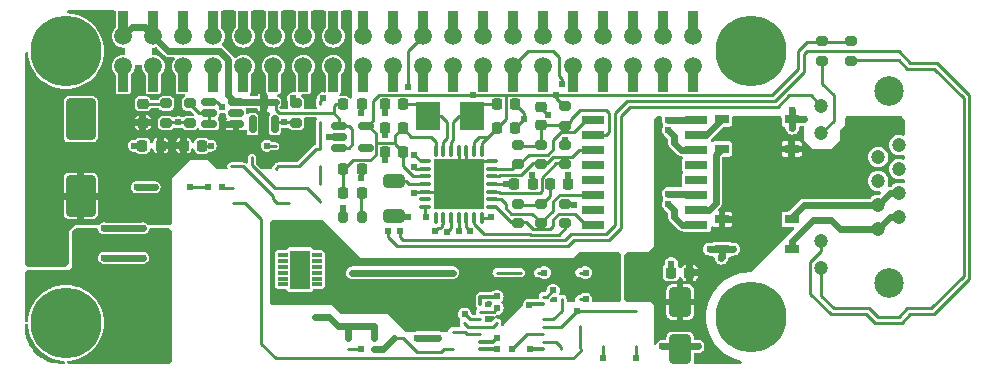
<source format=gtl>
%TF.GenerationSoftware,KiCad,Pcbnew,7.0.2-0*%
%TF.CreationDate,2024-12-01T01:29:23-08:00*%
%TF.ProjectId,pizero-papoe,70697a65-726f-42d7-9061-706f652e6b69,0.1*%
%TF.SameCoordinates,PX652f520PY4a19ba0*%
%TF.FileFunction,Copper,L1,Top*%
%TF.FilePolarity,Positive*%
%FSLAX46Y46*%
G04 Gerber Fmt 4.6, Leading zero omitted, Abs format (unit mm)*
G04 Created by KiCad (PCBNEW 7.0.2-0) date 2024-12-01 01:29:23*
%MOMM*%
%LPD*%
G01*
G04 APERTURE LIST*
G04 Aperture macros list*
%AMRoundRect*
0 Rectangle with rounded corners*
0 $1 Rounding radius*
0 $2 $3 $4 $5 $6 $7 $8 $9 X,Y pos of 4 corners*
0 Add a 4 corners polygon primitive as box body*
4,1,4,$2,$3,$4,$5,$6,$7,$8,$9,$2,$3,0*
0 Add four circle primitives for the rounded corners*
1,1,$1+$1,$2,$3*
1,1,$1+$1,$4,$5*
1,1,$1+$1,$6,$7*
1,1,$1+$1,$8,$9*
0 Add four rect primitives between the rounded corners*
20,1,$1+$1,$2,$3,$4,$5,0*
20,1,$1+$1,$4,$5,$6,$7,0*
20,1,$1+$1,$6,$7,$8,$9,0*
20,1,$1+$1,$8,$9,$2,$3,0*%
G04 Aperture macros list end*
%TA.AperFunction,SMDPad,CuDef*%
%ADD10RoundRect,0.032500X-0.387500X-0.097500X0.387500X-0.097500X0.387500X0.097500X-0.387500X0.097500X0*%
%TD*%
%TA.AperFunction,SMDPad,CuDef*%
%ADD11R,1.700000X3.300000*%
%TD*%
%TA.AperFunction,SMDPad,CuDef*%
%ADD12R,2.000000X2.400000*%
%TD*%
%TA.AperFunction,SMDPad,CuDef*%
%ADD13RoundRect,0.150000X-0.512500X-0.150000X0.512500X-0.150000X0.512500X0.150000X-0.512500X0.150000X0*%
%TD*%
%TA.AperFunction,SMDPad,CuDef*%
%ADD14RoundRect,0.200000X-0.275000X0.200000X-0.275000X-0.200000X0.275000X-0.200000X0.275000X0.200000X0*%
%TD*%
%TA.AperFunction,SMDPad,CuDef*%
%ADD15RoundRect,0.200000X0.200000X0.275000X-0.200000X0.275000X-0.200000X-0.275000X0.200000X-0.275000X0*%
%TD*%
%TA.AperFunction,SMDPad,CuDef*%
%ADD16RoundRect,0.200000X0.275000X-0.200000X0.275000X0.200000X-0.275000X0.200000X-0.275000X-0.200000X0*%
%TD*%
%TA.AperFunction,SMDPad,CuDef*%
%ADD17RoundRect,0.150000X0.150000X-0.587500X0.150000X0.587500X-0.150000X0.587500X-0.150000X-0.587500X0*%
%TD*%
%TA.AperFunction,SMDPad,CuDef*%
%ADD18RoundRect,0.150000X0.512500X0.150000X-0.512500X0.150000X-0.512500X-0.150000X0.512500X-0.150000X0*%
%TD*%
%TA.AperFunction,ComponentPad*%
%ADD19C,2.499360*%
%TD*%
%TA.AperFunction,ComponentPad*%
%ADD20C,1.198880*%
%TD*%
%TA.AperFunction,SMDPad,CuDef*%
%ADD21RoundRect,0.075000X0.075000X-0.437500X0.075000X0.437500X-0.075000X0.437500X-0.075000X-0.437500X0*%
%TD*%
%TA.AperFunction,SMDPad,CuDef*%
%ADD22RoundRect,0.075000X0.437500X-0.075000X0.437500X0.075000X-0.437500X0.075000X-0.437500X-0.075000X0*%
%TD*%
%TA.AperFunction,SMDPad,CuDef*%
%ADD23R,4.250000X4.250000*%
%TD*%
%TA.AperFunction,SMDPad,CuDef*%
%ADD24RoundRect,0.218750X0.218750X0.256250X-0.218750X0.256250X-0.218750X-0.256250X0.218750X-0.256250X0*%
%TD*%
%TA.AperFunction,SMDPad,CuDef*%
%ADD25RoundRect,0.218750X-0.256250X0.218750X-0.256250X-0.218750X0.256250X-0.218750X0.256250X0.218750X0*%
%TD*%
%TA.AperFunction,SMDPad,CuDef*%
%ADD26RoundRect,0.250000X-0.650000X1.000000X-0.650000X-1.000000X0.650000X-1.000000X0.650000X1.000000X0*%
%TD*%
%TA.AperFunction,SMDPad,CuDef*%
%ADD27RoundRect,0.225000X-0.225000X-0.250000X0.225000X-0.250000X0.225000X0.250000X-0.225000X0.250000X0*%
%TD*%
%TA.AperFunction,SMDPad,CuDef*%
%ADD28RoundRect,0.225000X-0.250000X0.225000X-0.250000X-0.225000X0.250000X-0.225000X0.250000X0.225000X0*%
%TD*%
%TA.AperFunction,SMDPad,CuDef*%
%ADD29RoundRect,0.225000X0.225000X0.250000X-0.225000X0.250000X-0.225000X-0.250000X0.225000X-0.250000X0*%
%TD*%
%TA.AperFunction,SMDPad,CuDef*%
%ADD30RoundRect,0.250000X1.000000X-1.500000X1.000000X1.500000X-1.000000X1.500000X-1.000000X-1.500000X0*%
%TD*%
%TA.AperFunction,SMDPad,CuDef*%
%ADD31RoundRect,0.250000X0.650000X-0.325000X0.650000X0.325000X-0.650000X0.325000X-0.650000X-0.325000X0*%
%TD*%
%TA.AperFunction,SMDPad,CuDef*%
%ADD32R,1.198880X0.800100*%
%TD*%
%TA.AperFunction,ComponentPad*%
%ADD33C,6.000000*%
%TD*%
%TA.AperFunction,SMDPad,CuDef*%
%ADD34R,1.910000X0.760000*%
%TD*%
%TA.AperFunction,SMDPad,CuDef*%
%ADD35R,0.889000X1.680000*%
%TD*%
%TA.AperFunction,ComponentPad*%
%ADD36C,1.500000*%
%TD*%
%TA.AperFunction,ViaPad*%
%ADD37C,0.609600*%
%TD*%
%TA.AperFunction,Conductor*%
%ADD38C,0.254000*%
%TD*%
%TA.AperFunction,Conductor*%
%ADD39C,0.558800*%
%TD*%
%TA.AperFunction,Conductor*%
%ADD40C,0.304800*%
%TD*%
G04 APERTURE END LIST*
D10*
%TO.P,U2,1,SS*%
%TO.N,unconnected-(U2-SS-Pad1)*%
X21880000Y-20750000D03*
%TO.P,U2,2,SYNC*%
%TO.N,unconnected-(U2-SYNC-Pad2)*%
X21880000Y-21250000D03*
%TO.P,U2,3,BOOT*%
%TO.N,unconnected-(U2-BOOT-Pad3)*%
X21880000Y-21750000D03*
%TO.P,U2,4,VIN*%
%TO.N,unconnected-(U2-VIN-Pad4)*%
X21880000Y-22250000D03*
%TO.P,U2,5,PHASE*%
%TO.N,unconnected-(U2-PHASE-Pad5)*%
X21880000Y-22750000D03*
%TO.P,U2,6,PGND*%
%TO.N,unconnected-(U2-PGND-Pad6)*%
X21880000Y-23250000D03*
%TO.P,U2,7,EN*%
%TO.N,unconnected-(U2-EN-Pad7)*%
X24750000Y-23250000D03*
%TO.P,U2,8,PG*%
%TO.N,unconnected-(U2-PG-Pad8)*%
X24750000Y-22750000D03*
%TO.P,U2,9,VCC*%
%TO.N,unconnected-(U2-VCC-Pad9)*%
X24750000Y-22250000D03*
%TO.P,U2,10,FB*%
%TO.N,unconnected-(U2-FB-Pad10)*%
X24750000Y-21750000D03*
%TO.P,U2,11,COMP*%
%TO.N,unconnected-(U2-COMP-Pad11)*%
X24750000Y-21250000D03*
%TO.P,U2,12,FS*%
%TO.N,unconnected-(U2-FS-Pad12)*%
X24750000Y-20750000D03*
D11*
%TO.P,U2,13,EXP*%
%TO.N,unconnected-(U2-EXP-Pad13)*%
X23315000Y-22000000D03*
%TD*%
D12*
%TO.P,Y1,1,1*%
%TO.N,/PHY_OSC1*%
X37850000Y-9000000D03*
%TO.P,Y1,2,2*%
%TO.N,/PHY_OSC2*%
X34150000Y-9000000D03*
%TD*%
D13*
%TO.P,U4,1,VIN*%
%TO.N,/RPI_VBUS*%
X26612500Y-9800000D03*
%TO.P,U4,2,GND*%
%TO.N,GND*%
X26612500Y-10750000D03*
%TO.P,U4,3,EN*%
%TO.N,/RPI_VBUS*%
X26612500Y-11700000D03*
%TO.P,U4,4*%
%TO.N,N/C*%
X28887500Y-11700000D03*
%TO.P,U4,5,VOUT*%
%TO.N,+3V3*%
X28887500Y-9800000D03*
%TD*%
D14*
%TO.P,R26,1*%
%TO.N,Net-(C21-Pad1)*%
X41750000Y-16425000D03*
%TO.P,R26,2*%
%TO.N,/TPIN-*%
X41750000Y-18075000D03*
%TD*%
D15*
%TO.P,R24,1*%
%TO.N,Net-(D7-K)*%
X28575000Y-17500000D03*
%TO.P,R24,2*%
%TO.N,GND*%
X26925000Y-17500000D03*
%TD*%
D16*
%TO.P,R22,1*%
%TO.N,/LEDA_A*%
X67500000Y-4325000D03*
%TO.P,R22,2*%
%TO.N,+3V3*%
X67500000Y-2675000D03*
%TD*%
%TO.P,R21,1*%
%TO.N,/LEDB_A*%
X70000000Y-4325000D03*
%TO.P,R21,2*%
%TO.N,+3V3*%
X70000000Y-2675000D03*
%TD*%
%TO.P,R19,1*%
%TO.N,Net-(Q2-C2)*%
X23000000Y-9575000D03*
%TO.P,R19,2*%
%TO.N,GND*%
X23000000Y-7925000D03*
%TD*%
D14*
%TO.P,R17,1*%
%TO.N,Net-(C21-Pad1)*%
X43750000Y-16425000D03*
%TO.P,R17,2*%
%TO.N,/TPIN+*%
X43750000Y-18075000D03*
%TD*%
%TO.P,R16,1*%
%TO.N,Net-(T1-TDCT)*%
X43750000Y-11425000D03*
%TO.P,R16,2*%
%TO.N,/TPOUT-*%
X43750000Y-13075000D03*
%TD*%
%TO.P,R15,1*%
%TO.N,Net-(Q2-B)*%
X14000000Y-7925000D03*
%TO.P,R15,2*%
%TO.N,GND*%
X14000000Y-9575000D03*
%TD*%
%TO.P,R14,1*%
%TO.N,Net-(T1-TDCT)*%
X41750000Y-11425000D03*
%TO.P,R14,2*%
%TO.N,/TPOUT+*%
X41750000Y-13075000D03*
%TD*%
%TO.P,R13,1*%
%TO.N,Net-(D6-K)*%
X12000000Y-7925000D03*
%TO.P,R13,2*%
%TO.N,GND*%
X12000000Y-9575000D03*
%TD*%
%TO.P,R8,1*%
%TO.N,GND*%
X45750000Y-11425000D03*
%TO.P,R8,2*%
%TO.N,Net-(U1-RBIAS)*%
X45750000Y-13075000D03*
%TD*%
D16*
%TO.P,R3,1*%
%TO.N,Net-(U1-~{RESET})*%
X45750000Y-18075000D03*
%TO.P,R3,2*%
%TO.N,+3V3*%
X45750000Y-16425000D03*
%TD*%
D17*
%TO.P,Q3,1,G*%
%TO.N,Net-(Q2-C2)*%
X19300000Y-9687500D03*
%TO.P,Q3,2,S*%
%TO.N,/RPI_VBUS*%
X21200000Y-9687500D03*
%TO.P,Q3,3,D*%
%TO.N,+5V*%
X20250000Y-7812500D03*
%TD*%
D18*
%TO.P,Q2,1,E1*%
%TO.N,+5V*%
X17887500Y-9700000D03*
%TO.P,Q2,2*%
%TO.N,N/C*%
X17887500Y-8750000D03*
%TO.P,Q2,3,E2*%
%TO.N,/RPI_VBUS*%
X17887500Y-7800000D03*
%TO.P,Q2,4,C2*%
%TO.N,Net-(Q2-C2)*%
X15612500Y-7800000D03*
%TO.P,Q2,5,B*%
%TO.N,Net-(Q2-B)*%
X15612500Y-8750000D03*
%TO.P,Q2,6,C1*%
X15612500Y-9700000D03*
%TD*%
D16*
%TO.P,L2,1,1*%
%TO.N,Net-(T1-TDCT)*%
X45750000Y-9825000D03*
%TO.P,L2,2,2*%
%TO.N,+3V3*%
X45750000Y-8175000D03*
%TD*%
D19*
%TO.P,J1,*%
%TO.N,*%
X73166880Y-23120380D03*
X73166880Y-6879620D03*
D20*
%TO.P,J1,1*%
%TO.N,/TPOUT_T+*%
X74055880Y-11449080D03*
%TO.P,J1,2*%
%TO.N,/TPOUT_T-*%
X72275340Y-12462540D03*
%TO.P,J1,3*%
%TO.N,/TPIN_T+*%
X74055880Y-13478540D03*
%TO.P,J1,4*%
%TO.N,/TPIN_T-*%
X72275340Y-14492000D03*
%TO.P,J1,5*%
%TO.N,/SPARE_PAIR_1*%
X74055880Y-15508000D03*
%TO.P,J1,6*%
X72275340Y-16521460D03*
%TO.P,J1,7*%
%TO.N,/SPARE_PAIR_2*%
X74055880Y-17537460D03*
%TO.P,J1,8*%
X72275340Y-18550920D03*
%TO.P,J1,9,LED1-*%
%TO.N,/LEDA_K*%
X67456960Y-8139460D03*
%TO.P,J1,10,LED1+*%
%TO.N,/LEDA_A*%
X67456960Y-10430540D03*
%TO.P,J1,11,LED2-*%
%TO.N,/LEDB_K*%
X67456960Y-19569460D03*
%TO.P,J1,12,LED2+*%
%TO.N,/LEDB_A*%
X67456960Y-21860540D03*
%TD*%
D21*
%TO.P,U1,1,~{WOL}*%
%TO.N,unconnected-(U1-~{WOL}-Pad1)*%
X34800000Y-17587500D03*
%TO.P,U1,2,SO*%
%TO.N,/GPIO9_MISO*%
X35450000Y-17587500D03*
%TO.P,U1,3,SI*%
%TO.N,/GPIO10_MOSI*%
X36100000Y-17587500D03*
%TO.P,U1,4,SCK*%
%TO.N,/GPIO11_SCLK*%
X36750000Y-17587500D03*
%TO.P,U1,5,~{CS}*%
%TO.N,/GPIO8_CE0#*%
X37400000Y-17587500D03*
%TO.P,U1,6,~{RESET}*%
%TO.N,Net-(U1-~{RESET})*%
X38050000Y-17587500D03*
%TO.P,U1,7,VSSRX*%
%TO.N,GND*%
X38700000Y-17587500D03*
D22*
%TO.P,U1,8,TPIN-*%
%TO.N,/TPIN-*%
X39587500Y-16700000D03*
%TO.P,U1,9,TPIN+*%
%TO.N,/TPIN+*%
X39587500Y-16050000D03*
%TO.P,U1,10,RBIAS*%
%TO.N,Net-(U1-RBIAS)*%
X39587500Y-15400000D03*
%TO.P,U1,11,VDDTX*%
%TO.N,+3V3*%
X39587500Y-14750000D03*
%TO.P,U1,12,TPOUT-*%
%TO.N,/TPOUT-*%
X39587500Y-14100000D03*
%TO.P,U1,13,TPOUT+*%
%TO.N,/TPOUT+*%
X39587500Y-13450000D03*
%TO.P,U1,14,VSSTX*%
%TO.N,GND*%
X39587500Y-12800000D03*
D21*
%TO.P,U1,15,VDDRX*%
%TO.N,+3V3*%
X38700000Y-11912500D03*
%TO.P,U1,16,VDDPLL*%
X38050000Y-11912500D03*
%TO.P,U1,17,VSSPLL*%
%TO.N,GND*%
X37400000Y-11912500D03*
%TO.P,U1,18,VSSOSC*%
X36750000Y-11912500D03*
%TO.P,U1,19,OSC1*%
%TO.N,/PHY_OSC1*%
X36100000Y-11912500D03*
%TO.P,U1,20,OSC2*%
%TO.N,/PHY_OSC2*%
X35450000Y-11912500D03*
%TO.P,U1,21,VDDOSC*%
%TO.N,+3V3*%
X34800000Y-11912500D03*
D22*
%TO.P,U1,22,LEDB*%
%TO.N,/LEDB_K*%
X33912500Y-12800000D03*
%TO.P,U1,23,LEDA*%
%TO.N,/LEDA_K*%
X33912500Y-13450000D03*
%TO.P,U1,24,VDD*%
%TO.N,+3V3*%
X33912500Y-14100000D03*
%TO.P,U1,25,VCAP*%
%TO.N,Net-(U1-VCAP)*%
X33912500Y-14750000D03*
%TO.P,U1,26,VSS*%
%TO.N,GND*%
X33912500Y-15400000D03*
%TO.P,U1,27,CLKOUT*%
%TO.N,unconnected-(U1-CLKOUT-Pad27)*%
X33912500Y-16050000D03*
%TO.P,U1,28,~{INT}*%
%TO.N,/GPIO25*%
X33912500Y-16700000D03*
D23*
%TO.P,U1,29,PAD*%
%TO.N,GND*%
X36750000Y-14750000D03*
%TD*%
D24*
%TO.P,D7,1,K*%
%TO.N,Net-(D7-K)*%
X28537500Y-15500000D03*
%TO.P,D7,2,A*%
%TO.N,+3V3*%
X26962500Y-15500000D03*
%TD*%
D25*
%TO.P,D6,1,K*%
%TO.N,Net-(D6-K)*%
X10000000Y-7962500D03*
%TO.P,D6,2,A*%
%TO.N,+5V*%
X10000000Y-9537500D03*
%TD*%
D26*
%TO.P,D3,1,K*%
%TO.N,/POE_VPORTP_L*%
X55500000Y-24750000D03*
%TO.P,D3,2,A*%
%TO.N,/POE_VPORTN*%
X55500000Y-28750000D03*
%TD*%
D27*
%TO.P,C21,1*%
%TO.N,Net-(C21-Pad1)*%
X44475000Y-14750000D03*
%TO.P,C21,2*%
%TO.N,GND*%
X46025000Y-14750000D03*
%TD*%
%TO.P,C20,1*%
%TO.N,+3V3*%
X26975000Y-13500000D03*
%TO.P,C20,2*%
%TO.N,GND*%
X28525000Y-13500000D03*
%TD*%
%TO.P,C19,1*%
%TO.N,/RPI_VBUS*%
X26975000Y-8000000D03*
%TO.P,C19,2*%
%TO.N,GND*%
X28525000Y-8000000D03*
%TD*%
D28*
%TO.P,C18,1*%
%TO.N,GND*%
X43750000Y-8225000D03*
%TO.P,C18,2*%
%TO.N,Net-(T1-TDCT)*%
X43750000Y-9775000D03*
%TD*%
D27*
%TO.P,C16,1*%
%TO.N,+5V*%
X13475000Y-11500000D03*
%TO.P,C16,2*%
%TO.N,GND*%
X15025000Y-11500000D03*
%TD*%
D29*
%TO.P,C15,1*%
%TO.N,+5V*%
X11525000Y-11500000D03*
%TO.P,C15,2*%
%TO.N,GND*%
X9975000Y-11500000D03*
%TD*%
D30*
%TO.P,C12,1*%
%TO.N,+5V*%
X4750000Y-15750000D03*
%TO.P,C12,2*%
%TO.N,GND*%
X4750000Y-9250000D03*
%TD*%
D31*
%TO.P,C11,1*%
%TO.N,GND*%
X31250000Y-17475000D03*
%TO.P,C11,2*%
%TO.N,Net-(U1-VCAP)*%
X31250000Y-14525000D03*
%TD*%
D29*
%TO.P,C10,1*%
%TO.N,+3V3*%
X32025000Y-12000000D03*
%TO.P,C10,2*%
%TO.N,GND*%
X30475000Y-12000000D03*
%TD*%
%TO.P,C9,1*%
%TO.N,+3V3*%
X32025000Y-10000000D03*
%TO.P,C9,2*%
%TO.N,GND*%
X30475000Y-10000000D03*
%TD*%
D27*
%TO.P,C8,1*%
%TO.N,+3V3*%
X39975000Y-10000000D03*
%TO.P,C8,2*%
%TO.N,GND*%
X41525000Y-10000000D03*
%TD*%
%TO.P,C7,1*%
%TO.N,+3V3*%
X41475000Y-14750000D03*
%TO.P,C7,2*%
%TO.N,GND*%
X43025000Y-14750000D03*
%TD*%
%TO.P,C3,1*%
%TO.N,GND*%
X30475000Y-8000000D03*
%TO.P,C3,2*%
%TO.N,/PHY_OSC2*%
X32025000Y-8000000D03*
%TD*%
D29*
%TO.P,C2,1*%
%TO.N,GND*%
X41525000Y-8000000D03*
%TO.P,C2,2*%
%TO.N,/PHY_OSC1*%
X39975000Y-8000000D03*
%TD*%
%TO.P,C1,1*%
%TO.N,/POE_VPORTP_L*%
X56275000Y-22250000D03*
%TO.P,C1,2*%
%TO.N,/POE_VPORTN*%
X54725000Y-22250000D03*
%TD*%
D32*
%TO.P,D1,2,~{1}*%
%TO.N,/DATA_PAIR_2*%
X59051060Y-9230000D03*
%TO.P,D1,3,~{2}*%
%TO.N,/DATA_PAIR_1*%
X59053600Y-11770000D03*
%TO.P,D1,1,V+*%
%TO.N,/POE_VPORTP_L*%
X64948940Y-11770000D03*
%TO.P,D1,4,V-*%
%TO.N,/POE_VPORTN*%
X64946400Y-9230000D03*
%TD*%
%TO.P,D2,2,~{1}*%
%TO.N,/SPARE_PAIR_2*%
X64948940Y-20270000D03*
%TO.P,D2,3,~{2}*%
%TO.N,/SPARE_PAIR_1*%
X64946400Y-17730000D03*
%TO.P,D2,1,V+*%
%TO.N,/POE_VPORTP_L*%
X59051060Y-17730000D03*
%TO.P,D2,4,V-*%
%TO.N,/POE_VPORTN*%
X59053600Y-20270000D03*
%TD*%
D33*
%TO.P,H1,1*%
%TO.N,unconnected-(H1-Pad1)*%
X3500000Y-26500000D03*
%TD*%
%TO.P,H2,1*%
%TO.N,unconnected-(H2-Pad1)*%
X3500000Y-3500000D03*
%TD*%
%TO.P,H3,1*%
%TO.N,unconnected-(H3-Pad1)*%
X61500000Y-26000000D03*
%TD*%
%TO.P,H4,1*%
%TO.N,unconnected-(H4-Pad1)*%
X61500000Y-3500000D03*
%TD*%
D34*
%TO.P,T1,1,TD+*%
%TO.N,/TPOUT+*%
X48115000Y-9305000D03*
%TO.P,T1,2,TDCT*%
%TO.N,Net-(T1-TDCT)*%
X48115000Y-10575000D03*
%TO.P,T1,3,TD-*%
%TO.N,/TPOUT-*%
X48115000Y-11845000D03*
%TO.P,T1,4*%
%TO.N,N/C*%
X48115000Y-13115000D03*
%TO.P,T1,5*%
X48115000Y-14385000D03*
%TO.P,T1,6,RD+*%
%TO.N,/TPIN+*%
X48115000Y-15655000D03*
%TO.P,T1,7,RDCT*%
%TO.N,unconnected-(T1-RDCT-Pad7)*%
X48115000Y-16925000D03*
%TO.P,T1,8,RD-*%
%TO.N,/TPIN-*%
X48115000Y-18195000D03*
%TO.P,T1,9,RX-*%
%TO.N,/TPIN_T-*%
X56885000Y-18195000D03*
%TO.P,T1,10,RXCT*%
%TO.N,/DATA_PAIR_1*%
X56885000Y-16925000D03*
%TO.P,T1,11,RX+*%
%TO.N,/TPIN_T+*%
X56885000Y-15655000D03*
%TO.P,T1,12*%
%TO.N,N/C*%
X56885000Y-14385000D03*
%TO.P,T1,13*%
X56885000Y-13115000D03*
%TO.P,T1,14,TX-*%
%TO.N,/TPOUT_T-*%
X56885000Y-11845000D03*
%TO.P,T1,15,TXCT*%
%TO.N,/DATA_PAIR_2*%
X56885000Y-10575000D03*
%TO.P,T1,16,TX+*%
%TO.N,/TPOUT_T+*%
X56885000Y-9305000D03*
%TD*%
D35*
%TO.P,P2,1,P1*%
%TO.N,/RPI_3V3_1*%
X8370000Y-6080000D03*
%TO.P,P2,2,P2*%
%TO.N,/RPI_VBUS*%
X8370000Y-920000D03*
%TO.P,P2,3,P3*%
%TO.N,/GPIO1_SDA1*%
X10910000Y-6080000D03*
%TO.P,P2,4,P4*%
%TO.N,/RPI_VBUS*%
X10910000Y-920000D03*
%TO.P,P2,5,P5*%
%TO.N,/GPIO3_SCL1*%
X13450000Y-6080000D03*
%TO.P,P2,6,P6*%
%TO.N,GND*%
X13450000Y-920000D03*
%TO.P,P2,7,P7*%
%TO.N,/GPIO4*%
X15990000Y-6080000D03*
%TO.P,P2,8,P8*%
%TO.N,/GPIO14_TXD0*%
X15990000Y-920000D03*
%TO.P,P2,9,P9*%
%TO.N,GND*%
X18530000Y-6080000D03*
%TO.P,P2,10,P10*%
%TO.N,/GPIO15_RXD0*%
X18530000Y-920000D03*
%TO.P,P2,11,P11*%
%TO.N,/GPIO17*%
X21070000Y-6080000D03*
%TO.P,P2,12,P12*%
%TO.N,/GPIO18*%
X21070000Y-920000D03*
%TO.P,P2,13,P13*%
%TO.N,/GPIO27*%
X23610000Y-6080000D03*
%TO.P,P2,14,P14*%
%TO.N,GND*%
X23610000Y-920000D03*
%TO.P,P2,15,P15*%
%TO.N,/GPIO22*%
X26150000Y-6080000D03*
%TO.P,P2,16,P16*%
%TO.N,/GPIO23*%
X26150000Y-920000D03*
%TO.P,P2,17,P17*%
%TO.N,/RPI_3V3_2*%
X28690000Y-6080000D03*
%TO.P,P2,18,P18*%
%TO.N,/GPIO24*%
X28690000Y-920000D03*
%TO.P,P2,19,P19*%
%TO.N,/GPIO10_MOSI*%
X31230000Y-6080000D03*
%TO.P,P2,20,P20*%
%TO.N,GND*%
X31230000Y-920000D03*
%TO.P,P2,21,P21*%
%TO.N,/GPIO9_MISO*%
X33770000Y-6080000D03*
%TO.P,P2,22,P22*%
%TO.N,/GPIO25*%
X33770000Y-920000D03*
%TO.P,P2,23,P23*%
%TO.N,/GPIO11_SCLK*%
X36310000Y-6080000D03*
%TO.P,P2,24,P24*%
%TO.N,/GPIO8_CE0#*%
X36310000Y-920000D03*
%TO.P,P2,25,P25*%
%TO.N,GND*%
X38850000Y-6080000D03*
%TO.P,P2,26,P26*%
%TO.N,/GPIO7_CE1#*%
X38850000Y-920000D03*
D36*
%TO.P,P2,1,P1*%
%TO.N,/RPI_3V3_1*%
X8370000Y-4770000D03*
%TO.P,P2,2,P2*%
%TO.N,/RPI_VBUS*%
X8370000Y-2230000D03*
%TO.P,P2,3,P3*%
%TO.N,/GPIO1_SDA1*%
X10910000Y-4770000D03*
%TO.P,P2,5,P5*%
%TO.N,/GPIO3_SCL1*%
X13450000Y-4770000D03*
%TO.P,P2,7,P7*%
%TO.N,/GPIO4*%
X15990000Y-4770000D03*
%TO.P,P2,9,P9*%
%TO.N,GND*%
X18530000Y-4770000D03*
%TO.P,P2,11,P11*%
%TO.N,/GPIO17*%
X21070000Y-4770000D03*
%TO.P,P2,13,P13*%
%TO.N,/GPIO27*%
X23610000Y-4770000D03*
%TO.P,P2,15,P15*%
%TO.N,/GPIO22*%
X26150000Y-4770000D03*
%TO.P,P2,17,P17*%
%TO.N,/RPI_3V3_2*%
X28690000Y-4770000D03*
%TO.P,P2,19,P19*%
%TO.N,/GPIO10_MOSI*%
X31230000Y-4770000D03*
%TO.P,P2,21,P21*%
%TO.N,/GPIO9_MISO*%
X33770000Y-4770000D03*
%TO.P,P2,23,P23*%
%TO.N,/GPIO11_SCLK*%
X36310000Y-4770000D03*
%TO.P,P2,25,P25*%
%TO.N,GND*%
X38850000Y-4770000D03*
%TO.P,P2,4,P4*%
%TO.N,/RPI_VBUS*%
X10910000Y-2230000D03*
%TO.P,P2,6,P6*%
%TO.N,GND*%
X13450000Y-2230000D03*
%TO.P,P2,8,P8*%
%TO.N,/GPIO14_TXD0*%
X15990000Y-2230000D03*
%TO.P,P2,10,P10*%
%TO.N,/GPIO15_RXD0*%
X18530000Y-2230000D03*
%TO.P,P2,12,P12*%
%TO.N,/GPIO18*%
X21070000Y-2230000D03*
%TO.P,P2,14,P14*%
%TO.N,GND*%
X23610000Y-2230000D03*
%TO.P,P2,16,P16*%
%TO.N,/GPIO23*%
X26150000Y-2230000D03*
%TO.P,P2,18,P18*%
%TO.N,/GPIO24*%
X28690000Y-2230000D03*
%TO.P,P2,20,P20*%
%TO.N,GND*%
X31230000Y-2230000D03*
%TO.P,P2,22,P22*%
%TO.N,/GPIO25*%
X33770000Y-2230000D03*
%TO.P,P2,24,P24*%
%TO.N,/GPIO8_CE0#*%
X36310000Y-2230000D03*
%TO.P,P2,26,P26*%
%TO.N,/GPIO7_CE1#*%
X38850000Y-2230000D03*
%TO.P,P2,27,P27*%
%TO.N,/GPIO0_ID_SD*%
X41390000Y-4770000D03*
%TO.P,P2,29,P29*%
%TO.N,/GPIO5*%
X43930000Y-4770000D03*
%TO.P,P2,31,P31*%
%TO.N,/GPIO6*%
X46470000Y-4770000D03*
%TO.P,P2,33,P33*%
%TO.N,/GPIO13*%
X49010000Y-4770000D03*
%TO.P,P2,35,P35*%
%TO.N,/GPIO19*%
X51550000Y-4770000D03*
%TO.P,P2,37,P37*%
%TO.N,/GPIO26*%
X54090000Y-4770000D03*
%TO.P,P2,39,P39*%
%TO.N,GND*%
X56630000Y-4770000D03*
%TO.P,P2,40,P40*%
%TO.N,/GPIO21_SCLK*%
X56630000Y-2230000D03*
%TO.P,P2,38,P38*%
%TO.N,/GPIO20_MOSI*%
X54090000Y-2230000D03*
%TO.P,P2,36,P36*%
%TO.N,/GPIO16_CE2#*%
X51550000Y-2230000D03*
%TO.P,P2,34,P34*%
%TO.N,GND*%
X49010000Y-2230000D03*
%TO.P,P2,32,P32*%
%TO.N,/GPIO12*%
X46470000Y-2230000D03*
%TO.P,P2,30,P30*%
%TO.N,GND*%
X43930000Y-2230000D03*
%TO.P,P2,28,P28*%
%TO.N,/GPIO1_ID_SC*%
X41390000Y-2230000D03*
D35*
%TO.P,P2,27,P27*%
%TO.N,/GPIO0_ID_SD*%
X41390000Y-6080000D03*
%TO.P,P2,29,P29*%
%TO.N,/GPIO5*%
X43930000Y-6080000D03*
%TO.P,P2,31,P31*%
%TO.N,/GPIO6*%
X46470000Y-6080000D03*
%TO.P,P2,33,P33*%
%TO.N,/GPIO13*%
X49010000Y-6080000D03*
%TO.P,P2,35,P35*%
%TO.N,/GPIO19*%
X51550000Y-6080000D03*
%TO.P,P2,37,P37*%
%TO.N,/GPIO26*%
X54090000Y-6080000D03*
%TO.P,P2,39,P39*%
%TO.N,GND*%
X56630000Y-6080000D03*
%TO.P,P2,40,P40*%
%TO.N,/GPIO21_SCLK*%
X56630000Y-920000D03*
%TO.P,P2,38,P38*%
%TO.N,/GPIO20_MOSI*%
X54090000Y-920000D03*
%TO.P,P2,36,P36*%
%TO.N,/GPIO16_CE2#*%
X51550000Y-920000D03*
%TO.P,P2,34,P34*%
%TO.N,GND*%
X49010000Y-920000D03*
%TO.P,P2,32,P32*%
%TO.N,/GPIO12*%
X46470000Y-920000D03*
%TO.P,P2,30,P30*%
%TO.N,GND*%
X43930000Y-920000D03*
%TO.P,P2,28,P28*%
%TO.N,/GPIO1_ID_SC*%
X41390000Y-920000D03*
%TD*%
D37*
%TO.N,GND*%
X13000000Y-9500000D03*
%TO.N,+5V*%
X6250000Y-15750000D03*
X3250000Y-15750000D03*
%TO.N,GND*%
X44295859Y-8871593D03*
X42250000Y-9250000D03*
X30500000Y-10614990D03*
X35114990Y-14216625D03*
X35114990Y-13150963D03*
X35114990Y-15280474D03*
X35114990Y-16338394D03*
X38385010Y-13150963D03*
X38385010Y-14216625D03*
X38385010Y-15250000D03*
X38385010Y-16338394D03*
X32500000Y-17500000D03*
X20500000Y-11500000D03*
X27000000Y-16750000D03*
X25250000Y-7500000D03*
X22750000Y-7500000D03*
X30500000Y-8750000D03*
X28500000Y-8750000D03*
X25750000Y-10750000D03*
X30500000Y-12750000D03*
X28500000Y-14250000D03*
X9500000Y-15000000D03*
X11000000Y-15000000D03*
X15750000Y-11500000D03*
X9250000Y-11500000D03*
X10000000Y-21000000D03*
X6750000Y-21000000D03*
X10000000Y-18500000D03*
X6750000Y-18500000D03*
X45750000Y-11000000D03*
X33000000Y-15500000D03*
X46000000Y-14000000D03*
X43000000Y-14000000D03*
X39500000Y-17500000D03*
%TO.N,*%
X44750000Y-23750000D03*
X16750000Y-15000000D03*
X15500000Y-15000000D03*
X14000000Y-15000000D03*
X29250000Y-22250000D03*
X35250000Y-22250000D03*
X32250000Y-22250000D03*
X40000000Y-24250000D03*
X33250000Y-27750000D03*
X35000000Y-27750000D03*
X40000000Y-28750000D03*
X40000000Y-27750000D03*
X42750000Y-28750000D03*
X51750000Y-29500000D03*
X49000000Y-29500000D03*
%TO.N,+3V3*%
X38000000Y-7250201D03*
X45000000Y-7250201D03*
X46500000Y-16500000D03*
X40750000Y-14750000D03*
%TO.N,*%
X41250000Y-28750000D03*
X28500000Y-28750000D03*
%TO.N,/RPI_VBUS*%
X17250000Y-7000000D03*
%TO.N,/GPIO9_MISO*%
X34750000Y-18750000D03*
%TO.N,/GPIO10_MOSI*%
X35794479Y-18780732D03*
%TO.N,/GPIO11_SCLK*%
X36750000Y-18750000D03*
%TO.N,/GPIO8_CE0#*%
X37750000Y-18750000D03*
%TO.N,/GPIO25*%
X34000000Y-17500000D03*
X32500000Y-6500000D03*
%TO.N,/GPIO0_ID_SD*%
X45500000Y-6250000D03*
%TO.N,*%
X22000000Y-9500000D03*
X16750000Y-8250000D03*
%TO.N,/POE_VPORTN*%
X54750000Y-21500000D03*
X54000000Y-28500000D03*
X57000000Y-28500000D03*
X37250000Y-25750000D03*
X47500000Y-24500000D03*
X42739058Y-24989422D03*
X60000000Y-20250000D03*
X58000000Y-20250000D03*
X65000000Y-10000000D03*
X65000000Y-8500000D03*
X59000000Y-21000000D03*
X66000000Y-9250000D03*
%TO.N,*%
X46750000Y-25500000D03*
X47500000Y-22250000D03*
%TO.N,/LEDB_K*%
X31750000Y-18750000D03*
X33000000Y-12250000D03*
%TO.N,/LEDA_K*%
X30750000Y-18750000D03*
X32976504Y-13265566D03*
%TO.N,/TPIN_T+*%
X54500000Y-15568200D03*
%TO.N,/TPOUT_T+*%
X54500000Y-9318200D03*
%TO.N,/TPOUT_T-*%
X54500000Y-10181800D03*
%TO.N,/TPIN_T-*%
X54500000Y-16431800D03*
%TO.N,*%
X44000000Y-22250000D03*
X40000000Y-25250000D03*
%TD*%
D38*
%TO.N,GND*%
X14000000Y-9500000D02*
X13000000Y-9500000D01*
X12000000Y-9500000D02*
X13000000Y-9500000D01*
D39*
%TO.N,+5V*%
X4750000Y-15751200D02*
X6248800Y-15751200D01*
D38*
X6248800Y-15751200D02*
X6250000Y-15750000D01*
D39*
X4750000Y-15751200D02*
X3251200Y-15751200D01*
D38*
X3251200Y-15751200D02*
X3250000Y-15750000D01*
%TO.N,GND*%
X43750000Y-8250000D02*
X43750000Y-8325734D01*
X43750000Y-8325734D02*
X44295859Y-8871593D01*
X42250000Y-9250000D02*
X42250000Y-8750000D01*
X42250000Y-8750000D02*
X41500000Y-8000000D01*
X41500000Y-10000000D02*
X42250000Y-9250000D01*
X30500000Y-10000000D02*
X30500000Y-10614990D01*
X35120277Y-13156250D02*
X35114990Y-13150963D01*
X36218750Y-14218750D02*
X35117115Y-14218750D01*
X35114990Y-15280474D02*
X35114990Y-14216625D01*
X35115766Y-15281250D02*
X35114990Y-15280474D01*
X36218750Y-15281250D02*
X35115766Y-15281250D01*
X35117115Y-14218750D02*
X35114990Y-14216625D01*
X33900000Y-15400000D02*
X34995464Y-15400000D01*
X34995464Y-15400000D02*
X35114990Y-15280474D01*
X36218750Y-13156250D02*
X35120277Y-13156250D01*
X36218750Y-16343750D02*
X35120346Y-16343750D01*
X35120346Y-16343750D02*
X35114990Y-16338394D01*
X38379723Y-13156250D02*
X38385010Y-13150963D01*
X38385010Y-14216625D02*
X38385010Y-13150963D01*
X38735973Y-12800000D02*
X38689809Y-12846164D01*
X39600000Y-12800000D02*
X38735973Y-12800000D01*
X38689809Y-12846164D02*
X38385010Y-13150963D01*
X38343750Y-16297134D02*
X38385010Y-16338394D01*
X37281250Y-14218750D02*
X38382885Y-14218750D01*
X37281250Y-13156250D02*
X38379723Y-13156250D01*
X38382885Y-14218750D02*
X38385010Y-14216625D01*
X37281250Y-16343750D02*
X38379654Y-16343750D01*
X38379654Y-16343750D02*
X38385010Y-16338394D01*
X38343750Y-15281250D02*
X38343750Y-16297134D01*
X31250000Y-17500000D02*
X32500000Y-17500000D01*
X21250760Y-11550000D02*
X20550000Y-11550000D01*
X20550000Y-11550000D02*
X20500000Y-11500000D01*
X27000000Y-17500000D02*
X27000000Y-16750000D01*
X25000000Y-8000000D02*
X25000000Y-7750000D01*
X25000000Y-7750000D02*
X25250000Y-7500000D01*
X23000000Y-8000000D02*
X23000000Y-7750000D01*
X23000000Y-7750000D02*
X22750000Y-7500000D01*
X30500000Y-8000000D02*
X30500000Y-8750000D01*
X28500000Y-8000000D02*
X28500000Y-8750000D01*
X26650000Y-10750000D02*
X25750000Y-10750000D01*
X30500000Y-12000000D02*
X30500000Y-12750000D01*
X28500000Y-13500000D02*
X28500000Y-14250000D01*
D39*
X10200000Y-15000000D02*
X9500000Y-15000000D01*
X10200000Y-15000000D02*
X11000000Y-15000000D01*
D38*
X15000000Y-11500000D02*
X15750000Y-11500000D01*
X10000000Y-11500000D02*
X9250000Y-11500000D01*
D39*
X8370000Y-21000000D02*
X10000000Y-21000000D01*
X8370000Y-21000000D02*
X6750000Y-21000000D01*
X8370000Y-18500000D02*
X10000000Y-18500000D01*
X8370000Y-18500000D02*
X6750000Y-18500000D01*
D38*
X37400000Y-11900000D02*
X37400000Y-13037500D01*
X37400000Y-13037500D02*
X37281250Y-13156250D01*
X36750000Y-11900000D02*
X36750000Y-12625000D01*
X36750000Y-12625000D02*
X36218750Y-13156250D01*
X45750000Y-11500000D02*
X45750000Y-11000000D01*
X33900000Y-15400000D02*
X33100000Y-15400000D01*
X33100000Y-15400000D02*
X33000000Y-15500000D01*
X37281250Y-16343750D02*
X36218750Y-16343750D01*
X37281250Y-15281250D02*
X38343750Y-15281250D01*
X36218750Y-15281250D02*
X37281250Y-15281250D01*
X36218750Y-14218750D02*
X37281250Y-14218750D01*
X36218750Y-13156250D02*
X37281250Y-13156250D01*
X46000000Y-14750000D02*
X46000000Y-14000000D01*
X43000000Y-14750000D02*
X43000000Y-14000000D01*
X56630000Y-6080000D02*
X56630000Y-4770000D01*
X49010000Y-920000D02*
X49010000Y-2230000D01*
X43930000Y-920000D02*
X43930000Y-2230000D01*
X38850000Y-4770000D02*
X38850000Y-6080000D01*
X31230000Y-2230000D02*
X31230000Y-920000D01*
X23610000Y-920000D02*
X23610000Y-2230000D01*
X18530000Y-4770000D02*
X18530000Y-6080000D01*
X13450000Y-920000D02*
X13450000Y-2230000D01*
X38700000Y-17600000D02*
X39400000Y-17600000D01*
X39400000Y-17600000D02*
X39500000Y-17500000D01*
X38700000Y-17600000D02*
X38700000Y-17700000D01*
%TO.N,*%
X43904300Y-24277500D02*
X44222500Y-24277500D01*
X44222500Y-24277500D02*
X44750000Y-23750000D01*
X17650000Y-15115000D02*
X16865000Y-15115000D01*
X16865000Y-15115000D02*
X16750000Y-15000000D01*
X14800000Y-15000000D02*
X15500000Y-15000000D01*
X14800000Y-15000000D02*
X14000000Y-15000000D01*
D39*
X30750000Y-22250000D02*
X29250000Y-22250000D01*
X27750000Y-22250000D02*
X29250000Y-22250000D01*
X36250000Y-22250000D02*
X35250000Y-22250000D01*
X33750000Y-22250000D02*
X35250000Y-22250000D01*
X33750000Y-22250000D02*
X32250000Y-22250000D01*
X30750000Y-22250000D02*
X32250000Y-22250000D01*
D40*
X38595700Y-24912500D02*
X38595700Y-24277500D01*
X38595700Y-24277500D02*
X39972500Y-24277500D01*
X39972500Y-24277500D02*
X40000000Y-24250000D01*
D39*
X34200000Y-27750000D02*
X33250000Y-27750000D01*
X34200000Y-27750000D02*
X35000000Y-27750000D01*
D40*
X38595700Y-28722500D02*
X39972500Y-28722500D01*
X39972500Y-28722500D02*
X40000000Y-28750000D01*
X38595700Y-28087500D02*
X39662500Y-28087500D01*
X39662500Y-28087500D02*
X40000000Y-27750000D01*
X43904300Y-28722500D02*
X42777500Y-28722500D01*
X42777500Y-28722500D02*
X42750000Y-28750000D01*
D38*
X51750000Y-28500000D02*
X51750000Y-29500000D01*
X49000000Y-28500000D02*
X49000000Y-29500000D01*
%TO.N,+3V3*%
X45000000Y-7250201D02*
X45000000Y-7500000D01*
X45000000Y-7500000D02*
X45750000Y-8250000D01*
X45000000Y-7250201D02*
X43250000Y-7250201D01*
X67500000Y-2750000D02*
X66250000Y-2750000D01*
X66250000Y-2750000D02*
X65500000Y-3500000D01*
X65500000Y-3500000D02*
X65500000Y-5000000D01*
X65500000Y-5000000D02*
X63249799Y-7250201D01*
X63249799Y-7250201D02*
X45500000Y-7250201D01*
X45500000Y-7250201D02*
X45000000Y-7250201D01*
X32000000Y-10000000D02*
X31379000Y-10621000D01*
X31379000Y-10621000D02*
X31379000Y-11250000D01*
X32000000Y-12000000D02*
X31379000Y-11379000D01*
X31379000Y-11379000D02*
X31379000Y-11250000D01*
X29710201Y-12289799D02*
X29710201Y-11250000D01*
X29710201Y-11250000D02*
X29710201Y-10455201D01*
X29710201Y-11250000D02*
X31379000Y-11250000D01*
X29250000Y-12750000D02*
X29710201Y-12289799D01*
X29710201Y-10455201D02*
X29055000Y-9800000D01*
X29055000Y-9800000D02*
X28850000Y-9800000D01*
X27775000Y-12750000D02*
X29250000Y-12750000D01*
X27000000Y-13500000D02*
X27025000Y-13500000D01*
X27025000Y-13500000D02*
X27775000Y-12750000D01*
X40750000Y-14750000D02*
X39600000Y-14750000D01*
X38700000Y-11300000D02*
X39250000Y-10750000D01*
X39250000Y-10750000D02*
X40000000Y-10000000D01*
X38446000Y-10750000D02*
X39250000Y-10750000D01*
X38050000Y-11900000D02*
X38050000Y-11146000D01*
X38050000Y-11146000D02*
X38446000Y-10750000D01*
X38700000Y-11900000D02*
X38700000Y-11300000D01*
X38000000Y-7250201D02*
X30000000Y-7250201D01*
X29500000Y-9355000D02*
X29500000Y-7750201D01*
X29500000Y-7750201D02*
X30000000Y-7250201D01*
X29055000Y-9800000D02*
X29500000Y-9355000D01*
X32000000Y-13228866D02*
X32000000Y-12629000D01*
X32871134Y-14100000D02*
X32000000Y-13228866D01*
X33900000Y-14100000D02*
X32871134Y-14100000D01*
X32000000Y-12629000D02*
X32000000Y-12000000D01*
X27000700Y-15500000D02*
X27000700Y-13500700D01*
X27000700Y-13500700D02*
X27000000Y-13500000D01*
X32000000Y-10000000D02*
X32750000Y-10750000D01*
X32750000Y-10750000D02*
X34404000Y-10750000D01*
X34404000Y-10750000D02*
X34800000Y-11146000D01*
X34800000Y-11146000D02*
X34800000Y-11900000D01*
X67500000Y-2750000D02*
X70000000Y-2750000D01*
X38000000Y-7250201D02*
X40750000Y-7250201D01*
X43250000Y-7250201D02*
X40750000Y-7250201D01*
X45750000Y-16500000D02*
X46500000Y-16500000D01*
X40750000Y-14750000D02*
X41500000Y-14750000D01*
X40750000Y-9275000D02*
X40750000Y-7250201D01*
X40000000Y-10000000D02*
X40025000Y-10000000D01*
X40025000Y-10000000D02*
X40750000Y-9275000D01*
%TO.N,Net-(U1-VCAP)*%
X31250000Y-14500000D02*
X32304000Y-14500000D01*
X32304000Y-14500000D02*
X32554000Y-14750000D01*
X32554000Y-14750000D02*
X33146000Y-14750000D01*
X33146000Y-14750000D02*
X33900000Y-14750000D01*
%TO.N,*%
X25000000Y-14750000D02*
X25000000Y-13250000D01*
D39*
%TO.N,/DATA_PAIR_2*%
X56885000Y-10575000D02*
X57706060Y-10575000D01*
X57706060Y-10575000D02*
X59051060Y-9230000D01*
%TO.N,/DATA_PAIR_1*%
X59053600Y-11770000D02*
X58980000Y-11770000D01*
X58980000Y-11770000D02*
X58500000Y-12250000D01*
X58500000Y-16335122D02*
X58500000Y-12250000D01*
X56885000Y-16925000D02*
X57910122Y-16925000D01*
X57910122Y-16925000D02*
X58500000Y-16335122D01*
%TO.N,/SPARE_PAIR_2*%
X64948940Y-19551060D02*
X66750000Y-17750000D01*
X66750000Y-17750000D02*
X68250000Y-17750000D01*
X64948940Y-20270000D02*
X64948940Y-19551060D01*
X72275340Y-18550920D02*
X69050920Y-18550920D01*
X69050920Y-18550920D02*
X68250000Y-17750000D01*
X74055880Y-17537460D02*
X73288800Y-17537460D01*
X73288800Y-17537460D02*
X72275340Y-18550920D01*
%TO.N,/SPARE_PAIR_1*%
X72275340Y-16521460D02*
X66500000Y-16521460D01*
X64946400Y-17553600D02*
X65978540Y-16521460D01*
X65978540Y-16521460D02*
X66500000Y-16521460D01*
X64946400Y-17730000D02*
X64946400Y-17553600D01*
X74055880Y-15508000D02*
X73288800Y-15508000D01*
X73288800Y-15508000D02*
X72275340Y-16521460D01*
D38*
%TO.N,*%
X45399100Y-28750000D02*
X45399100Y-28528300D01*
X45399100Y-28528300D02*
X44958300Y-28087500D01*
X44958300Y-28087500D02*
X43904300Y-28087500D01*
%TO.N,/TPIN-*%
X41750000Y-18000000D02*
X41215000Y-18000000D01*
X39600000Y-16700000D02*
X39915000Y-16700000D01*
X39915000Y-16700000D02*
X41215000Y-18000000D01*
X48115000Y-18195000D02*
X47540000Y-18195000D01*
X47540000Y-18195000D02*
X46595000Y-17250000D01*
X46595000Y-17250000D02*
X45205638Y-17250000D01*
X41750000Y-18000000D02*
X42454000Y-18000000D01*
X42454000Y-18000000D02*
X43034201Y-18580201D01*
X43034201Y-18580201D02*
X44464161Y-18580201D01*
X44464161Y-18580201D02*
X44750000Y-18294362D01*
X44750000Y-18294362D02*
X44750000Y-17705638D01*
X44750000Y-17705638D02*
X45205638Y-17250000D01*
%TO.N,/TPIN+*%
X41205638Y-17250000D02*
X40750000Y-16794362D01*
X39600000Y-16050000D02*
X40354000Y-16050000D01*
X40354000Y-16050000D02*
X40750000Y-16446000D01*
X40750000Y-16446000D02*
X40750000Y-16794362D01*
X48115000Y-15655000D02*
X45300638Y-15655000D01*
X43750000Y-18000000D02*
X43000000Y-17250000D01*
X43000000Y-17250000D02*
X41205638Y-17250000D01*
X44750000Y-16205638D02*
X45300638Y-15655000D01*
X43750000Y-18000000D02*
X44750000Y-17000000D01*
X44750000Y-17000000D02*
X44750000Y-16205638D01*
%TO.N,Net-(U1-RBIAS)*%
X40150000Y-15400000D02*
X40250000Y-15500000D01*
X40250000Y-15500000D02*
X43619362Y-15500000D01*
X39600000Y-15400000D02*
X40150000Y-15400000D01*
X43619362Y-15500000D02*
X43769799Y-15349563D01*
X43769799Y-15349563D02*
X43769799Y-14230201D01*
X43769799Y-14230201D02*
X45000000Y-13000000D01*
X45000000Y-13000000D02*
X45750000Y-13000000D01*
%TO.N,/TPOUT-*%
X40250000Y-14000000D02*
X42046000Y-14000000D01*
X39600000Y-14100000D02*
X40150000Y-14100000D01*
X40150000Y-14100000D02*
X40250000Y-14000000D01*
X46000000Y-12419799D02*
X44771156Y-12419799D01*
X48115000Y-11845000D02*
X46906000Y-11845000D01*
X46906000Y-11845000D02*
X46331201Y-12419799D01*
X46331201Y-12419799D02*
X46000000Y-12419799D01*
X44190955Y-13000000D02*
X43750000Y-13000000D01*
X44771156Y-12419799D02*
X44190955Y-13000000D01*
X43046000Y-13000000D02*
X43750000Y-13000000D01*
X42046000Y-14000000D02*
X43046000Y-13000000D01*
%TO.N,/TPOUT+*%
X39600000Y-13450000D02*
X41300000Y-13450000D01*
X41750000Y-13000000D02*
X41950000Y-13000000D01*
X41950000Y-13000000D02*
X42700000Y-12250000D01*
X44294362Y-12250000D02*
X44750000Y-11794362D01*
X42700000Y-12250000D02*
X44294362Y-12250000D01*
X44750000Y-11794362D02*
X44750000Y-11060196D01*
X44750000Y-11060196D02*
X45445198Y-10364998D01*
X45445198Y-10364998D02*
X46480002Y-10364998D01*
X46480002Y-10364998D02*
X47540000Y-9305000D01*
X47540000Y-9305000D02*
X48115000Y-9305000D01*
X41300000Y-13450000D02*
X41750000Y-13000000D01*
%TO.N,Net-(U1-~{RESET})*%
X38935002Y-19000000D02*
X42809045Y-19000000D01*
X42809045Y-19000000D02*
X42846457Y-19037412D01*
X42846457Y-19037412D02*
X45216588Y-19037412D01*
X38050000Y-18114998D02*
X38935002Y-19000000D01*
X45216588Y-19037412D02*
X45750000Y-18504000D01*
X38050000Y-17600000D02*
X38050000Y-18114998D01*
X45750000Y-18504000D02*
X45750000Y-18000000D01*
%TO.N,*%
X41250000Y-28750000D02*
X42547500Y-27452500D01*
X42547500Y-27452500D02*
X43904300Y-27452500D01*
X27400000Y-28700000D02*
X28450000Y-28700000D01*
X28450000Y-28700000D02*
X28500000Y-28750000D01*
X43904300Y-26182500D02*
X44773138Y-26182500D01*
X44773138Y-26182500D02*
X45500000Y-25455638D01*
X45500000Y-25455638D02*
X45500000Y-25204000D01*
X45500000Y-25204000D02*
X45500000Y-24500000D01*
%TO.N,Net-(T1-TDCT)*%
X45750000Y-9750000D02*
X45950000Y-9750000D01*
X49239362Y-8500000D02*
X49500000Y-8760638D01*
X45950000Y-9750000D02*
X46250000Y-9450000D01*
X49500000Y-10325000D02*
X49250000Y-10575000D01*
X46250000Y-9450000D02*
X46250000Y-9250000D01*
X49250000Y-10575000D02*
X48437500Y-10575000D01*
X46250000Y-9250000D02*
X47000000Y-8500000D01*
X47000000Y-8500000D02*
X49239362Y-8500000D01*
X49500000Y-8760638D02*
X49500000Y-10325000D01*
X43750000Y-11500000D02*
X41750000Y-11500000D01*
X43750000Y-9750000D02*
X43750000Y-11500000D01*
X45750000Y-9750000D02*
X43750000Y-9750000D01*
%TO.N,Net-(C21-Pad1)*%
X43750000Y-16500000D02*
X44500000Y-15750000D01*
X44500000Y-15750000D02*
X44500000Y-14750000D01*
X41750000Y-16500000D02*
X43750000Y-16500000D01*
%TO.N,/RPI_3V3_2*%
X28690000Y-4770000D02*
X28690000Y-6080000D01*
%TO.N,/RPI_VBUS*%
X27000000Y-8000000D02*
X26346000Y-8000000D01*
X26346000Y-8000000D02*
X26179000Y-8167000D01*
X26179000Y-8167000D02*
X26179000Y-8750000D01*
X26650000Y-9800000D02*
X26650000Y-9221000D01*
X26650000Y-9221000D02*
X26179000Y-8750000D01*
X26179000Y-8750000D02*
X21546710Y-8750000D01*
X21546710Y-8750000D02*
X21250760Y-8454050D01*
X21250760Y-8454050D02*
X21250760Y-7800000D01*
X21250760Y-7800000D02*
X21300000Y-7800000D01*
D39*
X17850000Y-7800000D02*
X21250760Y-7800000D01*
X17250000Y-4205750D02*
X17250000Y-7200000D01*
X17250000Y-7200000D02*
X17850000Y-7800000D01*
X12180000Y-3500000D02*
X16544250Y-3500000D01*
X16544250Y-3500000D02*
X17250000Y-4205750D01*
X10910000Y-2230000D02*
X12180000Y-3500000D01*
D38*
X27750000Y-11384000D02*
X27750000Y-10116000D01*
X27750000Y-10116000D02*
X27434000Y-9800000D01*
X27434000Y-9800000D02*
X26650000Y-9800000D01*
X26650000Y-11700000D02*
X27434000Y-11700000D01*
X27434000Y-11700000D02*
X27750000Y-11384000D01*
X10910000Y-920000D02*
X10910000Y-2230000D01*
X8370000Y-920000D02*
X8370000Y-2230000D01*
D39*
X8370000Y-2230000D02*
X9119999Y-1480001D01*
X9119999Y-1480001D02*
X10160001Y-1480001D01*
X10160001Y-1480001D02*
X10910000Y-2230000D01*
D38*
%TO.N,Net-(D6-K)*%
X12000000Y-8000000D02*
X10000700Y-8000000D01*
X10000700Y-8000000D02*
X10000000Y-8000700D01*
%TO.N,Net-(D7-K)*%
X28500000Y-17500000D02*
X28500000Y-15500700D01*
X28500000Y-15500700D02*
X28499300Y-15500000D01*
%TO.N,/GPIO9_MISO*%
X35450000Y-18050000D02*
X35315201Y-18184799D01*
X35315201Y-18184799D02*
X35315201Y-18364161D01*
X35315201Y-18364161D02*
X35179362Y-18500000D01*
X35179362Y-18500000D02*
X35000000Y-18500000D01*
X35450000Y-17600000D02*
X35450000Y-18050000D01*
X34750000Y-18750000D02*
X35000000Y-18500000D01*
X33770000Y-6080000D02*
X33770000Y-4770000D01*
%TO.N,/GPIO10_MOSI*%
X36099278Y-18475933D02*
X35794479Y-18780732D01*
X36100000Y-18475211D02*
X36099278Y-18475933D01*
X36100000Y-17600000D02*
X36100000Y-18475211D01*
X31230000Y-6080000D02*
X31230000Y-4770000D01*
%TO.N,/GPIO11_SCLK*%
X36750000Y-17600000D02*
X36750000Y-18750000D01*
X36310000Y-4770000D02*
X36310000Y-6080000D01*
%TO.N,/GPIO8_CE0#*%
X37400000Y-18400000D02*
X37750000Y-18750000D01*
X37400000Y-17600000D02*
X37400000Y-18400000D01*
X36310000Y-2230000D02*
X36310000Y-920000D01*
%TO.N,/RPI_3V3_1*%
X8370000Y-6080000D02*
X8370000Y-4770000D01*
%TO.N,/GPIO1_SDA1*%
X10910000Y-6080000D02*
X10910000Y-4770000D01*
%TO.N,/GPIO3_SCL1*%
X13450000Y-6080000D02*
X13450000Y-4770000D01*
%TO.N,/GPIO4*%
X15990000Y-6080000D02*
X15990000Y-4770000D01*
%TO.N,/GPIO14_TXD0*%
X15990000Y-920000D02*
X15990000Y-2230000D01*
%TO.N,/GPIO15_RXD0*%
X18530000Y-920000D02*
X18530000Y-2230000D01*
%TO.N,/GPIO17*%
X21070000Y-6080000D02*
X21070000Y-4770000D01*
%TO.N,/GPIO18*%
X21070000Y-2230000D02*
X21070000Y-920000D01*
%TO.N,/GPIO27*%
X23610000Y-4770000D02*
X23610000Y-6080000D01*
%TO.N,/GPIO22*%
X26150000Y-6080000D02*
X26150000Y-4770000D01*
%TO.N,/GPIO23*%
X26150000Y-2230000D02*
X26150000Y-920000D01*
%TO.N,/GPIO24*%
X28690000Y-920000D02*
X28690000Y-2230000D01*
%TO.N,/GPIO25*%
X33900000Y-16700000D02*
X33900000Y-17400000D01*
X33900000Y-17400000D02*
X34000000Y-17500000D01*
X32500000Y-3500000D02*
X32500000Y-6500000D01*
X33770000Y-2230000D02*
X32500000Y-3500000D01*
X33770000Y-2230000D02*
X33770000Y-920000D01*
%TO.N,/GPIO7_CE1#*%
X38850000Y-920000D02*
X38850000Y-2230000D01*
%TO.N,/GPIO0_ID_SD*%
X45500000Y-6250000D02*
X45500000Y-5818948D01*
X45500000Y-5818948D02*
X45250000Y-5568948D01*
X45250000Y-5568948D02*
X45250000Y-4000000D01*
X45250000Y-4000000D02*
X44750000Y-3500000D01*
X44750000Y-3500000D02*
X42660000Y-3500000D01*
X42660000Y-3500000D02*
X41390000Y-4770000D01*
X41390000Y-6080000D02*
X41390000Y-4770000D01*
%TO.N,/GPIO5*%
X43930000Y-4770000D02*
X43930000Y-6080000D01*
%TO.N,/GPIO6*%
X46470000Y-4770000D02*
X46470000Y-6080000D01*
%TO.N,/GPIO13*%
X49010000Y-4770000D02*
X49010000Y-6080000D01*
%TO.N,/GPIO19*%
X51550000Y-6080000D02*
X51550000Y-4770000D01*
%TO.N,/GPIO26*%
X54090000Y-4770000D02*
X54090000Y-6080000D01*
%TO.N,/GPIO21_SCLK*%
X56630000Y-2230000D02*
X56630000Y-920000D01*
%TO.N,/GPIO20_MOSI*%
X54090000Y-920000D02*
X54090000Y-2230000D01*
%TO.N,/GPIO16_CE2#*%
X51550000Y-2230000D02*
X51550000Y-920000D01*
%TO.N,/GPIO12*%
X46470000Y-2230000D02*
X46470000Y-920000D01*
%TO.N,/GPIO1_ID_SC*%
X41390000Y-2230000D02*
X41390000Y-920000D01*
%TO.N,*%
X22000000Y-9500000D02*
X21450760Y-9500000D01*
X21450760Y-9500000D02*
X21250760Y-9700000D01*
X23000000Y-9500000D02*
X22000000Y-9500000D01*
X15650000Y-7800000D02*
X16300000Y-7800000D01*
X16300000Y-7800000D02*
X16750000Y-8250000D01*
%TO.N,Net-(Q2-B)*%
X15650000Y-8750000D02*
X14750000Y-8750000D01*
X15650000Y-8750000D02*
X15650000Y-9700000D01*
X14750000Y-8750000D02*
X14000000Y-8000000D01*
%TO.N,/POE_VPORTN*%
X54750000Y-22250000D02*
X54750000Y-21500000D01*
D39*
X55500000Y-28450000D02*
X54050000Y-28450000D01*
X54050000Y-28450000D02*
X54000000Y-28500000D01*
X55500000Y-28450000D02*
X56950000Y-28450000D01*
X56950000Y-28450000D02*
X57000000Y-28500000D01*
D38*
X38595700Y-26182500D02*
X37682500Y-26182500D01*
X37682500Y-26182500D02*
X37250000Y-25750000D01*
X47000000Y-24500000D02*
X47500000Y-24500000D01*
D40*
X43904300Y-24912500D02*
X42815980Y-24912500D01*
X42815980Y-24912500D02*
X42739058Y-24989422D01*
D39*
X59053600Y-20270000D02*
X59980000Y-20270000D01*
X59980000Y-20270000D02*
X60000000Y-20250000D01*
X59053600Y-20270000D02*
X58020000Y-20270000D01*
X58020000Y-20270000D02*
X58000000Y-20250000D01*
X64946400Y-9230000D02*
X64946400Y-9946400D01*
X64946400Y-9946400D02*
X65000000Y-10000000D01*
X64946400Y-9230000D02*
X64946400Y-8553600D01*
X64946400Y-8553600D02*
X65000000Y-8500000D01*
X59053600Y-20270000D02*
X59053600Y-20946400D01*
X59053600Y-20946400D02*
X59000000Y-21000000D01*
X64946400Y-9230000D02*
X65980000Y-9230000D01*
X65980000Y-9230000D02*
X66000000Y-9250000D01*
D38*
%TO.N,/PHY_OSC1*%
X36100000Y-11900000D02*
X36100000Y-11146000D01*
X36100000Y-11146000D02*
X36250000Y-10996000D01*
X36250000Y-10996000D02*
X36250000Y-9496000D01*
X36250000Y-9496000D02*
X36746000Y-9000000D01*
X36746000Y-9000000D02*
X37850000Y-9000000D01*
X40000000Y-8000000D02*
X38850000Y-8000000D01*
X38850000Y-8000000D02*
X37850000Y-9000000D01*
%TO.N,/PHY_OSC2*%
X35450000Y-11900000D02*
X35450000Y-11146000D01*
X35450000Y-11146000D02*
X35750000Y-10846000D01*
X35750000Y-10846000D02*
X35750000Y-9496000D01*
X35750000Y-9496000D02*
X35254000Y-9000000D01*
X35254000Y-9000000D02*
X34150000Y-9000000D01*
X32000000Y-8000000D02*
X33150000Y-8000000D01*
X33150000Y-8000000D02*
X34150000Y-9000000D01*
%TO.N,*%
X47000000Y-22250000D02*
X47500000Y-22250000D01*
X45500000Y-26750000D02*
X46750000Y-25500000D01*
X46750000Y-25500000D02*
X49000000Y-25500000D01*
X43904300Y-26817500D02*
X45432500Y-26817500D01*
X45432500Y-26817500D02*
X45500000Y-26750000D01*
X51750000Y-25500000D02*
X49000000Y-25500000D01*
X38595700Y-26817500D02*
X39649700Y-26817500D01*
X39649700Y-26817500D02*
X39967200Y-26500000D01*
X38595700Y-26817500D02*
X37541700Y-26817500D01*
X37541700Y-26817500D02*
X37224200Y-26500000D01*
X25000000Y-16250000D02*
X25000000Y-16225000D01*
X25000000Y-16225000D02*
X23890000Y-15115000D01*
X23890000Y-15115000D02*
X23354000Y-15115000D01*
X22350000Y-15115000D02*
X23354000Y-15115000D01*
X22350000Y-15115000D02*
X21212730Y-15115000D01*
X21212730Y-15115000D02*
X19251780Y-13154050D01*
X19251780Y-13154050D02*
X19251780Y-12500000D01*
X47100900Y-28750000D02*
X47100900Y-28850330D01*
X20000000Y-17731000D02*
X18654000Y-16385000D01*
X47100900Y-28850330D02*
X46451230Y-29500000D01*
X46451230Y-29500000D02*
X21250000Y-29500000D01*
X21250000Y-29500000D02*
X20000000Y-28250000D01*
X18654000Y-16385000D02*
X17650000Y-16385000D01*
X20000000Y-28250000D02*
X20000000Y-17731000D01*
X47000000Y-26750000D02*
X47000000Y-28649100D01*
X47000000Y-28649100D02*
X47100900Y-28750000D01*
%TO.N,/LEDB_K*%
X77000000Y-25750000D02*
X80000000Y-22750000D01*
X67456960Y-20417196D02*
X66527319Y-21346837D01*
X67456960Y-19569460D02*
X67456960Y-20417196D01*
X49250000Y-19000000D02*
X46250000Y-19000000D01*
X66527319Y-21346837D02*
X66527319Y-24027319D01*
X80000000Y-22750000D02*
X80000000Y-7250000D01*
X66527319Y-24027319D02*
X68250000Y-25750000D01*
X68250000Y-25750000D02*
X71250000Y-25750000D01*
X71250000Y-25750000D02*
X72000000Y-26500000D01*
X72000000Y-26500000D02*
X74250000Y-26500000D01*
X66000000Y-5250000D02*
X63500000Y-7750000D01*
X74000000Y-3500000D02*
X66250000Y-3500000D01*
X74250000Y-26500000D02*
X75000000Y-25750000D01*
X80000000Y-7250000D02*
X77250000Y-4500000D01*
X75000000Y-25750000D02*
X77000000Y-25750000D01*
X77250000Y-4500000D02*
X75000000Y-4500000D01*
X75000000Y-4500000D02*
X74000000Y-3500000D01*
X50000000Y-18250000D02*
X49250000Y-19000000D01*
X31750000Y-19250000D02*
X31750000Y-18750000D01*
X66250000Y-3500000D02*
X66000000Y-3750000D01*
X32000000Y-19500000D02*
X31750000Y-19250000D01*
X66000000Y-3750000D02*
X66000000Y-5250000D01*
X63500000Y-7750000D02*
X51000000Y-7750000D01*
X51000000Y-7750000D02*
X50000000Y-8750000D01*
X50000000Y-8750000D02*
X50000000Y-18250000D01*
X46250000Y-19000000D02*
X45750000Y-19500000D01*
X45750000Y-19500000D02*
X32000000Y-19500000D01*
X33900000Y-12800000D02*
X33550000Y-12800000D01*
X33550000Y-12800000D02*
X33000000Y-12250000D01*
%TO.N,/LEDA_K*%
X30750000Y-18750000D02*
X30750000Y-19250000D01*
X30750000Y-19250000D02*
X31500000Y-20000000D01*
X31500000Y-20000000D02*
X46000000Y-20000000D01*
X46000000Y-20000000D02*
X46500000Y-19500000D01*
X46500000Y-19500000D02*
X49500000Y-19500000D01*
X49500000Y-19500000D02*
X50500000Y-18500000D01*
X50500000Y-9000000D02*
X51250000Y-8250000D01*
X50500000Y-18500000D02*
X50500000Y-9000000D01*
X51250000Y-8250000D02*
X63750000Y-8250000D01*
X63750000Y-8250000D02*
X64750000Y-7250000D01*
X64750000Y-7250000D02*
X66567500Y-7250000D01*
X66567500Y-7250000D02*
X67456960Y-8139460D01*
X33900000Y-13450000D02*
X33160938Y-13450000D01*
X33160938Y-13450000D02*
X32976504Y-13265566D01*
D39*
%TO.N,/TPIN_T+*%
X56885000Y-15655000D02*
X56798200Y-15568200D01*
X56798200Y-15568200D02*
X54500000Y-15568200D01*
%TO.N,/TPOUT_T+*%
X56885000Y-9305000D02*
X54513200Y-9305000D01*
X54513200Y-9305000D02*
X54500000Y-9318200D01*
%TO.N,/TPOUT_T-*%
X56885000Y-11845000D02*
X55595000Y-11845000D01*
X55000000Y-11250000D02*
X55000000Y-10681800D01*
X55000000Y-10681800D02*
X54500000Y-10181800D01*
X55595000Y-11845000D02*
X55000000Y-11250000D01*
%TO.N,/TPIN_T-*%
X56885000Y-18195000D02*
X55695000Y-18195000D01*
X55000000Y-17500000D02*
X55000000Y-16931800D01*
X55000000Y-16931800D02*
X54500000Y-16431800D01*
X55695000Y-18195000D02*
X55000000Y-17500000D01*
D38*
%TO.N,/LEDB_A*%
X68500000Y-25250000D02*
X71500000Y-25250000D01*
X72250000Y-26000000D02*
X71500000Y-25250000D01*
X74000000Y-26000000D02*
X72250000Y-26000000D01*
X74750000Y-25250000D02*
X76750000Y-25250000D01*
X74750000Y-25250000D02*
X74000000Y-26000000D01*
X67456960Y-21860540D02*
X67456960Y-24206960D01*
X67456960Y-24206960D02*
X68500000Y-25250000D01*
X79500000Y-22500000D02*
X79500000Y-7500000D01*
X76750000Y-25250000D02*
X79500000Y-22500000D01*
X79500000Y-7500000D02*
X77000000Y-5000000D01*
X74750000Y-5000000D02*
X74000000Y-4250000D01*
X77000000Y-5000000D02*
X74750000Y-5000000D01*
X74000000Y-4250000D02*
X70000000Y-4250000D01*
%TO.N,/LEDA_A*%
X67500000Y-4250000D02*
X67500000Y-6250000D01*
X67500000Y-6250000D02*
X68500000Y-7250000D01*
X68500000Y-7250000D02*
X68500000Y-9387500D01*
X68500000Y-9387500D02*
X67456960Y-10430540D01*
D39*
%TO.N,*%
X25750000Y-26000000D02*
X26550000Y-26800000D01*
X26550000Y-26800000D02*
X27400000Y-26800000D01*
X24630000Y-26000000D02*
X25750000Y-26000000D01*
X29600000Y-26800000D02*
X27400000Y-26800000D01*
X27400000Y-27750000D02*
X27400000Y-26800000D01*
X29600000Y-27750000D02*
X29600000Y-26800000D01*
D38*
X35296000Y-29000000D02*
X33254000Y-29000000D01*
X33254000Y-29000000D02*
X32004000Y-27750000D01*
X32004000Y-27750000D02*
X31300000Y-27750000D01*
X36250000Y-28750000D02*
X35546000Y-28750000D01*
X35546000Y-28750000D02*
X35296000Y-29000000D01*
D39*
X29600000Y-28700000D02*
X30350000Y-28700000D01*
X30350000Y-28700000D02*
X31300000Y-27750000D01*
D38*
X37452500Y-27452500D02*
X37250000Y-27250000D01*
X37250000Y-27250000D02*
X36250000Y-27250000D01*
X38595700Y-27452500D02*
X37452500Y-27452500D01*
X21000000Y-15750000D02*
X21000000Y-16039000D01*
X21000000Y-16039000D02*
X21346000Y-16385000D01*
X21346000Y-16385000D02*
X22350000Y-16385000D01*
X18500000Y-13250000D02*
X21000000Y-15750000D01*
X17500000Y-13250000D02*
X18500000Y-13250000D01*
X25000000Y-9500000D02*
X25000000Y-11750000D01*
X23000000Y-13250000D02*
X23200000Y-13250000D01*
X23200000Y-13250000D02*
X24700000Y-11750000D01*
X24700000Y-11750000D02*
X25000000Y-11750000D01*
X23000000Y-13250000D02*
X21450760Y-13250000D01*
X21450760Y-13250000D02*
X21250760Y-13450000D01*
X43500000Y-22250000D02*
X44000000Y-22250000D01*
X38595700Y-25547500D02*
X39702500Y-25547500D01*
X39702500Y-25547500D02*
X40000000Y-25250000D01*
X39999300Y-22250000D02*
X42000000Y-22250000D01*
%TD*%
%TA.AperFunction,Conductor*%
%TO.N,/POE_VPORTP_L*%
G36*
X53905969Y-9020002D02*
G01*
X53952462Y-9073658D01*
X53962566Y-9143932D01*
X53955357Y-9170208D01*
X53935874Y-9318200D01*
X53955095Y-9464205D01*
X54011454Y-9600265D01*
X54067492Y-9673295D01*
X54093093Y-9739515D01*
X54078829Y-9809064D01*
X54067493Y-9826702D01*
X54011454Y-9899734D01*
X53955095Y-10035794D01*
X53935874Y-10181800D01*
X53955095Y-10327805D01*
X53972946Y-10370900D01*
X54010482Y-10461520D01*
X54011454Y-10463865D01*
X54101101Y-10580695D01*
X54101103Y-10580697D01*
X54161040Y-10626688D01*
X54217937Y-10670347D01*
X54221343Y-10671758D01*
X54262226Y-10699074D01*
X54429195Y-10866043D01*
X54463221Y-10928355D01*
X54466100Y-10955138D01*
X54466100Y-11238713D01*
X54466027Y-11243014D01*
X54463906Y-11305113D01*
X54473270Y-11343542D01*
X54475678Y-11356213D01*
X54481064Y-11395399D01*
X54487800Y-11410906D01*
X54494648Y-11431269D01*
X54498653Y-11447704D01*
X54518041Y-11482186D01*
X54523777Y-11493734D01*
X54539536Y-11530014D01*
X54550210Y-11543135D01*
X54562294Y-11560888D01*
X54570586Y-11575635D01*
X54598553Y-11603602D01*
X54607189Y-11613171D01*
X54632158Y-11643862D01*
X54645978Y-11653617D01*
X54662411Y-11667460D01*
X55209492Y-12214541D01*
X55212482Y-12217634D01*
X55254894Y-12263046D01*
X55265262Y-12269351D01*
X55288691Y-12283599D01*
X55299355Y-12290857D01*
X55330870Y-12314755D01*
X55346595Y-12320956D01*
X55365843Y-12330516D01*
X55380293Y-12339304D01*
X55389407Y-12341857D01*
X55418387Y-12349976D01*
X55430590Y-12354079D01*
X55467403Y-12368597D01*
X55484230Y-12370326D01*
X55505330Y-12374337D01*
X55521616Y-12378900D01*
X55521617Y-12378900D01*
X55561166Y-12378900D01*
X55574053Y-12379561D01*
X55630629Y-12385378D01*
X55630256Y-12389000D01*
X55671922Y-12393800D01*
X55726864Y-12438766D01*
X55748773Y-12506297D01*
X55730694Y-12574954D01*
X55727589Y-12579841D01*
X55690266Y-12635698D01*
X55675500Y-12709933D01*
X55675500Y-13520068D01*
X55690265Y-13594300D01*
X55747527Y-13679998D01*
X55768742Y-13747751D01*
X55749959Y-13816218D01*
X55747527Y-13820002D01*
X55690266Y-13905698D01*
X55675500Y-13979933D01*
X55675500Y-14790068D01*
X55694128Y-14883721D01*
X55687799Y-14954435D01*
X55644244Y-15010501D01*
X55577291Y-15034120D01*
X55570549Y-15034300D01*
X54697637Y-15034300D01*
X54649420Y-15024709D01*
X54646008Y-15023295D01*
X54505013Y-15004734D01*
X54500000Y-15004074D01*
X54499999Y-15004074D01*
X54353994Y-15023295D01*
X54217934Y-15079654D01*
X54101102Y-15169302D01*
X54011454Y-15286134D01*
X53955095Y-15422194D01*
X53935874Y-15568200D01*
X53955095Y-15714205D01*
X54011454Y-15850265D01*
X54067492Y-15923295D01*
X54093093Y-15989515D01*
X54078829Y-16059064D01*
X54067493Y-16076702D01*
X54011454Y-16149734D01*
X53955095Y-16285794D01*
X53935874Y-16431800D01*
X53955095Y-16577805D01*
X54011454Y-16713865D01*
X54101101Y-16830695D01*
X54101103Y-16830697D01*
X54217936Y-16920346D01*
X54217937Y-16920347D01*
X54221343Y-16921758D01*
X54262226Y-16949074D01*
X54429195Y-17116043D01*
X54463221Y-17178355D01*
X54466100Y-17205138D01*
X54466100Y-17488713D01*
X54466027Y-17493014D01*
X54463906Y-17555113D01*
X54473270Y-17593542D01*
X54475678Y-17606213D01*
X54481064Y-17645399D01*
X54487800Y-17660906D01*
X54494648Y-17681269D01*
X54498653Y-17697704D01*
X54518041Y-17732186D01*
X54523780Y-17743740D01*
X54539356Y-17779601D01*
X54539536Y-17780014D01*
X54550210Y-17793135D01*
X54562294Y-17810888D01*
X54570586Y-17825635D01*
X54598553Y-17853602D01*
X54607189Y-17863171D01*
X54632158Y-17893862D01*
X54645978Y-17903617D01*
X54662411Y-17917460D01*
X55309492Y-18564541D01*
X55312482Y-18567634D01*
X55354894Y-18613046D01*
X55371900Y-18623387D01*
X55388691Y-18633599D01*
X55399355Y-18640857D01*
X55430870Y-18664755D01*
X55446595Y-18670956D01*
X55465842Y-18680516D01*
X55480291Y-18689303D01*
X55480293Y-18689303D01*
X55480294Y-18689304D01*
X55518383Y-18699975D01*
X55530600Y-18704084D01*
X55567402Y-18718597D01*
X55584232Y-18720327D01*
X55605329Y-18724336D01*
X55621617Y-18728900D01*
X55661166Y-18728900D01*
X55674018Y-18729557D01*
X55677403Y-18729905D01*
X55734541Y-18750481D01*
X55746514Y-18758481D01*
X55746516Y-18758484D01*
X55830699Y-18814734D01*
X55904933Y-18829500D01*
X57865066Y-18829499D01*
X57865068Y-18829499D01*
X57914555Y-18819655D01*
X57939301Y-18814734D01*
X58023484Y-18758484D01*
X58079734Y-18674301D01*
X58094500Y-18600067D01*
X58094499Y-18432641D01*
X58114501Y-18364523D01*
X58168156Y-18318030D01*
X58238430Y-18307925D01*
X58290501Y-18327878D01*
X58352513Y-18369313D01*
X58426601Y-18384049D01*
X58771660Y-18384049D01*
X58771660Y-18009400D01*
X59330460Y-18009400D01*
X59330460Y-18384049D01*
X59675518Y-18384049D01*
X59749605Y-18369313D01*
X59833624Y-18313173D01*
X59889763Y-18229156D01*
X59904500Y-18155068D01*
X59904500Y-18009400D01*
X59330460Y-18009400D01*
X58771660Y-18009400D01*
X58771660Y-17075950D01*
X59330460Y-17075950D01*
X59330460Y-17450600D01*
X59904499Y-17450600D01*
X59904499Y-17304931D01*
X59889763Y-17230844D01*
X59833623Y-17146825D01*
X59749606Y-17090686D01*
X59675519Y-17075950D01*
X59330460Y-17075950D01*
X58771660Y-17075950D01*
X58771660Y-17075949D01*
X58752228Y-17056517D01*
X58750290Y-17055948D01*
X58741404Y-17045693D01*
X58734756Y-17039045D01*
X58735231Y-17038569D01*
X58703797Y-17002292D01*
X58693693Y-16932018D01*
X58723187Y-16867438D01*
X58729315Y-16860855D01*
X58796318Y-16793852D01*
X58869582Y-16720587D01*
X58872617Y-16717654D01*
X58918046Y-16675228D01*
X58938598Y-16641430D01*
X58945847Y-16630778D01*
X58969755Y-16599252D01*
X58975958Y-16583520D01*
X58985513Y-16564282D01*
X58994304Y-16549828D01*
X59004975Y-16511741D01*
X59009083Y-16499521D01*
X59023597Y-16462720D01*
X59025326Y-16445890D01*
X59029338Y-16424783D01*
X59033900Y-16408505D01*
X59033900Y-16368955D01*
X59034561Y-16356070D01*
X59035740Y-16344603D01*
X59038606Y-16316723D01*
X59035732Y-16300053D01*
X59033900Y-16278646D01*
X59033900Y-12550549D01*
X59053902Y-12482428D01*
X59076854Y-12462540D01*
X71416696Y-12462540D01*
X71418479Y-12479500D01*
X71435459Y-12641063D01*
X71490929Y-12811782D01*
X71580680Y-12967236D01*
X71580682Y-12967238D01*
X71700795Y-13100637D01*
X71846018Y-13206148D01*
X72010004Y-13279159D01*
X72185587Y-13316480D01*
X72185589Y-13316480D01*
X72365091Y-13316480D01*
X72365093Y-13316480D01*
X72540676Y-13279159D01*
X72704662Y-13206148D01*
X72849885Y-13100637D01*
X72969998Y-12967238D01*
X73059750Y-12811782D01*
X73115221Y-12641062D01*
X73133984Y-12462540D01*
X73115221Y-12284018D01*
X73059750Y-12113298D01*
X73059750Y-12113297D01*
X72969999Y-11957843D01*
X72849884Y-11824442D01*
X72704663Y-11718933D01*
X72704662Y-11718932D01*
X72540676Y-11645921D01*
X72365093Y-11608600D01*
X72185587Y-11608600D01*
X72010004Y-11645921D01*
X71961627Y-11667460D01*
X71846016Y-11718933D01*
X71700795Y-11824442D01*
X71580680Y-11957843D01*
X71490929Y-12113297D01*
X71435459Y-12284016D01*
X71426388Y-12370325D01*
X71416696Y-12462540D01*
X59076854Y-12462540D01*
X59107558Y-12435935D01*
X59159900Y-12424549D01*
X59678108Y-12424549D01*
X59727596Y-12414705D01*
X59752341Y-12409784D01*
X59836524Y-12353534D01*
X59892774Y-12269351D01*
X59907540Y-12195117D01*
X59907540Y-12049400D01*
X64095501Y-12049400D01*
X64095501Y-12195068D01*
X64110236Y-12269155D01*
X64166376Y-12353174D01*
X64250393Y-12409313D01*
X64324481Y-12424049D01*
X64669540Y-12424049D01*
X64669540Y-12049400D01*
X65228340Y-12049400D01*
X65228340Y-12424049D01*
X65573398Y-12424049D01*
X65647485Y-12409313D01*
X65731504Y-12353173D01*
X65787643Y-12269156D01*
X65802380Y-12195068D01*
X65802380Y-12049400D01*
X65228340Y-12049400D01*
X64669540Y-12049400D01*
X64095501Y-12049400D01*
X59907540Y-12049400D01*
X59907539Y-11490600D01*
X64095500Y-11490600D01*
X64669540Y-11490600D01*
X64669540Y-11115950D01*
X65228340Y-11115950D01*
X65228340Y-11490600D01*
X65802379Y-11490600D01*
X65802379Y-11344931D01*
X65787643Y-11270844D01*
X65731503Y-11186825D01*
X65647486Y-11130686D01*
X65573399Y-11115950D01*
X65228340Y-11115950D01*
X64669540Y-11115950D01*
X64324481Y-11115950D01*
X64250394Y-11130686D01*
X64166375Y-11186826D01*
X64110236Y-11270843D01*
X64095500Y-11344931D01*
X64095500Y-11490600D01*
X59907539Y-11490600D01*
X59907539Y-11344884D01*
X59907539Y-11344883D01*
X59907539Y-11344881D01*
X59892774Y-11270649D01*
X59836524Y-11186465D01*
X59752341Y-11130216D01*
X59752336Y-11130215D01*
X59678107Y-11115450D01*
X59678106Y-11115450D01*
X58429091Y-11115450D01*
X58354859Y-11130215D01*
X58273072Y-11184864D01*
X58205319Y-11206079D01*
X58136852Y-11187296D01*
X58089409Y-11134479D01*
X58078052Y-11064396D01*
X58079491Y-11055518D01*
X58079732Y-11054302D01*
X58079734Y-11054301D01*
X58094500Y-10980067D01*
X58094499Y-10980062D01*
X58096592Y-10969545D01*
X58129499Y-10906635D01*
X58131017Y-10905090D01*
X59114654Y-9921453D01*
X59176966Y-9887428D01*
X59203749Y-9884549D01*
X59675568Y-9884549D01*
X59725056Y-9874705D01*
X59749801Y-9869784D01*
X59833984Y-9813534D01*
X59890234Y-9729351D01*
X59905000Y-9655117D01*
X59904999Y-9125998D01*
X59925001Y-9057879D01*
X59978656Y-9011386D01*
X60030999Y-9000000D01*
X63966460Y-9000000D01*
X64034581Y-9020002D01*
X64081074Y-9073658D01*
X64092460Y-9126000D01*
X64092460Y-9655118D01*
X64107225Y-9729350D01*
X64163475Y-9813534D01*
X64201438Y-9838900D01*
X64247659Y-9869784D01*
X64308679Y-9881921D01*
X64371586Y-9914827D01*
X64406719Y-9976521D01*
X64408440Y-9993856D01*
X64419670Y-10039942D01*
X64422078Y-10052613D01*
X64427464Y-10091799D01*
X64434200Y-10107306D01*
X64441048Y-10127669D01*
X64445053Y-10144105D01*
X64464441Y-10178586D01*
X64470173Y-10190126D01*
X64485936Y-10226414D01*
X64490656Y-10237280D01*
X64498006Y-10249602D01*
X64511451Y-10282062D01*
X64601102Y-10398897D01*
X64712135Y-10484095D01*
X64717937Y-10488547D01*
X64853993Y-10544904D01*
X65000000Y-10564126D01*
X65146007Y-10544904D01*
X65282063Y-10488547D01*
X65398897Y-10398897D01*
X65488547Y-10282063D01*
X65544904Y-10146007D01*
X65564126Y-10000000D01*
X65564125Y-9999999D01*
X65566291Y-9983554D01*
X65568320Y-9983821D01*
X65575830Y-9935666D01*
X65622957Y-9882567D01*
X65630474Y-9879583D01*
X65645138Y-9869784D01*
X65645141Y-9869784D01*
X65729324Y-9813534D01*
X65729325Y-9813531D01*
X65738245Y-9807572D01*
X65805998Y-9786357D01*
X65844412Y-9793643D01*
X65890445Y-9799703D01*
X65955373Y-9828425D01*
X65994465Y-9887690D01*
X66000000Y-9924625D01*
X66000000Y-11000001D01*
X66749998Y-11749999D01*
X66750000Y-11750000D01*
X68250000Y-11750000D01*
X69000000Y-11000000D01*
X69000000Y-10302190D01*
X69020002Y-10234069D01*
X69036900Y-10213099D01*
X69500000Y-9750000D01*
X69500000Y-9126000D01*
X69520002Y-9057879D01*
X69573658Y-9011386D01*
X69626000Y-9000000D01*
X74197810Y-9000000D01*
X74265931Y-9020002D01*
X74286905Y-9036905D01*
X74463095Y-9213095D01*
X74497121Y-9275407D01*
X74500000Y-9302190D01*
X74500000Y-10518038D01*
X74479998Y-10586159D01*
X74426342Y-10632652D01*
X74356068Y-10642756D01*
X74322757Y-10633147D01*
X74321216Y-10632461D01*
X74145633Y-10595140D01*
X73966127Y-10595140D01*
X73817704Y-10626688D01*
X73790544Y-10632461D01*
X73626556Y-10705473D01*
X73481335Y-10810982D01*
X73361220Y-10944383D01*
X73271469Y-11099837D01*
X73215999Y-11270556D01*
X73197236Y-11449080D01*
X73215999Y-11627603D01*
X73271469Y-11798322D01*
X73361220Y-11953776D01*
X73361222Y-11953778D01*
X73481335Y-12087177D01*
X73626558Y-12192688D01*
X73790544Y-12265699D01*
X73966127Y-12303020D01*
X73966129Y-12303020D01*
X74145631Y-12303020D01*
X74145633Y-12303020D01*
X74321216Y-12265699D01*
X74322748Y-12265016D01*
X74327285Y-12264408D01*
X74334169Y-12262945D01*
X74334280Y-12263469D01*
X74393112Y-12255579D01*
X74457411Y-12285683D01*
X74495227Y-12345770D01*
X74500000Y-12380121D01*
X74500000Y-12547498D01*
X74479998Y-12615619D01*
X74426342Y-12662112D01*
X74356068Y-12672216D01*
X74322757Y-12662607D01*
X74321216Y-12661921D01*
X74145633Y-12624600D01*
X73966127Y-12624600D01*
X73790544Y-12661920D01*
X73790544Y-12661921D01*
X73626556Y-12734933D01*
X73481335Y-12840442D01*
X73361220Y-12973843D01*
X73271469Y-13129297D01*
X73215999Y-13300016D01*
X73197236Y-13478540D01*
X73215999Y-13657063D01*
X73271469Y-13827782D01*
X73361220Y-13983236D01*
X73361222Y-13983238D01*
X73481335Y-14116637D01*
X73626558Y-14222148D01*
X73790544Y-14295159D01*
X73966127Y-14332480D01*
X73966129Y-14332480D01*
X74145631Y-14332480D01*
X74145633Y-14332480D01*
X74321216Y-14295159D01*
X74322748Y-14294476D01*
X74327285Y-14293868D01*
X74334169Y-14292405D01*
X74334280Y-14292929D01*
X74393112Y-14285039D01*
X74457411Y-14315143D01*
X74495227Y-14375230D01*
X74500000Y-14409581D01*
X74500000Y-14576958D01*
X74479998Y-14645079D01*
X74426342Y-14691572D01*
X74356068Y-14701676D01*
X74322757Y-14692067D01*
X74321216Y-14691381D01*
X74145633Y-14654060D01*
X73966127Y-14654060D01*
X73790544Y-14691381D01*
X73626556Y-14764393D01*
X73481333Y-14869904D01*
X73425053Y-14932410D01*
X73364607Y-14969650D01*
X73331417Y-14974100D01*
X73300104Y-14974100D01*
X73295802Y-14974027D01*
X73233688Y-14971905D01*
X73233687Y-14971905D01*
X73233682Y-14971905D01*
X73218153Y-14975689D01*
X73147234Y-14972382D01*
X73089360Y-14931258D01*
X73062908Y-14865374D01*
X73068491Y-14814338D01*
X73115221Y-14670522D01*
X73133984Y-14492000D01*
X73115221Y-14313478D01*
X73059750Y-14142758D01*
X73059750Y-14142757D01*
X72969999Y-13987303D01*
X72849884Y-13853902D01*
X72727887Y-13765266D01*
X72704662Y-13748392D01*
X72540676Y-13675381D01*
X72365093Y-13638060D01*
X72185587Y-13638060D01*
X72010004Y-13675381D01*
X71876695Y-13734734D01*
X71846016Y-13748393D01*
X71700795Y-13853902D01*
X71580680Y-13987303D01*
X71490929Y-14142757D01*
X71435459Y-14313476D01*
X71416696Y-14492000D01*
X71435459Y-14670523D01*
X71490929Y-14841242D01*
X71580680Y-14996696D01*
X71589646Y-15006654D01*
X71700795Y-15130097D01*
X71846018Y-15235608D01*
X72010004Y-15308619D01*
X72185587Y-15345940D01*
X72185589Y-15345940D01*
X72365091Y-15345940D01*
X72365093Y-15345940D01*
X72369006Y-15345108D01*
X72439796Y-15350508D01*
X72496430Y-15393324D01*
X72520925Y-15459961D01*
X72505505Y-15529263D01*
X72484301Y-15557449D01*
X72411133Y-15630616D01*
X72348824Y-15664640D01*
X72322040Y-15667520D01*
X72185587Y-15667520D01*
X72010004Y-15704841D01*
X71846016Y-15777853D01*
X71700793Y-15883364D01*
X71644513Y-15945870D01*
X71584067Y-15983110D01*
X71550877Y-15987560D01*
X65989826Y-15987560D01*
X65985525Y-15987487D01*
X65923425Y-15985365D01*
X65884995Y-15994730D01*
X65872326Y-15997138D01*
X65833142Y-16002524D01*
X65817630Y-16009262D01*
X65797271Y-16016108D01*
X65780832Y-16020114D01*
X65746354Y-16039500D01*
X65734803Y-16045238D01*
X65698523Y-16060997D01*
X65685407Y-16071668D01*
X65667650Y-16083754D01*
X65652904Y-16092045D01*
X65624937Y-16120012D01*
X65615364Y-16128651D01*
X65584679Y-16153616D01*
X65574922Y-16167438D01*
X65561081Y-16183868D01*
X64706404Y-17038545D01*
X64644092Y-17072571D01*
X64617309Y-17075450D01*
X64321891Y-17075450D01*
X64247659Y-17090215D01*
X64163475Y-17146465D01*
X64107226Y-17230648D01*
X64092460Y-17304883D01*
X64092460Y-18155118D01*
X64107225Y-18229350D01*
X64163475Y-18313534D01*
X64219725Y-18351118D01*
X64247659Y-18369784D01*
X64321893Y-18384550D01*
X65056210Y-18384549D01*
X65124331Y-18404551D01*
X65170824Y-18458207D01*
X65180928Y-18528481D01*
X65151435Y-18593061D01*
X65145305Y-18599644D01*
X64579396Y-19165553D01*
X64576304Y-19168542D01*
X64530892Y-19210954D01*
X64526100Y-19218835D01*
X64507542Y-19242456D01*
X61587405Y-22162595D01*
X61525093Y-22196620D01*
X61498310Y-22199500D01*
X61307260Y-22199500D01*
X61304087Y-22199822D01*
X61304080Y-22199823D01*
X60926930Y-22238175D01*
X60926919Y-22238176D01*
X60923759Y-22238498D01*
X60920638Y-22239139D01*
X60920634Y-22239140D01*
X60549286Y-22315454D01*
X60549270Y-22315458D01*
X60546171Y-22316095D01*
X60543149Y-22317043D01*
X60543138Y-22317046D01*
X60229624Y-22415412D01*
X60178370Y-22431493D01*
X60175459Y-22432742D01*
X60175446Y-22432747D01*
X59827055Y-22582253D01*
X59827035Y-22582262D01*
X59824131Y-22583509D01*
X59821366Y-22585043D01*
X59821347Y-22585053D01*
X59489883Y-22769031D01*
X59489865Y-22769041D01*
X59487089Y-22770583D01*
X59484473Y-22772403D01*
X59484463Y-22772410D01*
X59173316Y-22988974D01*
X59173295Y-22988989D01*
X59170702Y-22990795D01*
X59168301Y-22992855D01*
X59168287Y-22992867D01*
X58880635Y-23239807D01*
X58880620Y-23239821D01*
X58878216Y-23241885D01*
X58876030Y-23244184D01*
X58876017Y-23244197D01*
X58614830Y-23518967D01*
X58614822Y-23518975D01*
X58612634Y-23521278D01*
X58610689Y-23523790D01*
X58610681Y-23523800D01*
X58378630Y-23823585D01*
X58378624Y-23823593D01*
X58376680Y-23826105D01*
X58375002Y-23828795D01*
X58374995Y-23828807D01*
X58174464Y-24150529D01*
X58174457Y-24150540D01*
X58172775Y-24153240D01*
X58171367Y-24156110D01*
X58171365Y-24156114D01*
X58007134Y-24490923D01*
X58003013Y-24499325D01*
X58001908Y-24502306D01*
X58001903Y-24502320D01*
X57870239Y-24857821D01*
X57870231Y-24857843D01*
X57869134Y-24860808D01*
X57868337Y-24863882D01*
X57868335Y-24863892D01*
X57773309Y-25230900D01*
X57773305Y-25230918D01*
X57772512Y-25233982D01*
X57772031Y-25237115D01*
X57772029Y-25237130D01*
X57714624Y-25611853D01*
X57714622Y-25611863D01*
X57714140Y-25615016D01*
X57713978Y-25618195D01*
X57713977Y-25618213D01*
X57698919Y-25915155D01*
X57694616Y-26000000D01*
X57694778Y-26003194D01*
X57713977Y-26381786D01*
X57713978Y-26381802D01*
X57714140Y-26384984D01*
X57714623Y-26388138D01*
X57714624Y-26388146D01*
X57772029Y-26762869D01*
X57772031Y-26762880D01*
X57772512Y-26766018D01*
X57773306Y-26769085D01*
X57773309Y-26769099D01*
X57835085Y-27007689D01*
X57869134Y-27139192D01*
X57870234Y-27142162D01*
X57870239Y-27142178D01*
X58001903Y-27497679D01*
X58003013Y-27500675D01*
X58172775Y-27846760D01*
X58174462Y-27849467D01*
X58174464Y-27849470D01*
X58250341Y-27971204D01*
X58376680Y-28173895D01*
X58612634Y-28478722D01*
X58614830Y-28481032D01*
X58838357Y-28716184D01*
X58878216Y-28758115D01*
X58880631Y-28760188D01*
X58880635Y-28760192D01*
X59042208Y-28898897D01*
X59170702Y-29009205D01*
X59173308Y-29011019D01*
X59173316Y-29011025D01*
X59302735Y-29101103D01*
X59487089Y-29229417D01*
X59824131Y-29416491D01*
X60178370Y-29568507D01*
X60546171Y-29683905D01*
X60613828Y-29697809D01*
X60624874Y-29700079D01*
X60687574Y-29733385D01*
X60722314Y-29795301D01*
X60718065Y-29866170D01*
X60676175Y-29923492D01*
X60609945Y-29949067D01*
X60599510Y-29949500D01*
X56778512Y-29949500D01*
X56710391Y-29929498D01*
X56663898Y-29875842D01*
X56653234Y-29810032D01*
X56653374Y-29808722D01*
X56654500Y-29798255D01*
X56654500Y-29150843D01*
X56674502Y-29082722D01*
X56728158Y-29036229D01*
X56798432Y-29026125D01*
X56828716Y-29034434D01*
X56853993Y-29044904D01*
X57000000Y-29064126D01*
X57146007Y-29044904D01*
X57282063Y-28988547D01*
X57398897Y-28898897D01*
X57488547Y-28782063D01*
X57544904Y-28646007D01*
X57564126Y-28500000D01*
X57544904Y-28353993D01*
X57488547Y-28217937D01*
X57486631Y-28215440D01*
X57398897Y-28101102D01*
X57282062Y-28011451D01*
X57238036Y-27993215D01*
X57218265Y-27981875D01*
X57198394Y-27974039D01*
X57179154Y-27964482D01*
X57175112Y-27962024D01*
X57164706Y-27955696D01*
X57126618Y-27945024D01*
X57114392Y-27940913D01*
X57077596Y-27926402D01*
X57060769Y-27924672D01*
X57039671Y-27920662D01*
X57023386Y-27916100D01*
X57023383Y-27916100D01*
X56983833Y-27916100D01*
X56970948Y-27915439D01*
X56931601Y-27911394D01*
X56914931Y-27914268D01*
X56893524Y-27916100D01*
X56780499Y-27916100D01*
X56712378Y-27896098D01*
X56665885Y-27842442D01*
X56654499Y-27790100D01*
X56654499Y-27705116D01*
X56654499Y-27705112D01*
X56654499Y-27701746D01*
X56648040Y-27641658D01*
X56597342Y-27505733D01*
X56597341Y-27505731D01*
X56510404Y-27389595D01*
X56394268Y-27302658D01*
X56258339Y-27251959D01*
X56201603Y-27245859D01*
X56201585Y-27245858D01*
X56198255Y-27245500D01*
X56194887Y-27245500D01*
X54805116Y-27245500D01*
X54805097Y-27245500D01*
X54801746Y-27245501D01*
X54798404Y-27245860D01*
X54798389Y-27245861D01*
X54741661Y-27251959D01*
X54605731Y-27302658D01*
X54489595Y-27389595D01*
X54402658Y-27505731D01*
X54351959Y-27641660D01*
X54345859Y-27698396D01*
X54345857Y-27698415D01*
X54345500Y-27701745D01*
X54345500Y-27705111D01*
X54345500Y-27705112D01*
X54345500Y-27790100D01*
X54325498Y-27858221D01*
X54271842Y-27904714D01*
X54219500Y-27916100D01*
X54061304Y-27916100D01*
X54057002Y-27916027D01*
X53994888Y-27913905D01*
X53994887Y-27913905D01*
X53994884Y-27913905D01*
X53956446Y-27923271D01*
X53943778Y-27925679D01*
X53904600Y-27931065D01*
X53889088Y-27937802D01*
X53868734Y-27944647D01*
X53852295Y-27948653D01*
X53817815Y-27968040D01*
X53806265Y-27973776D01*
X53754148Y-27996415D01*
X53754038Y-27996162D01*
X53752125Y-27997290D01*
X53717936Y-28011452D01*
X53601102Y-28101102D01*
X53511454Y-28217934D01*
X53492409Y-28263913D01*
X53447860Y-28319193D01*
X53380497Y-28341614D01*
X53311706Y-28324056D01*
X53263327Y-28272093D01*
X53250000Y-28215694D01*
X53250000Y-25029400D01*
X54346001Y-25029400D01*
X54346001Y-25794839D01*
X54346361Y-25801566D01*
X54352452Y-25858235D01*
X54403099Y-25994023D01*
X54489952Y-26110047D01*
X54605973Y-26196898D01*
X54741767Y-26247546D01*
X54798440Y-26253639D01*
X54805157Y-26253999D01*
X55220600Y-26253999D01*
X55220600Y-25029400D01*
X55779400Y-25029400D01*
X55779400Y-26253999D01*
X56194840Y-26253999D01*
X56201566Y-26253638D01*
X56258235Y-26247547D01*
X56394023Y-26196900D01*
X56510047Y-26110047D01*
X56596898Y-25994026D01*
X56647546Y-25858232D01*
X56653639Y-25801559D01*
X56654000Y-25794842D01*
X56654000Y-25029400D01*
X55779400Y-25029400D01*
X55220600Y-25029400D01*
X54346001Y-25029400D01*
X53250000Y-25029400D01*
X53250000Y-25000000D01*
X53249999Y-24999998D01*
X53000001Y-24750000D01*
X53000000Y-24750000D01*
X51052190Y-24750000D01*
X50984069Y-24729998D01*
X50963095Y-24713095D01*
X50796343Y-24546343D01*
X50762317Y-24484031D01*
X50761847Y-24470600D01*
X54346000Y-24470600D01*
X55220600Y-24470600D01*
X55220600Y-23246000D01*
X55779400Y-23246000D01*
X55779400Y-24470600D01*
X56653999Y-24470600D01*
X56653999Y-23705160D01*
X56653638Y-23698433D01*
X56647547Y-23641764D01*
X56596900Y-23505976D01*
X56510047Y-23389952D01*
X56394026Y-23303101D01*
X56258232Y-23252453D01*
X56201559Y-23246360D01*
X56194842Y-23246000D01*
X55779400Y-23246000D01*
X55220600Y-23246000D01*
X54805160Y-23246000D01*
X54798433Y-23246361D01*
X54741764Y-23252452D01*
X54605976Y-23303099D01*
X54489952Y-23389952D01*
X54403101Y-23505973D01*
X54352453Y-23641767D01*
X54346360Y-23698440D01*
X54346000Y-23705157D01*
X54346000Y-24470600D01*
X50761847Y-24470600D01*
X50761365Y-24456821D01*
X50759500Y-24456821D01*
X50759500Y-22545864D01*
X54020500Y-22545864D01*
X54020858Y-22549196D01*
X54020859Y-22549210D01*
X54021201Y-22552386D01*
X54026640Y-22602973D01*
X54042965Y-22646742D01*
X54074825Y-22732163D01*
X54157455Y-22842544D01*
X54240086Y-22904400D01*
X54267837Y-22925175D01*
X54397027Y-22973360D01*
X54454136Y-22979500D01*
X54457503Y-22979500D01*
X54992497Y-22979500D01*
X54995864Y-22979500D01*
X55052973Y-22973360D01*
X55182163Y-22925175D01*
X55292544Y-22842544D01*
X55375175Y-22732163D01*
X55382211Y-22713298D01*
X55424755Y-22656464D01*
X55491275Y-22631652D01*
X55560649Y-22646742D01*
X55610852Y-22696943D01*
X55618322Y-22713298D01*
X55625268Y-22731923D01*
X55707812Y-22842187D01*
X55818077Y-22924731D01*
X55947135Y-22972867D01*
X55995599Y-22978077D01*
X55995600Y-22978076D01*
X55995600Y-22529400D01*
X56554400Y-22529400D01*
X56554400Y-22978077D01*
X56602864Y-22972867D01*
X56731922Y-22924731D01*
X56842187Y-22842187D01*
X56924731Y-22731922D01*
X56972866Y-22602865D01*
X56978640Y-22549168D01*
X56979000Y-22542452D01*
X56979000Y-22529400D01*
X56554400Y-22529400D01*
X55995600Y-22529400D01*
X55995600Y-21521922D01*
X56554400Y-21521922D01*
X56554400Y-21970600D01*
X56979000Y-21970600D01*
X56979000Y-21957547D01*
X56978640Y-21950831D01*
X56972866Y-21897134D01*
X56924731Y-21768077D01*
X56842187Y-21657812D01*
X56731922Y-21575268D01*
X56602866Y-21527133D01*
X56554400Y-21521922D01*
X55995600Y-21521922D01*
X55995599Y-21521922D01*
X55947133Y-21527133D01*
X55818077Y-21575268D01*
X55707812Y-21657812D01*
X55625267Y-21768078D01*
X55618321Y-21786702D01*
X55575774Y-21843537D01*
X55509254Y-21868347D01*
X55439880Y-21853255D01*
X55389678Y-21803052D01*
X55382210Y-21786699D01*
X55378220Y-21776002D01*
X55375175Y-21767837D01*
X55324018Y-21699501D01*
X55299209Y-21632984D01*
X55299965Y-21607559D01*
X55314126Y-21500000D01*
X55294904Y-21353993D01*
X55238547Y-21217937D01*
X55234489Y-21212648D01*
X55148897Y-21101102D01*
X55032065Y-21011454D01*
X55006571Y-21000894D01*
X54896007Y-20955096D01*
X54896005Y-20955095D01*
X54750000Y-20935874D01*
X54603994Y-20955095D01*
X54467934Y-21011454D01*
X54351102Y-21101102D01*
X54261454Y-21217934D01*
X54205095Y-21353994D01*
X54185874Y-21500000D01*
X54192568Y-21550847D01*
X54181628Y-21620996D01*
X54165484Y-21640837D01*
X54168312Y-21642954D01*
X54074825Y-21767836D01*
X54026640Y-21897027D01*
X54020859Y-21950789D01*
X54020858Y-21950804D01*
X54020500Y-21954136D01*
X54020500Y-22545864D01*
X50759500Y-22545864D01*
X50759500Y-20803867D01*
X50759500Y-20802190D01*
X50759371Y-20799784D01*
X50759388Y-20799708D01*
X50759365Y-20798812D01*
X50759399Y-20799664D01*
X50775676Y-20730686D01*
X50796086Y-20703913D01*
X50963096Y-20536904D01*
X51025409Y-20502879D01*
X51052191Y-20500000D01*
X52750000Y-20500000D01*
X53000000Y-20250000D01*
X57435874Y-20250000D01*
X57455095Y-20396005D01*
X57455096Y-20396007D01*
X57499364Y-20502879D01*
X57511454Y-20532065D01*
X57601102Y-20648897D01*
X57707692Y-20730686D01*
X57717937Y-20738547D01*
X57853993Y-20794904D01*
X58000000Y-20814126D01*
X58069486Y-20804978D01*
X58085933Y-20803900D01*
X58170163Y-20803900D01*
X58238284Y-20823902D01*
X58263714Y-20848882D01*
X58270675Y-20853533D01*
X58270676Y-20853534D01*
X58351291Y-20907400D01*
X58375698Y-20923708D01*
X58374376Y-20925685D01*
X58400210Y-20939199D01*
X58435342Y-21000894D01*
X58437641Y-21013424D01*
X58455095Y-21146004D01*
X58455095Y-21146006D01*
X58455096Y-21146007D01*
X58490063Y-21230423D01*
X58511454Y-21282065D01*
X58601102Y-21398897D01*
X58714367Y-21485808D01*
X58717937Y-21488547D01*
X58853993Y-21544904D01*
X59000000Y-21564126D01*
X59146007Y-21544904D01*
X59282063Y-21488547D01*
X59398897Y-21398897D01*
X59488547Y-21282063D01*
X59505735Y-21240566D01*
X59521745Y-21212652D01*
X59523355Y-21210530D01*
X59529560Y-21194793D01*
X59539118Y-21175552D01*
X59547904Y-21161106D01*
X59558575Y-21123015D01*
X59562685Y-21110792D01*
X59577197Y-21073997D01*
X59578927Y-21057170D01*
X59582937Y-21036067D01*
X59587500Y-21019783D01*
X59587500Y-21019780D01*
X59589539Y-21012504D01*
X59627179Y-20952307D01*
X59686287Y-20922922D01*
X59716064Y-20916999D01*
X59752341Y-20909784D01*
X59836524Y-20853534D01*
X59836523Y-20853534D01*
X59857363Y-20839610D01*
X59857596Y-20839959D01*
X59884884Y-20817152D01*
X59951624Y-20807757D01*
X60000000Y-20814126D01*
X60146007Y-20794904D01*
X60282063Y-20738547D01*
X60398897Y-20648897D01*
X60488547Y-20532063D01*
X60544904Y-20396007D01*
X60564126Y-20250000D01*
X60544904Y-20103993D01*
X60488547Y-19967937D01*
X60450768Y-19918702D01*
X60398897Y-19851102D01*
X60282065Y-19761454D01*
X60249541Y-19747982D01*
X60166639Y-19713642D01*
X60146005Y-19705095D01*
X59999999Y-19685873D01*
X59909708Y-19697760D01*
X59839559Y-19686820D01*
X59823261Y-19677603D01*
X59752341Y-19630216D01*
X59733282Y-19626425D01*
X59678107Y-19615450D01*
X59678106Y-19615450D01*
X58429091Y-19615450D01*
X58354859Y-19630215D01*
X58261753Y-19692427D01*
X58194000Y-19713642D01*
X58155585Y-19706356D01*
X58000000Y-19685874D01*
X57853994Y-19705095D01*
X57717934Y-19761454D01*
X57601102Y-19851102D01*
X57511454Y-19967934D01*
X57455095Y-20103994D01*
X57435874Y-20250000D01*
X53000000Y-20250000D01*
X53249999Y-20000001D01*
X53250000Y-20000000D01*
X53250000Y-9302189D01*
X53270002Y-9234069D01*
X53286905Y-9213095D01*
X53463095Y-9036905D01*
X53525407Y-9002879D01*
X53552190Y-9000000D01*
X53837848Y-9000000D01*
X53905969Y-9020002D01*
G37*
%TD.AperFunction*%
%TD*%
%TA.AperFunction,NonConductor*%
G36*
X45087960Y-24295118D02*
G01*
X45124189Y-24356175D01*
X45121656Y-24427127D01*
X45121277Y-24428247D01*
X45118500Y-24436336D01*
X45118500Y-24624000D01*
X45098498Y-24692121D01*
X45044842Y-24738614D01*
X44992500Y-24750000D01*
X44593711Y-24750000D01*
X44525590Y-24729998D01*
X44479097Y-24676342D01*
X44468993Y-24606068D01*
X44498487Y-24541488D01*
X44504601Y-24534919D01*
X44691423Y-24348097D01*
X44753731Y-24314075D01*
X44764054Y-24312275D01*
X44896007Y-24294904D01*
X44953885Y-24270929D01*
X45024473Y-24263340D01*
X45087960Y-24295118D01*
G37*
%TD.AperFunction*%
%TA.AperFunction,NonConductor*%
G36*
X39541637Y-24704402D02*
G01*
X39588130Y-24758058D01*
X39598234Y-24828332D01*
X39573478Y-24887104D01*
X39511454Y-24967934D01*
X39461630Y-25088219D01*
X39417081Y-25143499D01*
X39349718Y-25165920D01*
X39345221Y-25166000D01*
X39115049Y-25166000D01*
X39046928Y-25145998D01*
X39000435Y-25092342D01*
X38990331Y-25022068D01*
X38990600Y-25020290D01*
X38993259Y-25003501D01*
X39002600Y-24944524D01*
X39002600Y-24810400D01*
X39022602Y-24742279D01*
X39076258Y-24695786D01*
X39128600Y-24684400D01*
X39473516Y-24684400D01*
X39541637Y-24704402D01*
G37*
%TD.AperFunction*%
%TA.AperFunction,NonConductor*%
G36*
X39675724Y-25931681D02*
G01*
X39686517Y-25933945D01*
X39702228Y-25931986D01*
X39772298Y-25943407D01*
X39825072Y-25990898D01*
X39843792Y-26059383D01*
X39822515Y-26127116D01*
X39773154Y-26170214D01*
X39742456Y-26185221D01*
X39528581Y-26399096D01*
X39466269Y-26433121D01*
X39439486Y-26436000D01*
X39093950Y-26436000D01*
X39025829Y-26415998D01*
X38979336Y-26362342D01*
X38970157Y-26298505D01*
X38968903Y-26298402D01*
X38969356Y-26292932D01*
X38969232Y-26292068D01*
X38969507Y-26291100D01*
X38970637Y-26277452D01*
X38970640Y-26277448D01*
X38981154Y-26150560D01*
X38964787Y-26085932D01*
X38967455Y-26014985D01*
X39008055Y-25956743D01*
X39073698Y-25929697D01*
X39086932Y-25929000D01*
X39649867Y-25929000D01*
X39675724Y-25931681D01*
G37*
%TD.AperFunction*%
%TA.AperFunction,NonConductor*%
G36*
X25265931Y-17770002D02*
G01*
X25286905Y-17786905D01*
X28499998Y-20999999D01*
X28500000Y-21000000D01*
X46499999Y-21000000D01*
X46500000Y-21000000D01*
X46963096Y-20536903D01*
X47025407Y-20502880D01*
X47052190Y-20500000D01*
X50197810Y-20500000D01*
X50265931Y-20520002D01*
X50286905Y-20536905D01*
X50463095Y-20713095D01*
X50497121Y-20775407D01*
X50500000Y-20802190D01*
X50500000Y-24447809D01*
X50479998Y-24515930D01*
X50463096Y-24536904D01*
X50286903Y-24713096D01*
X50224594Y-24747120D01*
X50197810Y-24750000D01*
X48174889Y-24750000D01*
X48106768Y-24729998D01*
X48060275Y-24676342D01*
X48049967Y-24607555D01*
X48056021Y-24561558D01*
X48064126Y-24500000D01*
X48044904Y-24353993D01*
X47988547Y-24217937D01*
X47970778Y-24194780D01*
X47898897Y-24101102D01*
X47782065Y-24011454D01*
X47646005Y-23955095D01*
X47500000Y-23935874D01*
X47353994Y-23955095D01*
X47217933Y-24011454D01*
X47112363Y-24092462D01*
X47046143Y-24118063D01*
X47035659Y-24118500D01*
X46968386Y-24118500D01*
X46874415Y-24134181D01*
X46762436Y-24194780D01*
X46676205Y-24288452D01*
X46625060Y-24405050D01*
X46614546Y-24531941D01*
X46630026Y-24593068D01*
X46627359Y-24664014D01*
X46586759Y-24722257D01*
X46521116Y-24749303D01*
X46507882Y-24750000D01*
X46007500Y-24750000D01*
X45939379Y-24729998D01*
X45892886Y-24676342D01*
X45881500Y-24624000D01*
X45881500Y-24468385D01*
X45865818Y-24374415D01*
X45865818Y-24374414D01*
X45805220Y-24262438D01*
X45805219Y-24262436D01*
X45711547Y-24176205D01*
X45594949Y-24125060D01*
X45552651Y-24121555D01*
X45468060Y-24114546D01*
X45468059Y-24114546D01*
X45468058Y-24114546D01*
X45416923Y-24127495D01*
X45345976Y-24124827D01*
X45287735Y-24084226D01*
X45260690Y-24018582D01*
X45269584Y-23957132D01*
X45294904Y-23896007D01*
X45314126Y-23750000D01*
X45294904Y-23603993D01*
X45238547Y-23467937D01*
X45197424Y-23414344D01*
X45148897Y-23351102D01*
X45032065Y-23261454D01*
X44896005Y-23205095D01*
X44750000Y-23185874D01*
X44603994Y-23205095D01*
X44467934Y-23261454D01*
X44351102Y-23351102D01*
X44261454Y-23467934D01*
X44205095Y-23603994D01*
X44187726Y-23735927D01*
X44159003Y-23800854D01*
X44151901Y-23808574D01*
X44101383Y-23859094D01*
X44039072Y-23893120D01*
X44012286Y-23896000D01*
X43872686Y-23896000D01*
X43778715Y-23911681D01*
X43666736Y-23972280D01*
X43580505Y-24065952D01*
X43529360Y-24182550D01*
X43529359Y-24182552D01*
X43529360Y-24182552D01*
X43520051Y-24294904D01*
X43518846Y-24309441D01*
X43528780Y-24348668D01*
X43526113Y-24419614D01*
X43485513Y-24477857D01*
X43419870Y-24504903D01*
X43406636Y-24505600D01*
X43057591Y-24505600D01*
X43009372Y-24496008D01*
X42885066Y-24444517D01*
X42739058Y-24425296D01*
X42593052Y-24444517D01*
X42456992Y-24500876D01*
X42340160Y-24590524D01*
X42250512Y-24707356D01*
X42194153Y-24843416D01*
X42174932Y-24989421D01*
X42176785Y-25003501D01*
X42165845Y-25073650D01*
X42140958Y-25109040D01*
X40553973Y-26696025D01*
X40491661Y-26730051D01*
X40420846Y-26724986D01*
X40364010Y-26682439D01*
X40339199Y-26615919D01*
X40344117Y-26570976D01*
X40344239Y-26570568D01*
X40351005Y-26547841D01*
X40345743Y-26420628D01*
X40299461Y-26302016D01*
X40217172Y-26204858D01*
X40107796Y-26139684D01*
X39983184Y-26113555D01*
X39983183Y-26113555D01*
X39967466Y-26115514D01*
X39897394Y-26104090D01*
X39844623Y-26056596D01*
X39825905Y-25988111D01*
X39847185Y-25920379D01*
X39896543Y-25877284D01*
X39927246Y-25862276D01*
X39927248Y-25862273D01*
X39934448Y-25858754D01*
X39934635Y-25858615D01*
X39940060Y-25852720D01*
X39940062Y-25852720D01*
X39941272Y-25851405D01*
X40002122Y-25814832D01*
X40017515Y-25811820D01*
X40146007Y-25794904D01*
X40282063Y-25738547D01*
X40398897Y-25648897D01*
X40488547Y-25532063D01*
X40544904Y-25396007D01*
X40564126Y-25250000D01*
X40544904Y-25103993D01*
X40488547Y-24967937D01*
X40470580Y-24944522D01*
X40398899Y-24851105D01*
X40398897Y-24851104D01*
X40398897Y-24851103D01*
X40397408Y-24849960D01*
X40355543Y-24792625D01*
X40351321Y-24721754D01*
X40386085Y-24659851D01*
X40397399Y-24650045D01*
X40398897Y-24648897D01*
X40488547Y-24532063D01*
X40544904Y-24396007D01*
X40564126Y-24250000D01*
X40544904Y-24103993D01*
X40488547Y-23967937D01*
X40488545Y-23967934D01*
X40398897Y-23851102D01*
X40282065Y-23761454D01*
X40146005Y-23705095D01*
X40000000Y-23685874D01*
X39853994Y-23705095D01*
X39717936Y-23761453D01*
X39609626Y-23844563D01*
X39543406Y-23870163D01*
X39532922Y-23870600D01*
X38637642Y-23870600D01*
X38617931Y-23869049D01*
X38595700Y-23865527D01*
X38568055Y-23869906D01*
X38563676Y-23870600D01*
X38516035Y-23878145D01*
X38468393Y-23885691D01*
X38353546Y-23944209D01*
X38262409Y-24035346D01*
X38203891Y-24150193D01*
X38183727Y-24277499D01*
X38187249Y-24299730D01*
X38188800Y-24319440D01*
X38188800Y-24944524D01*
X38198141Y-25003501D01*
X38203891Y-25039806D01*
X38262409Y-25154653D01*
X38268768Y-25161012D01*
X38302794Y-25223324D01*
X38297729Y-25294139D01*
X38272376Y-25335442D01*
X38271905Y-25335952D01*
X38220760Y-25452550D01*
X38210246Y-25579441D01*
X38226612Y-25644068D01*
X38223945Y-25715015D01*
X38183345Y-25773257D01*
X38117702Y-25800303D01*
X38104468Y-25801000D01*
X37931340Y-25801000D01*
X37863219Y-25780998D01*
X37816726Y-25727342D01*
X37806418Y-25691447D01*
X37794904Y-25603994D01*
X37784734Y-25579441D01*
X37738547Y-25467937D01*
X37738545Y-25467934D01*
X37648897Y-25351102D01*
X37532065Y-25261454D01*
X37494254Y-25245792D01*
X37440013Y-25223324D01*
X37396005Y-25205095D01*
X37250000Y-25185874D01*
X37103994Y-25205095D01*
X36967934Y-25261454D01*
X36851102Y-25351102D01*
X36761454Y-25467934D01*
X36705095Y-25603994D01*
X36685874Y-25750000D01*
X36705095Y-25896005D01*
X36761454Y-26032065D01*
X36851101Y-26148895D01*
X36851103Y-26148897D01*
X36857062Y-26153470D01*
X36898929Y-26210807D01*
X36903150Y-26281678D01*
X36888599Y-26317926D01*
X36863884Y-26359404D01*
X36837754Y-26484018D01*
X36853503Y-26610359D01*
X36891049Y-26687161D01*
X36902998Y-26757145D01*
X36875214Y-26822479D01*
X36816518Y-26862421D01*
X36777852Y-26868500D01*
X36218386Y-26868500D01*
X36124415Y-26884181D01*
X36012436Y-26944780D01*
X35926205Y-27038452D01*
X35866613Y-27174307D01*
X35862138Y-27172344D01*
X35851320Y-27200499D01*
X35794068Y-27242484D01*
X35751201Y-27250000D01*
X35279478Y-27250000D01*
X35231260Y-27240409D01*
X35146006Y-27205095D01*
X35000000Y-27185874D01*
X34853991Y-27205095D01*
X34850580Y-27206509D01*
X34802363Y-27216100D01*
X33447637Y-27216100D01*
X33399420Y-27206509D01*
X33396008Y-27205095D01*
X33250000Y-27185874D01*
X33103993Y-27205095D01*
X33018740Y-27240409D01*
X32970522Y-27250000D01*
X32302190Y-27250000D01*
X32234069Y-27229998D01*
X32213095Y-27213095D01*
X30750001Y-25750000D01*
X30750000Y-25750000D01*
X26802190Y-25750000D01*
X26734069Y-25729998D01*
X26713099Y-25713099D01*
X26000000Y-25000000D01*
X21052190Y-25000000D01*
X20984069Y-24979998D01*
X20963095Y-24963095D01*
X20786905Y-24786905D01*
X20752879Y-24724593D01*
X20750000Y-24697810D01*
X20750000Y-23386726D01*
X21205500Y-23386726D01*
X21205501Y-23390348D01*
X21205919Y-23393952D01*
X21205920Y-23393966D01*
X21208283Y-23414344D01*
X21208283Y-23414346D01*
X21208284Y-23414347D01*
X21231947Y-23467937D01*
X21251626Y-23512505D01*
X21327494Y-23588373D01*
X21327495Y-23588373D01*
X21327497Y-23588375D01*
X21425653Y-23631716D01*
X21449651Y-23634500D01*
X22099025Y-23634499D01*
X22167146Y-23654501D01*
X22213639Y-23708157D01*
X22222604Y-23735919D01*
X22225265Y-23749300D01*
X22281515Y-23833484D01*
X22334742Y-23869049D01*
X22365699Y-23889734D01*
X22439933Y-23904500D01*
X24190066Y-23904499D01*
X24190068Y-23904499D01*
X24247277Y-23893120D01*
X24264301Y-23889734D01*
X24348484Y-23833484D01*
X24404734Y-23749301D01*
X24407396Y-23735916D01*
X24440304Y-23673007D01*
X24501999Y-23637876D01*
X24530975Y-23634499D01*
X25176710Y-23634499D01*
X25180348Y-23634499D01*
X25204347Y-23631716D01*
X25302503Y-23588375D01*
X25378375Y-23512503D01*
X25421716Y-23414347D01*
X25424500Y-23390349D01*
X25424499Y-23109652D01*
X25421716Y-23085653D01*
X25406368Y-23050896D01*
X25397149Y-22980502D01*
X25406367Y-22949105D01*
X25421716Y-22914347D01*
X25424500Y-22890349D01*
X25424499Y-22609652D01*
X25421716Y-22585653D01*
X25406368Y-22550896D01*
X25397149Y-22480502D01*
X25406367Y-22449105D01*
X25421716Y-22414347D01*
X25424500Y-22390349D01*
X25424500Y-22286777D01*
X27212336Y-22286777D01*
X27227479Y-22359647D01*
X27242197Y-22430473D01*
X27309719Y-22560786D01*
X27375762Y-22631500D01*
X27409894Y-22668046D01*
X27535294Y-22744304D01*
X27676617Y-22783900D01*
X29052363Y-22783900D01*
X29100580Y-22793491D01*
X29103991Y-22794904D01*
X29134422Y-22798910D01*
X29250000Y-22814126D01*
X29379022Y-22797140D01*
X29396008Y-22794904D01*
X29399420Y-22793491D01*
X29447637Y-22783900D01*
X30676617Y-22783900D01*
X32052363Y-22783900D01*
X32100580Y-22793491D01*
X32103991Y-22794904D01*
X32134422Y-22798910D01*
X32250000Y-22814126D01*
X32379022Y-22797140D01*
X32396008Y-22794904D01*
X32399420Y-22793491D01*
X32447637Y-22783900D01*
X33676617Y-22783900D01*
X35052363Y-22783900D01*
X35100580Y-22793491D01*
X35103991Y-22794904D01*
X35134422Y-22798910D01*
X35250000Y-22814126D01*
X35379022Y-22797140D01*
X35396008Y-22794904D01*
X35399420Y-22793491D01*
X35447637Y-22783900D01*
X36282218Y-22783900D01*
X36286523Y-22783900D01*
X36395399Y-22768935D01*
X36530014Y-22710464D01*
X36643862Y-22617842D01*
X36728499Y-22497938D01*
X36777648Y-22359647D01*
X36782963Y-22281942D01*
X39613846Y-22281942D01*
X39645101Y-22405365D01*
X39714739Y-22511956D01*
X39815213Y-22590157D01*
X39815214Y-22590157D01*
X39815215Y-22590158D01*
X39935639Y-22631500D01*
X39935640Y-22631500D01*
X42031614Y-22631500D01*
X42087995Y-22622090D01*
X42125586Y-22615818D01*
X42237562Y-22555220D01*
X42323795Y-22461546D01*
X42374940Y-22344948D01*
X42380161Y-22281942D01*
X43114546Y-22281942D01*
X43145801Y-22405365D01*
X43215439Y-22511956D01*
X43315913Y-22590157D01*
X43315914Y-22590157D01*
X43315915Y-22590158D01*
X43436339Y-22631500D01*
X43535659Y-22631500D01*
X43603780Y-22651502D01*
X43612363Y-22657538D01*
X43717933Y-22738545D01*
X43717936Y-22738546D01*
X43717937Y-22738547D01*
X43853993Y-22794904D01*
X44000000Y-22814126D01*
X44146007Y-22794904D01*
X44282063Y-22738547D01*
X44398897Y-22648897D01*
X44488547Y-22532063D01*
X44544904Y-22396007D01*
X44559921Y-22281942D01*
X46614546Y-22281942D01*
X46645801Y-22405365D01*
X46715439Y-22511956D01*
X46815913Y-22590157D01*
X46815914Y-22590157D01*
X46815915Y-22590158D01*
X46936339Y-22631500D01*
X47035659Y-22631500D01*
X47103780Y-22651502D01*
X47112363Y-22657538D01*
X47217933Y-22738545D01*
X47217936Y-22738546D01*
X47217937Y-22738547D01*
X47353993Y-22794904D01*
X47500000Y-22814126D01*
X47646007Y-22794904D01*
X47782063Y-22738547D01*
X47898897Y-22648897D01*
X47988547Y-22532063D01*
X48044904Y-22396007D01*
X48064126Y-22250000D01*
X48044904Y-22103993D01*
X47988547Y-21967937D01*
X47974097Y-21949105D01*
X47898897Y-21851102D01*
X47782065Y-21761454D01*
X47768164Y-21755696D01*
X47708698Y-21731064D01*
X47646005Y-21705095D01*
X47500000Y-21685874D01*
X47353994Y-21705095D01*
X47217933Y-21761454D01*
X47112363Y-21842462D01*
X47046143Y-21868063D01*
X47035659Y-21868500D01*
X46968386Y-21868500D01*
X46874415Y-21884181D01*
X46762436Y-21944780D01*
X46676205Y-22038452D01*
X46625060Y-22155050D01*
X46614546Y-22281942D01*
X44559921Y-22281942D01*
X44564126Y-22250000D01*
X44544904Y-22103993D01*
X44488547Y-21967937D01*
X44474097Y-21949105D01*
X44398897Y-21851102D01*
X44282065Y-21761454D01*
X44268164Y-21755696D01*
X44208698Y-21731064D01*
X44146005Y-21705095D01*
X44000000Y-21685874D01*
X43853994Y-21705095D01*
X43717933Y-21761454D01*
X43612363Y-21842462D01*
X43546143Y-21868063D01*
X43535659Y-21868500D01*
X43468386Y-21868500D01*
X43374415Y-21884181D01*
X43262436Y-21944780D01*
X43176205Y-22038452D01*
X43125060Y-22155050D01*
X43114546Y-22281942D01*
X42380161Y-22281942D01*
X42385454Y-22218060D01*
X42354198Y-22094634D01*
X42354198Y-22094633D01*
X42284560Y-21988043D01*
X42184086Y-21909842D01*
X42116719Y-21886715D01*
X42063661Y-21868500D01*
X39967689Y-21868500D01*
X39967686Y-21868500D01*
X39873715Y-21884181D01*
X39761736Y-21944780D01*
X39675505Y-22038452D01*
X39624360Y-22155050D01*
X39613846Y-22281942D01*
X36782963Y-22281942D01*
X36787664Y-22213223D01*
X36757803Y-22069527D01*
X36690281Y-21939215D01*
X36690280Y-21939213D01*
X36590107Y-21831955D01*
X36590106Y-21831954D01*
X36464706Y-21755696D01*
X36323383Y-21716100D01*
X36323382Y-21716100D01*
X35447637Y-21716100D01*
X35399420Y-21706509D01*
X35396008Y-21705095D01*
X35250000Y-21685874D01*
X35103991Y-21705095D01*
X35100580Y-21706509D01*
X35052363Y-21716100D01*
X32447637Y-21716100D01*
X32399420Y-21706509D01*
X32396008Y-21705095D01*
X32250000Y-21685874D01*
X32103991Y-21705095D01*
X32100580Y-21706509D01*
X32052363Y-21716100D01*
X29447637Y-21716100D01*
X29399420Y-21706509D01*
X29396008Y-21705095D01*
X29250000Y-21685874D01*
X29103991Y-21705095D01*
X29100580Y-21706509D01*
X29052363Y-21716100D01*
X27713477Y-21716100D01*
X27709219Y-21716685D01*
X27709208Y-21716686D01*
X27604602Y-21731064D01*
X27469985Y-21789536D01*
X27469986Y-21789536D01*
X27373464Y-21868063D01*
X27356136Y-21882160D01*
X27271502Y-22002059D01*
X27271500Y-22002062D01*
X27271501Y-22002062D01*
X27231971Y-22113290D01*
X27222352Y-22140354D01*
X27217037Y-22218060D01*
X27212336Y-22286777D01*
X25424500Y-22286777D01*
X25424499Y-22109652D01*
X25421716Y-22085653D01*
X25406368Y-22050896D01*
X25397149Y-21980502D01*
X25406367Y-21949105D01*
X25421716Y-21914347D01*
X25424500Y-21890349D01*
X25424499Y-21609652D01*
X25421716Y-21585653D01*
X25406368Y-21550896D01*
X25397149Y-21480502D01*
X25406367Y-21449105D01*
X25421716Y-21414347D01*
X25424500Y-21390349D01*
X25424499Y-21109652D01*
X25421716Y-21085653D01*
X25406368Y-21050896D01*
X25397149Y-20980502D01*
X25406367Y-20949105D01*
X25421716Y-20914347D01*
X25424500Y-20890349D01*
X25424499Y-20609652D01*
X25421716Y-20585653D01*
X25378375Y-20487497D01*
X25378373Y-20487495D01*
X25378373Y-20487494D01*
X25302505Y-20411626D01*
X25204347Y-20368284D01*
X25183952Y-20365918D01*
X25180349Y-20365500D01*
X25176715Y-20365500D01*
X24530975Y-20365500D01*
X24462854Y-20345498D01*
X24416361Y-20291842D01*
X24407396Y-20264080D01*
X24404734Y-20250699D01*
X24348484Y-20166515D01*
X24264301Y-20110266D01*
X24264296Y-20110265D01*
X24190067Y-20095500D01*
X24190066Y-20095500D01*
X22439931Y-20095500D01*
X22365699Y-20110265D01*
X22281515Y-20166515D01*
X22225266Y-20250698D01*
X22225265Y-20250699D01*
X22225266Y-20250699D01*
X22222605Y-20264080D01*
X22222604Y-20264083D01*
X22189695Y-20326992D01*
X22128000Y-20362123D01*
X22099025Y-20365500D01*
X21453290Y-20365500D01*
X21453272Y-20365500D01*
X21449652Y-20365501D01*
X21446044Y-20365919D01*
X21446033Y-20365920D01*
X21425655Y-20368283D01*
X21327494Y-20411626D01*
X21251626Y-20487494D01*
X21229809Y-20536905D01*
X21208284Y-20585653D01*
X21205500Y-20609651D01*
X21205500Y-20613283D01*
X21205500Y-20613284D01*
X21205500Y-20886709D01*
X21205500Y-20886726D01*
X21205501Y-20890348D01*
X21205919Y-20893954D01*
X21205920Y-20893966D01*
X21208283Y-20914346D01*
X21223631Y-20949105D01*
X21232849Y-21019501D01*
X21223632Y-21050892D01*
X21208284Y-21085652D01*
X21208284Y-21085653D01*
X21205500Y-21109651D01*
X21205500Y-21113283D01*
X21205500Y-21113284D01*
X21205500Y-21386709D01*
X21205500Y-21386726D01*
X21205501Y-21390348D01*
X21205919Y-21393954D01*
X21205920Y-21393966D01*
X21208283Y-21414346D01*
X21223631Y-21449105D01*
X21232849Y-21519501D01*
X21223632Y-21550892D01*
X21208284Y-21585652D01*
X21208284Y-21585653D01*
X21205500Y-21609651D01*
X21205500Y-21613283D01*
X21205500Y-21613284D01*
X21205500Y-21886709D01*
X21205500Y-21886726D01*
X21205501Y-21890348D01*
X21205919Y-21893954D01*
X21205920Y-21893966D01*
X21208283Y-21914346D01*
X21223631Y-21949105D01*
X21232849Y-22019501D01*
X21223632Y-22050892D01*
X21215404Y-22069527D01*
X21208284Y-22085653D01*
X21205500Y-22109651D01*
X21205500Y-22113283D01*
X21205500Y-22113284D01*
X21205500Y-22386709D01*
X21205500Y-22386726D01*
X21205501Y-22390348D01*
X21205919Y-22393954D01*
X21205920Y-22393966D01*
X21208283Y-22414346D01*
X21223631Y-22449105D01*
X21232849Y-22519501D01*
X21223632Y-22550892D01*
X21208284Y-22585652D01*
X21208284Y-22585653D01*
X21205500Y-22609651D01*
X21205500Y-22613283D01*
X21205500Y-22613284D01*
X21205500Y-22886709D01*
X21205500Y-22886726D01*
X21205501Y-22890348D01*
X21205919Y-22893954D01*
X21205920Y-22893966D01*
X21208283Y-22914346D01*
X21223631Y-22949105D01*
X21232849Y-23019501D01*
X21223632Y-23050892D01*
X21208284Y-23085652D01*
X21208284Y-23085653D01*
X21205500Y-23109651D01*
X21205500Y-23113283D01*
X21205500Y-23113284D01*
X21205500Y-23386709D01*
X21205500Y-23386726D01*
X20750000Y-23386726D01*
X20750000Y-18052190D01*
X20770002Y-17984069D01*
X20786905Y-17963095D01*
X20963095Y-17786905D01*
X21025407Y-17752879D01*
X21052190Y-17750000D01*
X25197810Y-17750000D01*
X25265931Y-17770002D01*
G37*
%TD.AperFunction*%
%TA.AperFunction,NonConductor*%
G36*
X6195213Y-18520002D02*
G01*
X6241706Y-18573658D01*
X6251809Y-18608068D01*
X6257080Y-18644731D01*
X6257080Y-18644732D01*
X6257081Y-18644734D01*
X6308916Y-18758238D01*
X6317824Y-18777743D01*
X6413578Y-18888250D01*
X6536589Y-18967304D01*
X6676888Y-19008500D01*
X6676889Y-19008500D01*
X6823112Y-19008500D01*
X6892233Y-18988204D01*
X6927731Y-18983100D01*
X8335446Y-18983100D01*
X9822269Y-18983100D01*
X9857767Y-18988204D01*
X9926888Y-19008500D01*
X9926889Y-19008500D01*
X10073112Y-19008500D01*
X10159615Y-18983100D01*
X10213411Y-18967304D01*
X10336421Y-18888250D01*
X10432176Y-18777743D01*
X10492919Y-18644734D01*
X10498190Y-18608068D01*
X10527684Y-18543487D01*
X10587410Y-18505104D01*
X10622908Y-18500000D01*
X12197810Y-18500000D01*
X12265931Y-18520002D01*
X12286905Y-18536905D01*
X12463095Y-18713095D01*
X12497121Y-18775407D01*
X12500000Y-18802190D01*
X12500000Y-29697810D01*
X12479998Y-29765931D01*
X12463095Y-29786905D01*
X12337405Y-29912595D01*
X12275093Y-29946621D01*
X12248310Y-29949500D01*
X3703828Y-29949500D01*
X3635707Y-29929498D01*
X3589214Y-29875842D01*
X3579110Y-29805568D01*
X3608604Y-29740988D01*
X3668330Y-29702604D01*
X3696763Y-29697698D01*
X3699092Y-29697567D01*
X3859266Y-29688572D01*
X4214014Y-29628298D01*
X4559782Y-29528684D01*
X4892224Y-29390982D01*
X5207157Y-29216925D01*
X5500622Y-29008700D01*
X5768927Y-28768927D01*
X6008700Y-28500622D01*
X6216925Y-28207157D01*
X6390982Y-27892224D01*
X6528684Y-27559782D01*
X6628298Y-27214014D01*
X6688572Y-26859266D01*
X6708748Y-26500000D01*
X6688572Y-26140734D01*
X6628298Y-25785986D01*
X6528684Y-25440218D01*
X6390982Y-25107776D01*
X6216925Y-24792843D01*
X6008700Y-24499378D01*
X5768927Y-24231073D01*
X5500622Y-23991300D01*
X5497753Y-23989264D01*
X5210040Y-23785120D01*
X5210032Y-23785115D01*
X5207157Y-23783075D01*
X5204062Y-23781364D01*
X5204055Y-23781360D01*
X4895317Y-23610727D01*
X4895310Y-23610724D01*
X4892224Y-23609018D01*
X4823053Y-23580366D01*
X4563050Y-23472669D01*
X4563039Y-23472665D01*
X4559782Y-23471316D01*
X4465639Y-23444193D01*
X4217404Y-23372678D01*
X4217393Y-23372675D01*
X4214014Y-23371702D01*
X4210550Y-23371113D01*
X4210535Y-23371110D01*
X3862750Y-23312019D01*
X3862733Y-23312017D01*
X3859266Y-23311428D01*
X3855751Y-23311230D01*
X3855737Y-23311229D01*
X3503526Y-23291450D01*
X3500000Y-23291252D01*
X3496474Y-23291450D01*
X3144262Y-23311229D01*
X3144246Y-23311230D01*
X3140734Y-23311428D01*
X3137268Y-23312016D01*
X3137249Y-23312019D01*
X2789464Y-23371110D01*
X2789445Y-23371114D01*
X2785986Y-23371702D01*
X2782610Y-23372674D01*
X2782595Y-23372678D01*
X2443616Y-23470337D01*
X2440218Y-23471316D01*
X2436965Y-23472663D01*
X2436949Y-23472669D01*
X2111037Y-23607667D01*
X2111033Y-23607668D01*
X2107776Y-23609018D01*
X2104695Y-23610720D01*
X2104682Y-23610727D01*
X1795944Y-23781360D01*
X1795928Y-23781369D01*
X1792843Y-23783075D01*
X1789975Y-23785109D01*
X1789959Y-23785120D01*
X1502246Y-23989264D01*
X1502234Y-23989273D01*
X1499378Y-23991300D01*
X1496763Y-23993636D01*
X1496754Y-23993644D01*
X1233696Y-24228728D01*
X1233687Y-24228736D01*
X1231073Y-24231073D01*
X1228736Y-24233687D01*
X1228728Y-24233696D01*
X993644Y-24496754D01*
X993636Y-24496763D01*
X991300Y-24499378D01*
X989273Y-24502234D01*
X989264Y-24502246D01*
X785120Y-24789959D01*
X785109Y-24789975D01*
X783075Y-24792843D01*
X781369Y-24795928D01*
X781360Y-24795944D01*
X610727Y-25104682D01*
X610720Y-25104695D01*
X609018Y-25107776D01*
X607668Y-25111033D01*
X607667Y-25111037D01*
X472669Y-25436949D01*
X472663Y-25436965D01*
X471316Y-25440218D01*
X470337Y-25443615D01*
X470337Y-25443616D01*
X372678Y-25782595D01*
X372674Y-25782610D01*
X371702Y-25785986D01*
X371114Y-25789445D01*
X371110Y-25789464D01*
X312019Y-26137249D01*
X312016Y-26137268D01*
X311428Y-26140734D01*
X311230Y-26144246D01*
X311229Y-26144262D01*
X302302Y-26303237D01*
X278512Y-26370129D01*
X222333Y-26413540D01*
X151604Y-26419688D01*
X88778Y-26386620D01*
X53804Y-26324836D01*
X50500Y-26296172D01*
X50500Y-22251690D01*
X70502Y-22183569D01*
X87400Y-22162599D01*
X213096Y-22036903D01*
X275408Y-22002879D01*
X302191Y-22000000D01*
X3750000Y-22000000D01*
X3999999Y-21750001D01*
X4000000Y-21750000D01*
X4000000Y-21000000D01*
X6236270Y-21000000D01*
X6257080Y-21144731D01*
X6317824Y-21277743D01*
X6413578Y-21388250D01*
X6536589Y-21467304D01*
X6676888Y-21508500D01*
X6676889Y-21508500D01*
X6823112Y-21508500D01*
X6892233Y-21488204D01*
X6927731Y-21483100D01*
X8335446Y-21483100D01*
X9822269Y-21483100D01*
X9857767Y-21488204D01*
X9926888Y-21508500D01*
X9926889Y-21508500D01*
X10073112Y-21508500D01*
X10159615Y-21483100D01*
X10213411Y-21467304D01*
X10336421Y-21388250D01*
X10432176Y-21277743D01*
X10492919Y-21144734D01*
X10513729Y-21000000D01*
X10492919Y-20855266D01*
X10432176Y-20722257D01*
X10419392Y-20707504D01*
X10336421Y-20611749D01*
X10213410Y-20532695D01*
X10073112Y-20491500D01*
X10073111Y-20491500D01*
X9926889Y-20491500D01*
X9926888Y-20491500D01*
X9857767Y-20511796D01*
X9822269Y-20516900D01*
X6927731Y-20516900D01*
X6892233Y-20511796D01*
X6823112Y-20491500D01*
X6823111Y-20491500D01*
X6676889Y-20491500D01*
X6676888Y-20491500D01*
X6536589Y-20532695D01*
X6413578Y-20611749D01*
X6317824Y-20722256D01*
X6257080Y-20855268D01*
X6236270Y-21000000D01*
X4000000Y-21000000D01*
X4000000Y-18847334D01*
X4020002Y-18779213D01*
X4036905Y-18758238D01*
X4258240Y-18536904D01*
X4320552Y-18502879D01*
X4347335Y-18500000D01*
X6127092Y-18500000D01*
X6195213Y-18520002D01*
G37*
%TD.AperFunction*%
%TA.AperFunction,NonConductor*%
G36*
X259012Y-26608603D02*
G01*
X297396Y-26668329D01*
X302302Y-26696762D01*
X311229Y-26855737D01*
X311230Y-26855751D01*
X311428Y-26859266D01*
X312017Y-26862733D01*
X312019Y-26862750D01*
X371110Y-27210535D01*
X371113Y-27210550D01*
X371702Y-27214014D01*
X372675Y-27217393D01*
X372678Y-27217404D01*
X407195Y-27337214D01*
X471316Y-27559782D01*
X472665Y-27563039D01*
X472669Y-27563050D01*
X580366Y-27823053D01*
X609018Y-27892224D01*
X610724Y-27895310D01*
X610727Y-27895317D01*
X781360Y-28204055D01*
X781364Y-28204062D01*
X783075Y-28207157D01*
X785115Y-28210032D01*
X785120Y-28210040D01*
X910537Y-28386798D01*
X991300Y-28500622D01*
X1231073Y-28768927D01*
X1499378Y-29008700D01*
X1502245Y-29010734D01*
X1502246Y-29010735D01*
X1607773Y-29085611D01*
X1792843Y-29216925D01*
X2107776Y-29390982D01*
X2440218Y-29528684D01*
X2785986Y-29628298D01*
X2789462Y-29628888D01*
X2789464Y-29628889D01*
X3137249Y-29687980D01*
X3137251Y-29687980D01*
X3140734Y-29688572D01*
X3299912Y-29697511D01*
X3303237Y-29697698D01*
X3370129Y-29721488D01*
X3413540Y-29777667D01*
X3419688Y-29848396D01*
X3386620Y-29911222D01*
X3324836Y-29946196D01*
X3296172Y-29949500D01*
X3003539Y-29949500D01*
X2996474Y-29949302D01*
X2676826Y-29931350D01*
X2662785Y-29929768D01*
X2350651Y-29876735D01*
X2336876Y-29873591D01*
X2032640Y-29785942D01*
X2019303Y-29781275D01*
X1726797Y-29660115D01*
X1714066Y-29653984D01*
X1436967Y-29500837D01*
X1425003Y-29493320D01*
X1166786Y-29310105D01*
X1155739Y-29301295D01*
X919665Y-29090325D01*
X909674Y-29080334D01*
X698704Y-28844260D01*
X689894Y-28833213D01*
X506679Y-28574996D01*
X499162Y-28563032D01*
X346015Y-28285933D01*
X339884Y-28273202D01*
X218724Y-27980696D01*
X214057Y-27967359D01*
X126408Y-27663123D01*
X123266Y-27649357D01*
X70230Y-27337212D01*
X68649Y-27323173D01*
X62323Y-27210535D01*
X50698Y-27003525D01*
X50500Y-26996460D01*
X50500Y-26703827D01*
X70502Y-26635706D01*
X124158Y-26589213D01*
X194432Y-26579109D01*
X259012Y-26608603D01*
G37*
%TD.AperFunction*%
%TA.AperFunction,Conductor*%
%TO.N,+5V*%
G36*
X7663921Y-70502D02*
G01*
X7710414Y-124158D01*
X7721800Y-176500D01*
X7721799Y-1471424D01*
X7701797Y-1539545D01*
X7693198Y-1551357D01*
X7573191Y-1697585D01*
X7484633Y-1863266D01*
X7484632Y-1863268D01*
X7484632Y-1863269D01*
X7433255Y-2032640D01*
X7430098Y-2043046D01*
X7411684Y-2229999D01*
X7430098Y-2416953D01*
X7430098Y-2416955D01*
X7430099Y-2416958D01*
X7462006Y-2522142D01*
X7484633Y-2596733D01*
X7573191Y-2762414D01*
X7692368Y-2907631D01*
X7837585Y-3026808D01*
X7837589Y-3026810D01*
X8003269Y-3115368D01*
X8183042Y-3169901D01*
X8257825Y-3177266D01*
X8369994Y-3188315D01*
X8369996Y-3188314D01*
X8370000Y-3188315D01*
X8374107Y-3187910D01*
X8443859Y-3201136D01*
X8495390Y-3249974D01*
X8512336Y-3318918D01*
X8510316Y-3336455D01*
X8499500Y-3394317D01*
X8499500Y-3605682D01*
X8510316Y-3663544D01*
X8503171Y-3734180D01*
X8458972Y-3789741D01*
X8391751Y-3812585D01*
X8374113Y-3812089D01*
X8370002Y-3811684D01*
X8183046Y-3830098D01*
X8183043Y-3830098D01*
X8183042Y-3830099D01*
X8020042Y-3879544D01*
X8003266Y-3884633D01*
X7837585Y-3973191D01*
X7692368Y-4092368D01*
X7573191Y-4237585D01*
X7484633Y-4403266D01*
X7484632Y-4403268D01*
X7484632Y-4403269D01*
X7436164Y-4563050D01*
X7430098Y-4583046D01*
X7411684Y-4770000D01*
X7430098Y-4956953D01*
X7430098Y-4956955D01*
X7430099Y-4956958D01*
X7431671Y-4962139D01*
X7484633Y-5136733D01*
X7573189Y-5302410D01*
X7693198Y-5448641D01*
X7720952Y-5513988D01*
X7721799Y-5528575D01*
X7721799Y-6940062D01*
X7729767Y-6980114D01*
X7733619Y-6999480D01*
X7778640Y-7066860D01*
X7846020Y-7111881D01*
X7905436Y-7123700D01*
X7905437Y-7123700D01*
X8834563Y-7123700D01*
X8834564Y-7123700D01*
X8893980Y-7111881D01*
X8961360Y-7066860D01*
X9006381Y-6999480D01*
X9018200Y-6940064D01*
X9018200Y-5528575D01*
X9038202Y-5460455D01*
X9046801Y-5448642D01*
X9146900Y-5326671D01*
X9166810Y-5302411D01*
X9255368Y-5136731D01*
X9309901Y-4956958D01*
X9318270Y-4871977D01*
X9328315Y-4770006D01*
X9328314Y-4770003D01*
X9328315Y-4770000D01*
X9328018Y-4766989D01*
X9329253Y-4760474D01*
X9329532Y-4757650D01*
X9329784Y-4757674D01*
X9341244Y-4697239D01*
X9390081Y-4645708D01*
X9459026Y-4628761D01*
X9465037Y-4629174D01*
X9584354Y-4640230D01*
X9584360Y-4640230D01*
X9587271Y-4640500D01*
X9590184Y-4640500D01*
X9689816Y-4640500D01*
X9692729Y-4640500D01*
X9695640Y-4640230D01*
X9695645Y-4640230D01*
X9814962Y-4629174D01*
X9884637Y-4642805D01*
X9935883Y-4691941D01*
X9952428Y-4760983D01*
X9951981Y-4766984D01*
X9951684Y-4769997D01*
X9970098Y-4956953D01*
X9970098Y-4956955D01*
X9970099Y-4956958D01*
X9971671Y-4962139D01*
X10024633Y-5136733D01*
X10113189Y-5302410D01*
X10233198Y-5448641D01*
X10260952Y-5513988D01*
X10261799Y-5528575D01*
X10261799Y-6940062D01*
X10269767Y-6980114D01*
X10273619Y-6999480D01*
X10318640Y-7066860D01*
X10354072Y-7090535D01*
X10399600Y-7145011D01*
X10402549Y-7168489D01*
X10447302Y-7132950D01*
X10494688Y-7123700D01*
X11374563Y-7123700D01*
X11374564Y-7123700D01*
X11433980Y-7111881D01*
X11501360Y-7066860D01*
X11546381Y-6999480D01*
X11558200Y-6940064D01*
X11558200Y-5528575D01*
X11578202Y-5460455D01*
X11586801Y-5448642D01*
X11686900Y-5326671D01*
X11706810Y-5302411D01*
X11795368Y-5136731D01*
X11849901Y-4956958D01*
X11868315Y-4770000D01*
X11849901Y-4583042D01*
X11795368Y-4403269D01*
X11706810Y-4237589D01*
X11706808Y-4237585D01*
X11587631Y-4092368D01*
X11442414Y-3973191D01*
X11276733Y-3884633D01*
X11276732Y-3884632D01*
X11276731Y-3884632D01*
X11096958Y-3830099D01*
X11096955Y-3830098D01*
X11096953Y-3830098D01*
X10910002Y-3811684D01*
X10905885Y-3812090D01*
X10836132Y-3798859D01*
X10784605Y-3750018D01*
X10767664Y-3681072D01*
X10769684Y-3663542D01*
X10780500Y-3605684D01*
X10780500Y-3394314D01*
X10769684Y-3336456D01*
X10776827Y-3265820D01*
X10821026Y-3210259D01*
X10888247Y-3187414D01*
X10905886Y-3187909D01*
X10910000Y-3188315D01*
X10910002Y-3188314D01*
X10910004Y-3188315D01*
X11101135Y-3169490D01*
X11170888Y-3182718D01*
X11202580Y-3205787D01*
X11792089Y-3795295D01*
X11808991Y-3816269D01*
X11811142Y-3819616D01*
X11847208Y-3850867D01*
X11853779Y-3856985D01*
X11862830Y-3866036D01*
X11873065Y-3873698D01*
X11880067Y-3879341D01*
X11916127Y-3910587D01*
X11916130Y-3910588D01*
X11916131Y-3910589D01*
X11919745Y-3912239D01*
X11942913Y-3925986D01*
X11946094Y-3928367D01*
X11973929Y-3938749D01*
X11990792Y-3945039D01*
X11999096Y-3948478D01*
X12042495Y-3968298D01*
X12046426Y-3968863D01*
X12072534Y-3975527D01*
X12076252Y-3976914D01*
X12087238Y-3977699D01*
X12123827Y-3980315D01*
X12132761Y-3981275D01*
X12145446Y-3983100D01*
X12158249Y-3983100D01*
X12167235Y-3983420D01*
X12214818Y-3986824D01*
X12217514Y-3986237D01*
X12218704Y-3985979D01*
X12245484Y-3983100D01*
X12595639Y-3983100D01*
X12663760Y-4003102D01*
X12710253Y-4056758D01*
X12720357Y-4127032D01*
X12693038Y-4189034D01*
X12653189Y-4237589D01*
X12564633Y-4403266D01*
X12564632Y-4403268D01*
X12564632Y-4403269D01*
X12516164Y-4563050D01*
X12510098Y-4583046D01*
X12491684Y-4769999D01*
X12510098Y-4956953D01*
X12510098Y-4956955D01*
X12510099Y-4956958D01*
X12511671Y-4962139D01*
X12564633Y-5136733D01*
X12653189Y-5302410D01*
X12773198Y-5448641D01*
X12800952Y-5513988D01*
X12801799Y-5528575D01*
X12801799Y-6940062D01*
X12809767Y-6980114D01*
X12813619Y-6999480D01*
X12858640Y-7066860D01*
X12926020Y-7111881D01*
X12985436Y-7123700D01*
X12985437Y-7123700D01*
X13491065Y-7123700D01*
X13559186Y-7143702D01*
X13605679Y-7197358D01*
X13615783Y-7267632D01*
X13586289Y-7332212D01*
X13548267Y-7361967D01*
X13484751Y-7394329D01*
X13394329Y-7484751D01*
X13336273Y-7598693D01*
X13333464Y-7616431D01*
X13321300Y-7693230D01*
X13321300Y-8156770D01*
X13324341Y-8175967D01*
X13336273Y-8251306D01*
X13394329Y-8365248D01*
X13484751Y-8455670D01*
X13484753Y-8455671D01*
X13598695Y-8513727D01*
X13693230Y-8528700D01*
X14008830Y-8528700D01*
X14076951Y-8548702D01*
X14097925Y-8565605D01*
X14288525Y-8756205D01*
X14322551Y-8818517D01*
X14317486Y-8889332D01*
X14274939Y-8946168D01*
X14208419Y-8970979D01*
X14199430Y-8971300D01*
X13693230Y-8971300D01*
X13645962Y-8978786D01*
X13598693Y-8986273D01*
X13484752Y-9044328D01*
X13457473Y-9071608D01*
X13395161Y-9105632D01*
X13324345Y-9100566D01*
X13300259Y-9088509D01*
X13213412Y-9032696D01*
X13073112Y-8991500D01*
X13073111Y-8991500D01*
X12926889Y-8991500D01*
X12926888Y-8991500D01*
X12786587Y-9032696D01*
X12699740Y-9088509D01*
X12631619Y-9108511D01*
X12563499Y-9088508D01*
X12542525Y-9071606D01*
X12515248Y-9044329D01*
X12401306Y-8986273D01*
X12364736Y-8980481D01*
X12306770Y-8971300D01*
X11693230Y-8971300D01*
X11645962Y-8978786D01*
X11598693Y-8986273D01*
X11484751Y-9044329D01*
X11394329Y-9134751D01*
X11336273Y-9248693D01*
X11334720Y-9258500D01*
X11321300Y-9343230D01*
X11321300Y-9806770D01*
X11331623Y-9871946D01*
X11336273Y-9901306D01*
X11394329Y-10015248D01*
X11484751Y-10105670D01*
X11484753Y-10105671D01*
X11598695Y-10163727D01*
X11693230Y-10178700D01*
X11693232Y-10178700D01*
X12306768Y-10178700D01*
X12306770Y-10178700D01*
X12401305Y-10163727D01*
X12515247Y-10105671D01*
X12605671Y-10015247D01*
X12605670Y-10015247D01*
X12608677Y-10012241D01*
X12654216Y-9964019D01*
X12723130Y-9946949D01*
X12785862Y-9966837D01*
X12786589Y-9967304D01*
X12880122Y-9994768D01*
X12926888Y-10008500D01*
X12926889Y-10008500D01*
X13073112Y-10008500D01*
X13172216Y-9979400D01*
X13213411Y-9967304D01*
X13214134Y-9966838D01*
X13282251Y-9946834D01*
X13350373Y-9966832D01*
X13392739Y-10013658D01*
X13484751Y-10105670D01*
X13484753Y-10105671D01*
X13598695Y-10163727D01*
X13693230Y-10178700D01*
X13693232Y-10178700D01*
X14306768Y-10178700D01*
X14306770Y-10178700D01*
X14401305Y-10163727D01*
X14515247Y-10105671D01*
X14602729Y-10018188D01*
X14665039Y-9984165D01*
X14735855Y-9989229D01*
X14792691Y-10031776D01*
X14805019Y-10051944D01*
X14808160Y-10058369D01*
X14891630Y-10141839D01*
X14997677Y-10193682D01*
X14997679Y-10193682D01*
X14997681Y-10193683D01*
X15066431Y-10203700D01*
X16158568Y-10203699D01*
X16227319Y-10193683D01*
X16333369Y-10141839D01*
X16416839Y-10058369D01*
X16438697Y-10013658D01*
X16455445Y-9979400D01*
X17045112Y-9979400D01*
X17083574Y-10058075D01*
X17166924Y-10141425D01*
X17272824Y-10193197D01*
X17341479Y-10203199D01*
X17608100Y-10203199D01*
X17608100Y-9979400D01*
X17045112Y-9979400D01*
X16455445Y-9979400D01*
X16468682Y-9952322D01*
X16468682Y-9952320D01*
X16468683Y-9952319D01*
X16478700Y-9883569D01*
X16478699Y-9516432D01*
X16468683Y-9447681D01*
X16416839Y-9341631D01*
X16416837Y-9341629D01*
X16416837Y-9341628D01*
X16389304Y-9314095D01*
X16355278Y-9251783D01*
X16360343Y-9180968D01*
X16389304Y-9135905D01*
X16416839Y-9108369D01*
X16468682Y-9002322D01*
X16468682Y-9002320D01*
X16468683Y-9002319D01*
X16478700Y-8933569D01*
X16478700Y-8868620D01*
X16498700Y-8800503D01*
X16552355Y-8754009D01*
X16622629Y-8743904D01*
X16640191Y-8747724D01*
X16676889Y-8758500D01*
X16676890Y-8758500D01*
X16823109Y-8758500D01*
X16823111Y-8758500D01*
X16859803Y-8747725D01*
X16930797Y-8747725D01*
X16990523Y-8786108D01*
X17020017Y-8850689D01*
X17021300Y-8868620D01*
X17021300Y-8933565D01*
X17028979Y-8986273D01*
X17031317Y-9002319D01*
X17063250Y-9067639D01*
X17083162Y-9108371D01*
X17111050Y-9136259D01*
X17145076Y-9198571D01*
X17140011Y-9269386D01*
X17111050Y-9314449D01*
X17083574Y-9341924D01*
X17045111Y-9420599D01*
X17045112Y-9420600D01*
X18040900Y-9420600D01*
X18109021Y-9440602D01*
X18155514Y-9494258D01*
X18166900Y-9546600D01*
X18166900Y-10203199D01*
X18433521Y-10203199D01*
X18502172Y-10193197D01*
X18614960Y-10138058D01*
X18684944Y-10126109D01*
X18750278Y-10153892D01*
X18790220Y-10212588D01*
X18796300Y-10251253D01*
X18796300Y-10308565D01*
X18796301Y-10308569D01*
X18806317Y-10377319D01*
X18813314Y-10391631D01*
X18858162Y-10483371D01*
X18941630Y-10566839D01*
X19047677Y-10618682D01*
X19047679Y-10618682D01*
X19047681Y-10618683D01*
X19116431Y-10628700D01*
X19483568Y-10628699D01*
X19552319Y-10618683D01*
X19658369Y-10566839D01*
X19741839Y-10483369D01*
X19754536Y-10457397D01*
X19793682Y-10377322D01*
X19793682Y-10377320D01*
X19793683Y-10377319D01*
X19803700Y-10308569D01*
X19803699Y-9066432D01*
X19793683Y-8997681D01*
X19741839Y-8891631D01*
X19741837Y-8891629D01*
X19741837Y-8891628D01*
X19740517Y-8890308D01*
X19706491Y-8827996D01*
X19707086Y-8819670D01*
X19665344Y-8811571D01*
X19552319Y-8756317D01*
X19536478Y-8754009D01*
X19483569Y-8746300D01*
X19483566Y-8746300D01*
X19116434Y-8746300D01*
X19047679Y-8756317D01*
X18935036Y-8811384D01*
X18865052Y-8823332D01*
X18799719Y-8795547D01*
X18759778Y-8736850D01*
X18753699Y-8698186D01*
X18753699Y-8566433D01*
X18753699Y-8566432D01*
X18743683Y-8497681D01*
X18727431Y-8464438D01*
X18715483Y-8394455D01*
X18743267Y-8329120D01*
X18801963Y-8289179D01*
X18840629Y-8283100D01*
X19620801Y-8283100D01*
X19688922Y-8303102D01*
X19735415Y-8356758D01*
X19746801Y-8409100D01*
X19746800Y-8433520D01*
X19756802Y-8502174D01*
X19808574Y-8608075D01*
X19809777Y-8609278D01*
X19843803Y-8671590D01*
X19843207Y-8679916D01*
X19884951Y-8688016D01*
X19970599Y-8729887D01*
X19970600Y-8729887D01*
X19970600Y-8409100D01*
X19990602Y-8340979D01*
X20044258Y-8294486D01*
X20096600Y-8283100D01*
X20403400Y-8283100D01*
X20471521Y-8303102D01*
X20518014Y-8356758D01*
X20529400Y-8409100D01*
X20529400Y-8729887D01*
X20615048Y-8688016D01*
X20685032Y-8676067D01*
X20750366Y-8703851D01*
X20790308Y-8762547D01*
X20792175Y-8833519D01*
X20759485Y-8890306D01*
X20758160Y-8891630D01*
X20706317Y-8997677D01*
X20696300Y-9066433D01*
X20696300Y-10308565D01*
X20696301Y-10308569D01*
X20706317Y-10377319D01*
X20713314Y-10391631D01*
X20758162Y-10483371D01*
X20841630Y-10566839D01*
X20947677Y-10618682D01*
X20947679Y-10618682D01*
X20947681Y-10618683D01*
X21016431Y-10628700D01*
X21383568Y-10628699D01*
X21452319Y-10618683D01*
X21558369Y-10566839D01*
X21641839Y-10483369D01*
X21654536Y-10457397D01*
X21693682Y-10377322D01*
X21693682Y-10377320D01*
X21693683Y-10377319D01*
X21703700Y-10308569D01*
X21703699Y-10111280D01*
X21723701Y-10043161D01*
X21777356Y-9996668D01*
X21847630Y-9986563D01*
X21865187Y-9990382D01*
X21926889Y-10008500D01*
X21926890Y-10008500D01*
X22073112Y-10008500D01*
X22172216Y-9979400D01*
X22213411Y-9967304D01*
X22214134Y-9966838D01*
X22282251Y-9946834D01*
X22350373Y-9966832D01*
X22392739Y-10013658D01*
X22484751Y-10105670D01*
X22484753Y-10105671D01*
X22598695Y-10163727D01*
X22693230Y-10178700D01*
X22693232Y-10178700D01*
X23306768Y-10178700D01*
X23306770Y-10178700D01*
X23401305Y-10163727D01*
X23515247Y-10105671D01*
X23605671Y-10015247D01*
X23663727Y-9901305D01*
X23678700Y-9806770D01*
X23678700Y-9343230D01*
X23663727Y-9248695D01*
X23663726Y-9248693D01*
X23660605Y-9228985D01*
X23664792Y-9228321D01*
X23658369Y-9194145D01*
X23685060Y-9128356D01*
X23743081Y-9087441D01*
X23783742Y-9080700D01*
X24641985Y-9080700D01*
X24710106Y-9100702D01*
X24756599Y-9154358D01*
X24766703Y-9224632D01*
X24751104Y-9269701D01*
X24684448Y-9385149D01*
X24669299Y-9471065D01*
X24669300Y-11313884D01*
X24649298Y-11382005D01*
X24603454Y-11421728D01*
X24604386Y-11423343D01*
X24596012Y-11428177D01*
X24595642Y-11428498D01*
X24595239Y-11428623D01*
X24586714Y-11433545D01*
X24558976Y-11445033D01*
X24526649Y-11467669D01*
X24517385Y-11473571D01*
X24484152Y-11492759D01*
X24459476Y-11522166D01*
X24452052Y-11530266D01*
X23099923Y-12882396D01*
X23037613Y-12916420D01*
X23010830Y-12919300D01*
X21470709Y-12919300D01*
X21459728Y-12918821D01*
X21421490Y-12915475D01*
X21384432Y-12925405D01*
X21373705Y-12927783D01*
X21334838Y-12934637D01*
X21309738Y-12945034D01*
X21277399Y-12967676D01*
X21268137Y-12973576D01*
X21234909Y-12992761D01*
X21210246Y-13022153D01*
X21202823Y-13030254D01*
X20996458Y-13236621D01*
X20946421Y-13308081D01*
X20920020Y-13406612D01*
X20883068Y-13467234D01*
X20819207Y-13498256D01*
X20798313Y-13500000D01*
X20117600Y-13500000D01*
X20049479Y-13479998D01*
X20028505Y-13463095D01*
X19619385Y-13053975D01*
X19585359Y-12991663D01*
X19582480Y-12964880D01*
X19582480Y-12471065D01*
X19567331Y-12385149D01*
X19509019Y-12284151D01*
X19469085Y-12250642D01*
X19419682Y-12209187D01*
X19364885Y-12189243D01*
X19310091Y-12169300D01*
X19193469Y-12169300D01*
X19156938Y-12182595D01*
X19083877Y-12209187D01*
X18994542Y-12284150D01*
X18936228Y-12385149D01*
X18921080Y-12471065D01*
X18921080Y-12893013D01*
X18901078Y-12961134D01*
X18847422Y-13007627D01*
X18777148Y-13017731D01*
X18732079Y-13002132D01*
X18715849Y-12992761D01*
X18682613Y-12973572D01*
X18673353Y-12967672D01*
X18641022Y-12945033D01*
X18615930Y-12934639D01*
X18577059Y-12927785D01*
X18566331Y-12925406D01*
X18529269Y-12915475D01*
X18491032Y-12918821D01*
X18480051Y-12919300D01*
X17471065Y-12919300D01*
X17458187Y-12921570D01*
X17385149Y-12934448D01*
X17327606Y-12967672D01*
X17284151Y-12992761D01*
X17284150Y-12992761D01*
X17284150Y-12992762D01*
X17209187Y-13082097D01*
X17188256Y-13139606D01*
X17177413Y-13169400D01*
X17169300Y-13191690D01*
X17169300Y-13308311D01*
X17177524Y-13330907D01*
X17182026Y-13401760D01*
X17147507Y-13463800D01*
X17084926Y-13497329D01*
X17059122Y-13500000D01*
X16302190Y-13500000D01*
X16234069Y-13479998D01*
X16213099Y-13463099D01*
X15500000Y-12750000D01*
X13999998Y-12750000D01*
X12500000Y-14249998D01*
X12500000Y-17947810D01*
X12479998Y-18015931D01*
X12463095Y-18036905D01*
X12286905Y-18213095D01*
X12224593Y-18247121D01*
X12197810Y-18250000D01*
X10513758Y-18250000D01*
X10445637Y-18229998D01*
X10418534Y-18206512D01*
X10336423Y-18111751D01*
X10213410Y-18032695D01*
X10073112Y-17991500D01*
X10073111Y-17991500D01*
X9926889Y-17991500D01*
X9926888Y-17991500D01*
X9857767Y-18011796D01*
X9822269Y-18016900D01*
X6927731Y-18016900D01*
X6892233Y-18011796D01*
X6823112Y-17991500D01*
X6823111Y-17991500D01*
X6676889Y-17991500D01*
X6676888Y-17991500D01*
X6536589Y-18032695D01*
X6413576Y-18111751D01*
X6331466Y-18206512D01*
X6271740Y-18244896D01*
X6236242Y-18250000D01*
X4249998Y-18250000D01*
X3750000Y-18749998D01*
X3750000Y-21447810D01*
X3729998Y-21515931D01*
X3713095Y-21536905D01*
X3536905Y-21713095D01*
X3474593Y-21747121D01*
X3447810Y-21750000D01*
X302190Y-21750000D01*
X234069Y-21729998D01*
X213099Y-21713099D01*
X87403Y-21587403D01*
X53379Y-21525092D01*
X50500Y-21498309D01*
X50500Y-16029400D01*
X3296800Y-16029400D01*
X3296800Y-17301636D01*
X3297075Y-17307526D01*
X3299671Y-17335210D01*
X3344791Y-17464156D01*
X3425919Y-17574080D01*
X3535843Y-17655208D01*
X3664789Y-17700328D01*
X3692473Y-17702924D01*
X3698364Y-17703200D01*
X4470600Y-17703200D01*
X4470600Y-16029400D01*
X5029400Y-16029400D01*
X5029400Y-17703200D01*
X5801636Y-17703200D01*
X5807526Y-17702924D01*
X5835210Y-17700328D01*
X5964156Y-17655208D01*
X6074080Y-17574080D01*
X6155208Y-17464156D01*
X6200328Y-17335210D01*
X6202924Y-17307526D01*
X6203200Y-17301636D01*
X6203200Y-16029400D01*
X5029400Y-16029400D01*
X4470600Y-16029400D01*
X3296800Y-16029400D01*
X50500Y-16029400D01*
X50500Y-15470600D01*
X3296800Y-15470600D01*
X4470600Y-15470600D01*
X4470600Y-13796800D01*
X5029400Y-13796800D01*
X5029400Y-15470600D01*
X6203200Y-15470600D01*
X6203200Y-15000000D01*
X8986270Y-15000000D01*
X9007080Y-15144731D01*
X9067824Y-15277743D01*
X9163578Y-15388250D01*
X9286589Y-15467304D01*
X9426888Y-15508500D01*
X9426889Y-15508500D01*
X9573112Y-15508500D01*
X9642233Y-15488204D01*
X9677731Y-15483100D01*
X10165446Y-15483100D01*
X10822269Y-15483100D01*
X10857767Y-15488204D01*
X10926888Y-15508500D01*
X10926889Y-15508500D01*
X11073112Y-15508500D01*
X11159615Y-15483100D01*
X11213411Y-15467304D01*
X11336421Y-15388250D01*
X11432176Y-15277743D01*
X11492919Y-15144734D01*
X11513729Y-15000000D01*
X11492919Y-14855266D01*
X11432176Y-14722257D01*
X11419392Y-14707504D01*
X11336421Y-14611749D01*
X11213410Y-14532695D01*
X11073112Y-14491500D01*
X11073111Y-14491500D01*
X10926889Y-14491500D01*
X10926888Y-14491500D01*
X10857767Y-14511796D01*
X10822269Y-14516900D01*
X9677731Y-14516900D01*
X9642233Y-14511796D01*
X9573112Y-14491500D01*
X9573111Y-14491500D01*
X9426889Y-14491500D01*
X9426888Y-14491500D01*
X9286589Y-14532695D01*
X9163578Y-14611749D01*
X9067824Y-14722256D01*
X9007080Y-14855268D01*
X8986270Y-15000000D01*
X6203200Y-15000000D01*
X6203200Y-14198363D01*
X6202924Y-14192473D01*
X6200328Y-14164789D01*
X6155208Y-14035843D01*
X6074080Y-13925919D01*
X5964156Y-13844791D01*
X5835210Y-13799671D01*
X5807526Y-13797075D01*
X5801636Y-13796800D01*
X5029400Y-13796800D01*
X4470600Y-13796800D01*
X3698364Y-13796800D01*
X3692473Y-13797075D01*
X3664789Y-13799671D01*
X3535843Y-13844791D01*
X3425919Y-13925919D01*
X3344791Y-14035843D01*
X3299671Y-14164789D01*
X3297075Y-14192473D01*
X3296800Y-14198363D01*
X3296800Y-15470600D01*
X50500Y-15470600D01*
X50500Y-11500000D01*
X8736270Y-11500000D01*
X8757080Y-11644731D01*
X8817824Y-11777743D01*
X8913578Y-11888250D01*
X9036589Y-11967304D01*
X9176888Y-12008500D01*
X9341227Y-12008500D01*
X9341227Y-12012847D01*
X9379275Y-12012839D01*
X9439009Y-12051210D01*
X9443078Y-12056293D01*
X9547420Y-12133302D01*
X9669396Y-12175983D01*
X9669397Y-12175983D01*
X9669400Y-12175984D01*
X9698364Y-12178700D01*
X9701318Y-12178700D01*
X10248682Y-12178700D01*
X10251636Y-12178700D01*
X10280600Y-12175984D01*
X10280603Y-12175983D01*
X10402579Y-12133302D01*
X10402579Y-12133301D01*
X10402581Y-12133301D01*
X10506560Y-12056560D01*
X10583301Y-11952581D01*
X10583302Y-11952579D01*
X10631068Y-11816073D01*
X10635055Y-11817468D01*
X10651073Y-11777253D01*
X10708832Y-11735969D01*
X10779742Y-11732467D01*
X10841290Y-11767857D01*
X10866698Y-11816931D01*
X10869427Y-11815977D01*
X10917143Y-11952343D01*
X10993796Y-12056203D01*
X11097656Y-12132856D01*
X11219490Y-12175487D01*
X11245600Y-12177935D01*
X11245600Y-11779400D01*
X11804400Y-11779400D01*
X11804400Y-12177935D01*
X11830507Y-12175488D01*
X11952343Y-12132856D01*
X12056203Y-12056203D01*
X12132856Y-11952343D01*
X12175487Y-11830509D01*
X12177926Y-11804502D01*
X12178200Y-11798651D01*
X12178200Y-11779400D01*
X12821801Y-11779400D01*
X12821801Y-11798647D01*
X12822075Y-11804513D01*
X12824511Y-11830507D01*
X12867143Y-11952343D01*
X12943796Y-12056203D01*
X13047656Y-12132856D01*
X13169490Y-12175487D01*
X13195600Y-12177935D01*
X13754400Y-12177935D01*
X13780507Y-12175488D01*
X13902343Y-12132856D01*
X14006203Y-12056203D01*
X14082856Y-11952343D01*
X14130572Y-11815980D01*
X14134583Y-11817383D01*
X14150551Y-11777271D01*
X14208302Y-11735975D01*
X14279211Y-11732457D01*
X14340766Y-11767835D01*
X14366242Y-11817014D01*
X14368932Y-11816073D01*
X14416697Y-11952579D01*
X14493439Y-12056560D01*
X14597420Y-12133302D01*
X14719396Y-12175983D01*
X14719397Y-12175983D01*
X14719400Y-12175984D01*
X14748364Y-12178700D01*
X14751318Y-12178700D01*
X15298682Y-12178700D01*
X15301636Y-12178700D01*
X15330600Y-12175984D01*
X15330603Y-12175983D01*
X15452579Y-12133302D01*
X15452579Y-12133301D01*
X15452581Y-12133301D01*
X15556560Y-12056560D01*
X15556561Y-12056558D01*
X15571840Y-12045282D01*
X15572177Y-12045739D01*
X15611355Y-12015992D01*
X15658773Y-12012273D01*
X15658773Y-12008500D01*
X15823112Y-12008500D01*
X15893261Y-11987901D01*
X15963411Y-11967304D01*
X16086421Y-11888250D01*
X16182176Y-11777743D01*
X16242919Y-11644734D01*
X16263729Y-11500000D01*
X16263729Y-11499999D01*
X19986270Y-11499999D01*
X20007080Y-11644731D01*
X20067824Y-11777743D01*
X20163578Y-11888250D01*
X20286589Y-11967304D01*
X20426888Y-12008500D01*
X20426889Y-12008500D01*
X20573112Y-12008500D01*
X20625279Y-11993182D01*
X20713411Y-11967304D01*
X20817046Y-11900701D01*
X20885164Y-11880700D01*
X21279694Y-11880700D01*
X21279695Y-11880700D01*
X21365611Y-11865551D01*
X21466609Y-11807239D01*
X21541573Y-11717901D01*
X21581460Y-11608311D01*
X21581460Y-11491689D01*
X21541573Y-11382099D01*
X21541572Y-11382098D01*
X21541572Y-11382097D01*
X21484333Y-11313884D01*
X21466609Y-11292761D01*
X21395615Y-11251772D01*
X21365610Y-11234448D01*
X21288854Y-11220915D01*
X21279695Y-11219300D01*
X21279694Y-11219300D01*
X20987156Y-11219300D01*
X20919035Y-11199298D01*
X20891931Y-11175812D01*
X20836421Y-11111749D01*
X20713410Y-11032695D01*
X20573112Y-10991500D01*
X20573111Y-10991500D01*
X20426889Y-10991500D01*
X20426888Y-10991500D01*
X20286589Y-11032695D01*
X20163578Y-11111749D01*
X20067824Y-11222256D01*
X20007080Y-11355268D01*
X19986270Y-11499999D01*
X16263729Y-11499999D01*
X16242919Y-11355266D01*
X16182176Y-11222257D01*
X16149046Y-11184023D01*
X16086421Y-11111749D01*
X15963410Y-11032695D01*
X15823112Y-10991500D01*
X15823111Y-10991500D01*
X15676889Y-10991500D01*
X15658774Y-10991500D01*
X15658774Y-10987152D01*
X15620656Y-10987140D01*
X15560943Y-10948735D01*
X15556917Y-10943703D01*
X15452579Y-10866697D01*
X15330603Y-10824016D01*
X15304572Y-10821575D01*
X15304565Y-10821574D01*
X15301636Y-10821300D01*
X14748364Y-10821300D01*
X14745435Y-10821574D01*
X14745427Y-10821575D01*
X14719396Y-10824016D01*
X14597420Y-10866697D01*
X14493439Y-10943439D01*
X14416697Y-11047420D01*
X14368932Y-11183927D01*
X14364946Y-11182532D01*
X14348895Y-11222785D01*
X14291119Y-11264046D01*
X14220208Y-11267521D01*
X14158675Y-11232106D01*
X14133308Y-11183065D01*
X14130573Y-11184023D01*
X14082856Y-11047656D01*
X14006203Y-10943796D01*
X13902343Y-10867143D01*
X13780507Y-10824511D01*
X13754400Y-10822062D01*
X13754400Y-12177935D01*
X13195600Y-12177935D01*
X13195600Y-11779400D01*
X12821801Y-11779400D01*
X12178200Y-11779400D01*
X11804400Y-11779400D01*
X11245600Y-11779400D01*
X11245600Y-10822064D01*
X11219490Y-10824512D01*
X11097656Y-10867143D01*
X10993796Y-10943796D01*
X10917143Y-11047656D01*
X10869428Y-11184020D01*
X10865417Y-11182616D01*
X10849416Y-11222769D01*
X10791648Y-11264041D01*
X10720737Y-11267529D01*
X10659197Y-11232127D01*
X10633764Y-11182983D01*
X10631068Y-11183927D01*
X10583302Y-11047420D01*
X10506560Y-10943439D01*
X10402579Y-10866697D01*
X10280603Y-10824016D01*
X10259776Y-10822063D01*
X11804399Y-10822063D01*
X11804400Y-11220600D01*
X12178199Y-11220600D01*
X12821800Y-11220600D01*
X13195600Y-11220600D01*
X13195600Y-10822064D01*
X13169490Y-10824512D01*
X13047656Y-10867143D01*
X12943796Y-10943796D01*
X12867143Y-11047656D01*
X12824512Y-11169490D01*
X12822073Y-11195497D01*
X12821800Y-11201348D01*
X12821800Y-11220600D01*
X12178199Y-11220600D01*
X12178199Y-11201352D01*
X12177924Y-11195486D01*
X12175488Y-11169492D01*
X12132856Y-11047656D01*
X12056203Y-10943796D01*
X11952343Y-10867143D01*
X11830507Y-10824511D01*
X11804400Y-10822062D01*
X11804399Y-10822063D01*
X10259776Y-10822063D01*
X10254572Y-10821575D01*
X10254565Y-10821574D01*
X10251636Y-10821300D01*
X9698364Y-10821300D01*
X9695435Y-10821574D01*
X9695427Y-10821575D01*
X9669396Y-10824016D01*
X9547420Y-10866697D01*
X9458838Y-10932074D01*
X9443442Y-10943439D01*
X9428161Y-10954717D01*
X9427823Y-10954259D01*
X9388632Y-10984012D01*
X9341226Y-10987723D01*
X9341226Y-10991500D01*
X9176888Y-10991500D01*
X9036589Y-11032695D01*
X8913578Y-11111749D01*
X8817824Y-11222256D01*
X8757080Y-11355268D01*
X8736270Y-11500000D01*
X50500Y-11500000D01*
X50500Y-10801737D01*
X3296300Y-10801737D01*
X3296301Y-10804652D01*
X3296573Y-10807556D01*
X3296574Y-10807572D01*
X3299174Y-10835302D01*
X3344345Y-10964393D01*
X3425561Y-11074438D01*
X3535606Y-11155655D01*
X3651764Y-11196300D01*
X3664699Y-11200826D01*
X3695347Y-11203700D01*
X5804652Y-11203699D01*
X5835301Y-11200826D01*
X5964395Y-11155654D01*
X6074438Y-11074438D01*
X6155654Y-10964395D01*
X6159041Y-10954717D01*
X6200825Y-10835303D01*
X6200826Y-10835301D01*
X6203700Y-10804653D01*
X6203699Y-9816900D01*
X9326147Y-9816900D01*
X9337449Y-9888264D01*
X9398131Y-10007360D01*
X9492639Y-10101868D01*
X9611734Y-10162551D01*
X9710540Y-10178200D01*
X9720599Y-10178199D01*
X9720600Y-10178198D01*
X9720600Y-9816900D01*
X10279400Y-9816900D01*
X10279400Y-10178199D01*
X10289459Y-10178199D01*
X10388264Y-10162550D01*
X10507360Y-10101868D01*
X10601868Y-10007360D01*
X10662550Y-9888264D01*
X10673854Y-9816900D01*
X10279400Y-9816900D01*
X9720600Y-9816900D01*
X9326147Y-9816900D01*
X6203699Y-9816900D01*
X6203699Y-9258100D01*
X9326146Y-9258100D01*
X9720600Y-9258100D01*
X9720600Y-8896800D01*
X10279400Y-8896800D01*
X10279400Y-9258100D01*
X10673853Y-9258100D01*
X10662550Y-9186735D01*
X10601868Y-9067639D01*
X10507360Y-8973131D01*
X10388265Y-8912449D01*
X10289460Y-8896800D01*
X10279400Y-8896800D01*
X9720600Y-8896800D01*
X9710539Y-8896801D01*
X9611735Y-8912449D01*
X9492639Y-8973131D01*
X9398131Y-9067639D01*
X9337449Y-9186735D01*
X9326146Y-9258100D01*
X6203699Y-9258100D01*
X6203699Y-8214498D01*
X9321300Y-8214498D01*
X9336968Y-8313422D01*
X9376817Y-8391631D01*
X9397721Y-8432657D01*
X9492342Y-8527278D01*
X9492344Y-8527279D01*
X9492345Y-8527280D01*
X9611578Y-8588032D01*
X9710502Y-8603700D01*
X9710504Y-8603700D01*
X10289496Y-8603700D01*
X10289498Y-8603700D01*
X10388422Y-8588032D01*
X10507655Y-8527280D01*
X10602280Y-8432655D01*
X10619174Y-8399497D01*
X10667921Y-8347883D01*
X10731441Y-8330700D01*
X11307591Y-8330700D01*
X11375712Y-8350702D01*
X11396686Y-8367605D01*
X11484751Y-8455670D01*
X11484753Y-8455671D01*
X11598695Y-8513727D01*
X11693230Y-8528700D01*
X11693232Y-8528700D01*
X12306768Y-8528700D01*
X12306770Y-8528700D01*
X12401305Y-8513727D01*
X12515247Y-8455671D01*
X12605671Y-8365247D01*
X12663727Y-8251305D01*
X12678700Y-8156770D01*
X12678700Y-7693230D01*
X12663727Y-7598695D01*
X12611851Y-7496881D01*
X12605670Y-7484751D01*
X12515248Y-7394329D01*
X12401306Y-7336273D01*
X12369793Y-7331282D01*
X12306770Y-7321300D01*
X11693230Y-7321300D01*
X11645962Y-7328786D01*
X11598693Y-7336273D01*
X11484751Y-7394329D01*
X11394330Y-7484750D01*
X11362399Y-7547419D01*
X11336458Y-7598333D01*
X11335352Y-7600503D01*
X11286604Y-7652118D01*
X11223085Y-7669300D01*
X10769656Y-7669300D01*
X10701535Y-7649298D01*
X10657389Y-7600503D01*
X10655730Y-7597247D01*
X10602280Y-7492345D01*
X10602279Y-7492344D01*
X10602278Y-7492342D01*
X10507657Y-7397721D01*
X10493247Y-7390379D01*
X10437484Y-7361966D01*
X10385870Y-7313219D01*
X10377557Y-7279652D01*
X10317407Y-7316810D01*
X10284071Y-7321300D01*
X9710502Y-7321300D01*
X9633064Y-7333565D01*
X9611578Y-7336968D01*
X9492342Y-7397721D01*
X9397721Y-7492342D01*
X9358735Y-7568857D01*
X9336968Y-7611578D01*
X9321300Y-7710502D01*
X9321300Y-8214498D01*
X6203699Y-8214498D01*
X6203699Y-7695348D01*
X6200826Y-7664699D01*
X6155654Y-7535605D01*
X6098748Y-7458500D01*
X6074438Y-7425561D01*
X5964393Y-7344344D01*
X5835303Y-7299174D01*
X5807589Y-7296575D01*
X5807582Y-7296574D01*
X5804653Y-7296300D01*
X5801699Y-7296300D01*
X3698283Y-7296300D01*
X3698261Y-7296300D01*
X3695348Y-7296301D01*
X3692444Y-7296573D01*
X3692427Y-7296574D01*
X3664697Y-7299174D01*
X3535606Y-7344345D01*
X3425561Y-7425561D01*
X3344344Y-7535606D01*
X3299174Y-7664696D01*
X3297395Y-7683672D01*
X3296300Y-7695347D01*
X3296300Y-7698299D01*
X3296300Y-7698300D01*
X3296300Y-10801716D01*
X3296300Y-10801737D01*
X50500Y-10801737D01*
X50500Y-3703827D01*
X70502Y-3635706D01*
X124158Y-3589213D01*
X194432Y-3579109D01*
X259012Y-3608603D01*
X297396Y-3668329D01*
X302302Y-3696762D01*
X311229Y-3855737D01*
X311230Y-3855751D01*
X311428Y-3859266D01*
X312017Y-3862733D01*
X312019Y-3862750D01*
X371110Y-4210535D01*
X371113Y-4210550D01*
X371702Y-4214014D01*
X372675Y-4217393D01*
X372678Y-4217404D01*
X426225Y-4403269D01*
X471316Y-4559782D01*
X472665Y-4563039D01*
X472669Y-4563050D01*
X554445Y-4760474D01*
X609018Y-4892224D01*
X610724Y-4895310D01*
X610727Y-4895317D01*
X781360Y-5204055D01*
X781364Y-5204062D01*
X783075Y-5207157D01*
X785115Y-5210032D01*
X785120Y-5210040D01*
X954417Y-5448641D01*
X991300Y-5500622D01*
X1231073Y-5768927D01*
X1499378Y-6008700D01*
X1792843Y-6216925D01*
X2107776Y-6390982D01*
X2440218Y-6528684D01*
X2785986Y-6628298D01*
X2789462Y-6628888D01*
X2789464Y-6628889D01*
X3137249Y-6687980D01*
X3137251Y-6687980D01*
X3140734Y-6688572D01*
X3500000Y-6708748D01*
X3859266Y-6688572D01*
X4214014Y-6628298D01*
X4559782Y-6528684D01*
X4892224Y-6390982D01*
X5207157Y-6216925D01*
X5500622Y-6008700D01*
X5768927Y-5768927D01*
X6008700Y-5500622D01*
X6216925Y-5207157D01*
X6390982Y-4892224D01*
X6528684Y-4559782D01*
X6628298Y-4214014D01*
X6688572Y-3859266D01*
X6708748Y-3500000D01*
X6688572Y-3140734D01*
X6685158Y-3120643D01*
X6628889Y-2789464D01*
X6628888Y-2789462D01*
X6628298Y-2785986D01*
X6528684Y-2440218D01*
X6390982Y-2107776D01*
X6216925Y-1792843D01*
X6165424Y-1720260D01*
X6010735Y-1502246D01*
X6010734Y-1502245D01*
X6008700Y-1499378D01*
X5768927Y-1231073D01*
X5509643Y-999362D01*
X5503245Y-993644D01*
X5503244Y-993643D01*
X5500622Y-991300D01*
X5482157Y-978198D01*
X5210040Y-785120D01*
X5210032Y-785115D01*
X5207157Y-783075D01*
X5204062Y-781364D01*
X5204055Y-781360D01*
X4895317Y-610727D01*
X4895310Y-610724D01*
X4892224Y-609018D01*
X4823053Y-580366D01*
X4563050Y-472669D01*
X4563039Y-472665D01*
X4559782Y-471316D01*
X4465639Y-444193D01*
X4217404Y-372678D01*
X4217393Y-372675D01*
X4214014Y-371702D01*
X4210550Y-371113D01*
X4210535Y-371110D01*
X3862750Y-312019D01*
X3862733Y-312017D01*
X3859266Y-311428D01*
X3855751Y-311230D01*
X3855737Y-311229D01*
X3696763Y-302302D01*
X3629871Y-278512D01*
X3586460Y-222333D01*
X3580312Y-151604D01*
X3613380Y-88778D01*
X3675164Y-53804D01*
X3703828Y-50500D01*
X7595800Y-50500D01*
X7663921Y-70502D01*
G37*
%TD.AperFunction*%
%TA.AperFunction,Conductor*%
G36*
X17823921Y-70502D02*
G01*
X17870414Y-124158D01*
X17881800Y-176500D01*
X17881799Y-1471424D01*
X17861797Y-1539545D01*
X17853198Y-1551357D01*
X17733191Y-1697585D01*
X17644633Y-1863266D01*
X17644632Y-1863268D01*
X17644632Y-1863269D01*
X17593255Y-2032640D01*
X17590098Y-2043046D01*
X17571684Y-2229999D01*
X17590098Y-2416953D01*
X17590098Y-2416955D01*
X17590099Y-2416958D01*
X17622006Y-2522142D01*
X17644633Y-2596733D01*
X17733191Y-2762414D01*
X17852368Y-2907631D01*
X17997585Y-3026808D01*
X17997589Y-3026810D01*
X18163269Y-3115368D01*
X18343042Y-3169901D01*
X18530000Y-3188315D01*
X18716958Y-3169901D01*
X18896731Y-3115368D01*
X19062411Y-3026810D01*
X19062412Y-3026808D01*
X19062414Y-3026808D01*
X19207631Y-2907631D01*
X19326808Y-2762414D01*
X19326810Y-2762411D01*
X19415368Y-2596731D01*
X19469901Y-2416958D01*
X19488315Y-2230000D01*
X19469901Y-2043042D01*
X19415368Y-1863269D01*
X19326810Y-1697589D01*
X19326807Y-1697585D01*
X19206801Y-1551356D01*
X19179047Y-1486009D01*
X19178200Y-1471423D01*
X19178200Y-176500D01*
X19198202Y-108379D01*
X19251858Y-61886D01*
X19304200Y-50500D01*
X20295800Y-50500D01*
X20363921Y-70502D01*
X20410414Y-124158D01*
X20421800Y-176500D01*
X20421799Y-1471424D01*
X20401797Y-1539545D01*
X20393198Y-1551357D01*
X20273191Y-1697585D01*
X20184633Y-1863266D01*
X20184632Y-1863268D01*
X20184632Y-1863269D01*
X20133255Y-2032640D01*
X20130098Y-2043046D01*
X20111684Y-2229999D01*
X20130098Y-2416953D01*
X20130098Y-2416955D01*
X20130099Y-2416958D01*
X20162006Y-2522142D01*
X20184633Y-2596733D01*
X20273191Y-2762414D01*
X20392368Y-2907631D01*
X20537585Y-3026808D01*
X20537589Y-3026810D01*
X20703269Y-3115368D01*
X20883042Y-3169901D01*
X21023438Y-3183729D01*
X21069999Y-3188315D01*
X21069999Y-3188314D01*
X21070000Y-3188315D01*
X21256958Y-3169901D01*
X21436731Y-3115368D01*
X21602411Y-3026810D01*
X21602412Y-3026808D01*
X21602414Y-3026808D01*
X21747631Y-2907631D01*
X21866808Y-2762414D01*
X21866810Y-2762411D01*
X21955368Y-2596731D01*
X22009901Y-2416958D01*
X22028315Y-2230000D01*
X22009901Y-2043042D01*
X21955368Y-1863269D01*
X21866810Y-1697589D01*
X21866807Y-1697585D01*
X21746801Y-1551356D01*
X21719047Y-1486009D01*
X21718200Y-1471423D01*
X21718200Y-176500D01*
X21738202Y-108379D01*
X21791858Y-61886D01*
X21844200Y-50500D01*
X22835800Y-50500D01*
X22903921Y-70502D01*
X22950414Y-124158D01*
X22961800Y-176500D01*
X22961799Y-1471424D01*
X22941797Y-1539545D01*
X22933198Y-1551357D01*
X22813191Y-1697585D01*
X22724633Y-1863266D01*
X22724632Y-1863268D01*
X22724632Y-1863269D01*
X22673255Y-2032640D01*
X22670098Y-2043046D01*
X22651684Y-2230000D01*
X22670098Y-2416953D01*
X22670098Y-2416955D01*
X22670099Y-2416958D01*
X22702006Y-2522142D01*
X22724633Y-2596733D01*
X22813191Y-2762414D01*
X22932368Y-2907631D01*
X23077585Y-3026808D01*
X23077589Y-3026810D01*
X23243269Y-3115368D01*
X23423042Y-3169901D01*
X23610000Y-3188315D01*
X23796958Y-3169901D01*
X23976731Y-3115368D01*
X24142411Y-3026810D01*
X24142412Y-3026808D01*
X24142414Y-3026808D01*
X24287631Y-2907631D01*
X24406808Y-2762414D01*
X24406810Y-2762411D01*
X24495368Y-2596731D01*
X24549901Y-2416958D01*
X24568315Y-2230000D01*
X24549901Y-2043042D01*
X24495368Y-1863269D01*
X24406810Y-1697589D01*
X24406807Y-1697585D01*
X24286801Y-1551356D01*
X24259047Y-1486009D01*
X24258200Y-1471423D01*
X24258200Y-176500D01*
X24278202Y-108379D01*
X24331858Y-61886D01*
X24384200Y-50500D01*
X25375800Y-50500D01*
X25443921Y-70502D01*
X25490414Y-124158D01*
X25501800Y-176500D01*
X25501799Y-1471424D01*
X25481797Y-1539545D01*
X25473198Y-1551357D01*
X25353191Y-1697585D01*
X25264633Y-1863266D01*
X25264632Y-1863268D01*
X25264632Y-1863269D01*
X25213255Y-2032640D01*
X25210098Y-2043046D01*
X25191684Y-2229999D01*
X25210098Y-2416953D01*
X25210098Y-2416955D01*
X25210099Y-2416958D01*
X25242006Y-2522142D01*
X25264633Y-2596733D01*
X25353191Y-2762414D01*
X25472368Y-2907631D01*
X25617585Y-3026808D01*
X25617589Y-3026810D01*
X25783269Y-3115368D01*
X25963042Y-3169901D01*
X26150000Y-3188315D01*
X26336958Y-3169901D01*
X26516731Y-3115368D01*
X26682411Y-3026810D01*
X26682412Y-3026808D01*
X26682414Y-3026808D01*
X26827631Y-2907631D01*
X26946808Y-2762414D01*
X26946810Y-2762411D01*
X27035368Y-2596731D01*
X27089901Y-2416958D01*
X27108315Y-2230000D01*
X27089901Y-2043042D01*
X27035368Y-1863269D01*
X26946810Y-1697589D01*
X26827631Y-1552369D01*
X26827629Y-1552367D01*
X26826800Y-1551357D01*
X26799046Y-1486010D01*
X26798200Y-1471440D01*
X26798200Y-176499D01*
X26818202Y-108379D01*
X26871858Y-61886D01*
X26924200Y-50500D01*
X27624000Y-50500D01*
X27692121Y-70502D01*
X27738614Y-124158D01*
X27750000Y-176500D01*
X27749999Y-2037859D01*
X27749392Y-2050209D01*
X27731684Y-2229999D01*
X27749393Y-2409788D01*
X27750000Y-2422139D01*
X27750000Y-4577859D01*
X27749393Y-4590210D01*
X27731684Y-4769999D01*
X27749393Y-4949788D01*
X27750000Y-4962139D01*
X27750000Y-7390379D01*
X27729998Y-7458500D01*
X27676342Y-7504993D01*
X27606068Y-7515097D01*
X27541488Y-7485603D01*
X27522621Y-7465201D01*
X27506560Y-7443440D01*
X27402579Y-7366697D01*
X27280603Y-7324016D01*
X27254572Y-7321575D01*
X27254565Y-7321574D01*
X27251636Y-7321300D01*
X26775929Y-7321300D01*
X26707808Y-7301298D01*
X26661315Y-7247642D01*
X26651211Y-7177368D01*
X26680705Y-7112788D01*
X26705925Y-7090535D01*
X26741360Y-7066860D01*
X26786381Y-6999480D01*
X26798200Y-6940064D01*
X26798200Y-5528575D01*
X26818202Y-5460455D01*
X26826801Y-5448642D01*
X26926900Y-5326671D01*
X26946810Y-5302411D01*
X27035368Y-5136731D01*
X27089901Y-4956958D01*
X27108315Y-4770000D01*
X27089901Y-4583042D01*
X27035368Y-4403269D01*
X26946810Y-4237589D01*
X26946808Y-4237585D01*
X26827631Y-4092368D01*
X26682414Y-3973191D01*
X26516733Y-3884633D01*
X26516732Y-3884632D01*
X26516731Y-3884632D01*
X26336958Y-3830099D01*
X26336955Y-3830098D01*
X26336953Y-3830098D01*
X26150000Y-3811684D01*
X25963046Y-3830098D01*
X25963043Y-3830098D01*
X25963042Y-3830099D01*
X25800042Y-3879544D01*
X25783266Y-3884633D01*
X25617585Y-3973191D01*
X25472368Y-4092368D01*
X25353191Y-4237585D01*
X25264633Y-4403266D01*
X25264632Y-4403268D01*
X25264632Y-4403269D01*
X25216164Y-4563050D01*
X25210098Y-4583046D01*
X25191684Y-4770000D01*
X25210098Y-4956953D01*
X25210098Y-4956955D01*
X25210099Y-4956958D01*
X25211671Y-4962139D01*
X25264633Y-5136733D01*
X25353189Y-5302410D01*
X25473198Y-5448641D01*
X25500952Y-5513988D01*
X25501799Y-5528575D01*
X25501799Y-6875651D01*
X25481797Y-6943772D01*
X25428141Y-6990265D01*
X25357867Y-7000369D01*
X25340302Y-6996547D01*
X25323113Y-6991500D01*
X25323111Y-6991500D01*
X25176889Y-6991500D01*
X25176888Y-6991500D01*
X25036589Y-7032695D01*
X24913578Y-7111749D01*
X24817824Y-7222256D01*
X24757080Y-7355268D01*
X24733692Y-7517932D01*
X24731494Y-7517615D01*
X24725044Y-7562472D01*
X24713645Y-7582397D01*
X24695033Y-7608977D01*
X24684637Y-7634078D01*
X24677783Y-7672945D01*
X24675405Y-7683672D01*
X24665475Y-7720730D01*
X24668821Y-7758967D01*
X24669300Y-7769948D01*
X24669300Y-8028934D01*
X24684448Y-8114850D01*
X24751104Y-8230299D01*
X24767842Y-8299294D01*
X24744622Y-8366386D01*
X24688815Y-8410274D01*
X24641985Y-8419300D01*
X23783742Y-8419300D01*
X23715621Y-8399298D01*
X23669128Y-8345642D01*
X23659024Y-8275368D01*
X23660804Y-8269752D01*
X23663726Y-8251306D01*
X23663727Y-8251305D01*
X23678700Y-8156770D01*
X23678700Y-7693230D01*
X23663727Y-7598695D01*
X23611851Y-7496881D01*
X23605670Y-7484751D01*
X23515248Y-7394329D01*
X23451733Y-7361967D01*
X23400117Y-7313219D01*
X23383051Y-7244304D01*
X23405951Y-7177103D01*
X23461549Y-7132950D01*
X23508935Y-7123700D01*
X24074563Y-7123700D01*
X24074564Y-7123700D01*
X24133980Y-7111881D01*
X24201360Y-7066860D01*
X24246381Y-6999480D01*
X24258200Y-6940064D01*
X24258200Y-5528575D01*
X24278202Y-5460455D01*
X24286801Y-5448642D01*
X24386900Y-5326671D01*
X24406810Y-5302411D01*
X24495368Y-5136731D01*
X24549901Y-4956958D01*
X24568315Y-4770000D01*
X24549901Y-4583042D01*
X24495368Y-4403269D01*
X24406810Y-4237589D01*
X24406808Y-4237585D01*
X24287631Y-4092368D01*
X24142414Y-3973191D01*
X23976733Y-3884633D01*
X23976732Y-3884632D01*
X23976731Y-3884632D01*
X23796958Y-3830099D01*
X23796955Y-3830098D01*
X23796953Y-3830098D01*
X23610000Y-3811684D01*
X23423046Y-3830098D01*
X23423043Y-3830098D01*
X23423042Y-3830099D01*
X23260042Y-3879544D01*
X23243266Y-3884633D01*
X23077585Y-3973191D01*
X22932368Y-4092368D01*
X22813191Y-4237585D01*
X22724633Y-4403266D01*
X22724632Y-4403268D01*
X22724632Y-4403269D01*
X22676164Y-4563050D01*
X22670098Y-4583046D01*
X22651684Y-4770000D01*
X22670098Y-4956953D01*
X22670098Y-4956955D01*
X22670099Y-4956958D01*
X22671671Y-4962139D01*
X22724633Y-5136733D01*
X22813189Y-5302410D01*
X22933198Y-5448641D01*
X22960952Y-5513988D01*
X22961799Y-5528575D01*
X22961800Y-6865500D01*
X22941798Y-6933621D01*
X22888142Y-6980114D01*
X22835800Y-6991500D01*
X22676888Y-6991500D01*
X22536589Y-7032695D01*
X22413578Y-7111749D01*
X22317824Y-7222256D01*
X22257080Y-7355268D01*
X22236270Y-7500000D01*
X22257080Y-7644731D01*
X22257080Y-7644732D01*
X22257081Y-7644734D01*
X22309914Y-7760423D01*
X22321300Y-7812762D01*
X22321300Y-8156770D01*
X22332946Y-8230299D01*
X22339395Y-8271015D01*
X22335207Y-8271678D01*
X22341631Y-8305855D01*
X22314940Y-8371644D01*
X22256919Y-8412559D01*
X22216258Y-8419300D01*
X21735881Y-8419300D01*
X21667760Y-8399298D01*
X21646786Y-8382395D01*
X21618365Y-8353974D01*
X21584339Y-8291662D01*
X21581460Y-8264879D01*
X21581460Y-8210222D01*
X21601462Y-8142101D01*
X21615805Y-8125549D01*
X21671199Y-8039353D01*
X21694722Y-8002751D01*
X21733860Y-7869459D01*
X21733860Y-7730541D01*
X21694722Y-7597249D01*
X21694721Y-7597247D01*
X21619618Y-7480384D01*
X21582311Y-7448057D01*
X21514629Y-7389411D01*
X21459671Y-7364312D01*
X21406018Y-7317821D01*
X21386016Y-7249700D01*
X21406018Y-7181579D01*
X21459674Y-7135086D01*
X21512016Y-7123700D01*
X21534563Y-7123700D01*
X21534564Y-7123700D01*
X21593980Y-7111881D01*
X21661360Y-7066860D01*
X21706381Y-6999480D01*
X21718200Y-6940064D01*
X21718200Y-5528572D01*
X21738201Y-5460455D01*
X21746800Y-5448642D01*
X21747627Y-5447634D01*
X21747631Y-5447631D01*
X21866810Y-5302411D01*
X21955368Y-5136731D01*
X22009901Y-4956958D01*
X22028315Y-4770000D01*
X22009901Y-4583042D01*
X21955368Y-4403269D01*
X21866810Y-4237589D01*
X21866808Y-4237585D01*
X21747631Y-4092368D01*
X21602414Y-3973191D01*
X21436733Y-3884633D01*
X21436732Y-3884632D01*
X21436731Y-3884632D01*
X21256958Y-3830099D01*
X21256955Y-3830098D01*
X21256953Y-3830098D01*
X21069999Y-3811684D01*
X20883046Y-3830098D01*
X20883043Y-3830098D01*
X20883042Y-3830099D01*
X20720042Y-3879544D01*
X20703266Y-3884633D01*
X20537585Y-3973191D01*
X20392368Y-4092368D01*
X20273191Y-4237585D01*
X20184633Y-4403266D01*
X20184632Y-4403268D01*
X20184632Y-4403269D01*
X20136164Y-4563050D01*
X20130098Y-4583046D01*
X20111684Y-4770000D01*
X20130098Y-4956953D01*
X20130098Y-4956955D01*
X20130099Y-4956958D01*
X20131671Y-4962139D01*
X20184633Y-5136733D01*
X20273189Y-5302410D01*
X20393198Y-5448641D01*
X20420952Y-5513988D01*
X20421799Y-5528575D01*
X20421799Y-6940062D01*
X20433619Y-6999480D01*
X20487868Y-7080671D01*
X20518927Y-7117833D01*
X20529399Y-7168124D01*
X20529399Y-7190900D01*
X20509397Y-7259021D01*
X20455741Y-7305514D01*
X20403399Y-7316900D01*
X20096600Y-7316900D01*
X20028479Y-7296898D01*
X19981986Y-7243242D01*
X19970600Y-7190900D01*
X19970599Y-6895112D01*
X19970599Y-6895111D01*
X19891924Y-6933574D01*
X19808574Y-7016924D01*
X19756802Y-7122824D01*
X19745484Y-7200512D01*
X19744039Y-7200301D01*
X19726798Y-7259021D01*
X19673142Y-7305514D01*
X19620800Y-7316900D01*
X19162514Y-7316900D01*
X19094393Y-7296898D01*
X19047900Y-7243242D01*
X19037796Y-7172968D01*
X19067290Y-7108388D01*
X19092510Y-7086136D01*
X19121360Y-7066860D01*
X19166381Y-6999480D01*
X19178200Y-6940064D01*
X19178200Y-5528575D01*
X19198202Y-5460455D01*
X19206801Y-5448642D01*
X19306900Y-5326671D01*
X19326810Y-5302411D01*
X19415368Y-5136731D01*
X19469901Y-4956958D01*
X19488315Y-4770000D01*
X19469901Y-4583042D01*
X19415368Y-4403269D01*
X19326810Y-4237589D01*
X19326808Y-4237585D01*
X19207631Y-4092368D01*
X19062414Y-3973191D01*
X18896733Y-3884633D01*
X18896732Y-3884632D01*
X18896731Y-3884632D01*
X18716958Y-3830099D01*
X18716955Y-3830098D01*
X18716953Y-3830098D01*
X18530000Y-3811684D01*
X18343046Y-3830098D01*
X18343043Y-3830098D01*
X18343042Y-3830099D01*
X18180042Y-3879544D01*
X18163266Y-3884633D01*
X17997589Y-3973189D01*
X17889912Y-4061557D01*
X17824565Y-4089310D01*
X17754586Y-4077328D01*
X17702195Y-4029415D01*
X17691924Y-4008191D01*
X17681885Y-3981277D01*
X17678367Y-3971844D01*
X17675986Y-3968663D01*
X17662239Y-3945495D01*
X17660589Y-3941881D01*
X17660588Y-3941880D01*
X17660587Y-3941877D01*
X17629341Y-3905817D01*
X17623698Y-3898815D01*
X17616037Y-3888582D01*
X17616036Y-3888580D01*
X17606985Y-3879529D01*
X17600867Y-3872958D01*
X17584274Y-3853809D01*
X17569617Y-3836893D01*
X17569616Y-3836892D01*
X17566264Y-3834738D01*
X17545296Y-3817839D01*
X16932161Y-3204704D01*
X16915258Y-3183729D01*
X16913108Y-3180384D01*
X16877047Y-3149137D01*
X16870475Y-3143018D01*
X16861420Y-3133963D01*
X16851157Y-3126281D01*
X16844162Y-3120643D01*
X16838074Y-3115368D01*
X16808119Y-3089411D01*
X16804497Y-3087756D01*
X16781344Y-3074019D01*
X16778156Y-3071633D01*
X16755746Y-3063274D01*
X16698911Y-3020726D01*
X16674102Y-2954205D01*
X16689195Y-2884831D01*
X16702375Y-2865295D01*
X16786810Y-2762411D01*
X16875368Y-2596731D01*
X16929901Y-2416958D01*
X16948315Y-2230000D01*
X16929901Y-2043042D01*
X16875368Y-1863269D01*
X16786810Y-1697589D01*
X16786807Y-1697585D01*
X16666801Y-1551356D01*
X16639047Y-1486009D01*
X16638200Y-1471423D01*
X16638200Y-176500D01*
X16658202Y-108379D01*
X16711858Y-61886D01*
X16764200Y-50500D01*
X17755800Y-50500D01*
X17823921Y-70502D01*
G37*
%TD.AperFunction*%
%TD*%
M02*

</source>
